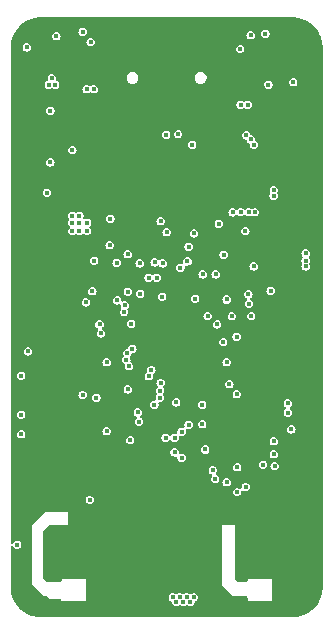
<source format=gbr>
%TF.GenerationSoftware,KiCad,Pcbnew,7.0.9*%
%TF.CreationDate,2024-08-31T12:22:45+08:00*%
%TF.ProjectId,IOT,494f542e-6b69-4636-9164-5f7063625858,rev?*%
%TF.SameCoordinates,Original*%
%TF.FileFunction,Copper,L2,Inr*%
%TF.FilePolarity,Positive*%
%FSLAX46Y46*%
G04 Gerber Fmt 4.6, Leading zero omitted, Abs format (unit mm)*
G04 Created by KiCad (PCBNEW 7.0.9) date 2024-08-31 12:22:45*
%MOMM*%
%LPD*%
G01*
G04 APERTURE LIST*
%TA.AperFunction,ComponentPad*%
%ADD10O,1.000000X2.100000*%
%TD*%
%TA.AperFunction,ComponentPad*%
%ADD11O,1.000000X1.600000*%
%TD*%
%TA.AperFunction,ViaPad*%
%ADD12C,0.450000*%
%TD*%
G04 APERTURE END LIST*
D10*
%TO.N,GND*%
%TO.C,J1*%
X168150000Y-56470000D03*
D11*
X168150000Y-52290000D03*
D10*
X159510000Y-56470000D03*
D11*
X159510000Y-52290000D03*
%TD*%
D12*
%TO.N,GND*%
X156100000Y-83100000D03*
X156000000Y-84200000D03*
X151300000Y-91800000D03*
X151300000Y-90600000D03*
X151300000Y-89400000D03*
X151300000Y-88600000D03*
X154000000Y-57800000D03*
X165800000Y-87400000D03*
X175500000Y-86100000D03*
X176200000Y-85400000D03*
X176300000Y-83700000D03*
X176300000Y-81300000D03*
X176300000Y-79500000D03*
X176300000Y-78400000D03*
X176300000Y-76500000D03*
X176300000Y-75700000D03*
X176300000Y-74200000D03*
X151900000Y-52100000D03*
X153000000Y-53800000D03*
X165000000Y-52900000D03*
X166300000Y-52900000D03*
X170500000Y-66200000D03*
X174000000Y-90600000D03*
X156700000Y-93600000D03*
X156600000Y-100900000D03*
X155900000Y-100900000D03*
X155100000Y-100900000D03*
X172400000Y-100900000D03*
X171600000Y-100900000D03*
X170900000Y-100900000D03*
X158200000Y-96400000D03*
X158200000Y-95600000D03*
X157500000Y-96400000D03*
X157500000Y-95600000D03*
X163700000Y-101100000D03*
X161800000Y-101100000D03*
%TO.N,Net-(J4-I{slash}O)*%
X162807627Y-71562487D03*
X163749300Y-86400000D03*
%TO.N,GND*%
X152044400Y-94030800D03*
X175000000Y-73660000D03*
X154228800Y-94157800D03*
X167436800Y-54229000D03*
X168224200Y-99212400D03*
X152044400Y-96520000D03*
X167850000Y-76200000D03*
X152800000Y-63950000D03*
X167157400Y-99085400D03*
X157700000Y-64250000D03*
X167200000Y-92250000D03*
X158546800Y-93522800D03*
X157505400Y-98983800D03*
X152069800Y-66370200D03*
X162700000Y-88550000D03*
X155727400Y-93878400D03*
X170027600Y-96774000D03*
X157505400Y-100914200D03*
X159816800Y-93522800D03*
X168600000Y-69450000D03*
X157000000Y-83260000D03*
X153771600Y-94437200D03*
X161000000Y-83000000D03*
X160450000Y-71600000D03*
X158191200Y-100914200D03*
X164820000Y-64179000D03*
X169780000Y-81257500D03*
X158350000Y-60600000D03*
X158550000Y-92700000D03*
X167875500Y-74700000D03*
X175437800Y-99009200D03*
X153771600Y-98018600D03*
X173964600Y-101041200D03*
X153873200Y-92303600D03*
X157150000Y-63700000D03*
X161600000Y-88450000D03*
X163800000Y-65750000D03*
X167894000Y-98171000D03*
X166166800Y-54229000D03*
X154432000Y-98018600D03*
X167843200Y-96469200D03*
X170281600Y-93675200D03*
X157505400Y-97739200D03*
X169570400Y-100304600D03*
X163561896Y-69732685D03*
X168900000Y-91950500D03*
X167600000Y-62400000D03*
X170550000Y-59350000D03*
X167208200Y-100406200D03*
X172085000Y-97155000D03*
X168986200Y-100101400D03*
X158800000Y-67300000D03*
X169824400Y-101142800D03*
X166700000Y-81650000D03*
X152146000Y-80568800D03*
X171069000Y-64312800D03*
X155300000Y-64250000D03*
X168122600Y-95478600D03*
X157150000Y-64250000D03*
X151850000Y-70500000D03*
X171710000Y-81520000D03*
X155727400Y-93294200D03*
X166350000Y-71600000D03*
X158600000Y-69350000D03*
X156133800Y-97129600D03*
X168630600Y-93370400D03*
X175000000Y-76504800D03*
X161036000Y-95326200D03*
X157505400Y-99618800D03*
X158191200Y-100253800D03*
X167106600Y-101142800D03*
X153690000Y-95190000D03*
X167300000Y-67650000D03*
X175590200Y-53035200D03*
X154150000Y-63750000D03*
X171069000Y-93675200D03*
X167563800Y-64312800D03*
X163030000Y-80470000D03*
X154787600Y-94157800D03*
X163410000Y-61850000D03*
X173950000Y-82570000D03*
X151300000Y-66350000D03*
X169050000Y-62400000D03*
X171650000Y-54350000D03*
X152350000Y-71050000D03*
X155727400Y-92760800D03*
X173456600Y-55295800D03*
X156464000Y-64254000D03*
X171100000Y-77150000D03*
X160200000Y-61100000D03*
X174670000Y-66060000D03*
X167208863Y-77446797D03*
X169849800Y-93370400D03*
X151300000Y-71050000D03*
X152831800Y-99898200D03*
X157700000Y-63700000D03*
X166954200Y-64312800D03*
X155300000Y-64800000D03*
X176377600Y-54127400D03*
X158191200Y-98298000D03*
X164600000Y-90400000D03*
X156450000Y-64800000D03*
X157000000Y-78250000D03*
X166700000Y-82900000D03*
X174310000Y-80330000D03*
X151300000Y-59750000D03*
X172585500Y-54300000D03*
X157505400Y-97129600D03*
X168122600Y-97586800D03*
X169850000Y-62400000D03*
X155850000Y-64800000D03*
X155850000Y-64250000D03*
X161696400Y-51866800D03*
X151300000Y-55850000D03*
X166350000Y-75900000D03*
X166375000Y-73875000D03*
X161315400Y-54229000D03*
X165600000Y-86450000D03*
X166150000Y-85900000D03*
X174000000Y-55300000D03*
X162100000Y-67250000D03*
X151300000Y-54350000D03*
X167157400Y-96367600D03*
X174660000Y-69040000D03*
X167550000Y-77220000D03*
X158191200Y-98983800D03*
X152750000Y-60100000D03*
X167843200Y-95935800D03*
X173450000Y-56400000D03*
X173250000Y-72610000D03*
X165120000Y-64510000D03*
X151300000Y-70500000D03*
X161050000Y-68800000D03*
X174760000Y-84240000D03*
X163118800Y-97612200D03*
X163460000Y-80470000D03*
X167995600Y-100406200D03*
X156895800Y-97129600D03*
X153771600Y-97358200D03*
X170100000Y-61750000D03*
X163446900Y-75510314D03*
X170400000Y-73500000D03*
X170350000Y-71450000D03*
X163118800Y-99110800D03*
X171150000Y-59150000D03*
X153873200Y-100507800D03*
X158568609Y-66708398D03*
X171720000Y-83270000D03*
X163880800Y-51866800D03*
X166700000Y-82200000D03*
X155422600Y-97129600D03*
X168650000Y-61750000D03*
X176250600Y-91059000D03*
X171100000Y-66200000D03*
X151950000Y-78450000D03*
X171450000Y-73500000D03*
X167157400Y-98526600D03*
X152044400Y-95300800D03*
X151003000Y-80441800D03*
X158191200Y-97739200D03*
X170180000Y-100304600D03*
X151300000Y-64150000D03*
X175260000Y-91059000D03*
X163150000Y-61350000D03*
X158191200Y-97129600D03*
X153339800Y-100279200D03*
X162200000Y-81800000D03*
X173177200Y-100431600D03*
X164650000Y-67500000D03*
X170256200Y-64312800D03*
X171710000Y-84020000D03*
X163118800Y-98425000D03*
X168757600Y-64312800D03*
X153947900Y-53747900D03*
X156300000Y-86550000D03*
X151200000Y-78450000D03*
X156500000Y-92700000D03*
X166950000Y-88550000D03*
X174828200Y-100533200D03*
X169392600Y-56489600D03*
X166750000Y-86500000D03*
X171450000Y-97155000D03*
X152350000Y-70500000D03*
X171831000Y-93675200D03*
X175010000Y-78880000D03*
X151300000Y-58550000D03*
X172350000Y-59150000D03*
X151300000Y-68200000D03*
X160451800Y-93522800D03*
X152750000Y-60600000D03*
X163800000Y-65050000D03*
X159181800Y-93522800D03*
X168300000Y-62400000D03*
X163118800Y-96850200D03*
X163850000Y-90300000D03*
X168100000Y-92250000D03*
X173177200Y-99745800D03*
X157250000Y-92700000D03*
X152044400Y-95885000D03*
X163400000Y-62400000D03*
X169291000Y-60960000D03*
X153300000Y-63950000D03*
X163118800Y-96037400D03*
X170815000Y-97155000D03*
X175150000Y-55000000D03*
X151130000Y-76426000D03*
X175437800Y-97612200D03*
X168554400Y-99720400D03*
X158750000Y-82800000D03*
X157700000Y-64800000D03*
X159842200Y-101117400D03*
X156300000Y-87500000D03*
X169940000Y-77280000D03*
X170390000Y-77290000D03*
X158950000Y-91750000D03*
X165450000Y-92250000D03*
X168122600Y-97002600D03*
X173230000Y-70940000D03*
X155651200Y-92202000D03*
X152044400Y-94665800D03*
X166801800Y-90424000D03*
X151300000Y-61050000D03*
X151900000Y-76400000D03*
X158851600Y-100253800D03*
X151300000Y-65250000D03*
X152069800Y-99161600D03*
X155346400Y-94157800D03*
X160400000Y-83200000D03*
X170103800Y-57251600D03*
X169300000Y-61750000D03*
X167919400Y-98755200D03*
X162150000Y-69334958D03*
X176352200Y-80060800D03*
X170650000Y-62400000D03*
X152069800Y-98018600D03*
X162737800Y-101117400D03*
X166420800Y-90246200D03*
X153771600Y-96621600D03*
X175437800Y-99745800D03*
X166200000Y-84850000D03*
X168021000Y-93040200D03*
X158250000Y-91750000D03*
X173177200Y-101041200D03*
X167060000Y-80290000D03*
X158750000Y-79250000D03*
X167182800Y-97434400D03*
X168021000Y-93624400D03*
X154635200Y-97129600D03*
X167182800Y-97942400D03*
X154406600Y-100507800D03*
X173960000Y-81750000D03*
X163870000Y-78080000D03*
X159050000Y-60600000D03*
X152450800Y-99542600D03*
X175006000Y-75692000D03*
X152750000Y-59600000D03*
X171700000Y-60550000D03*
X162790000Y-81600000D03*
X171881800Y-86055200D03*
X157000000Y-84300000D03*
X162400000Y-61350000D03*
X163576000Y-54229000D03*
X167157400Y-99695000D03*
X163400000Y-67300000D03*
X166878000Y-93624400D03*
X161620200Y-95326200D03*
X158191200Y-99618800D03*
X152755600Y-59029600D03*
X167070000Y-79760000D03*
X170027600Y-97536000D03*
X175437800Y-98323400D03*
X170027600Y-96113600D03*
X173151800Y-97612200D03*
X167050000Y-85900000D03*
X163430000Y-78080000D03*
X162850000Y-67250000D03*
X167182800Y-96875600D03*
X171150000Y-88550000D03*
X151300000Y-63150000D03*
X151300000Y-69600000D03*
X162179000Y-95326200D03*
X159800000Y-92700000D03*
X174260000Y-85010000D03*
X167900000Y-69450000D03*
X167894000Y-101142800D03*
X174701200Y-51841400D03*
X168910000Y-101142800D03*
X173450000Y-57300000D03*
X157150000Y-64800000D03*
X164850000Y-87050000D03*
X158851600Y-99618800D03*
X166450000Y-88000000D03*
X158851600Y-100914200D03*
X174000000Y-54300000D03*
X169214800Y-93370400D03*
X155300000Y-63700000D03*
X152750000Y-61200000D03*
X163200000Y-81040000D03*
X173240000Y-71860000D03*
X151300000Y-68850000D03*
X166200000Y-92250000D03*
X166890000Y-60710000D03*
X151850000Y-71050000D03*
X157505400Y-100253800D03*
X175793400Y-59525000D03*
X171750000Y-59150000D03*
X172847000Y-97155000D03*
X158800000Y-75700000D03*
X159750000Y-60600000D03*
X152069800Y-98577400D03*
X157505400Y-98298000D03*
X153771600Y-95961200D03*
X155850000Y-63700000D03*
X167157400Y-95808800D03*
X171856400Y-94310200D03*
X156450000Y-63700000D03*
X160934400Y-101117400D03*
X171800000Y-66200000D03*
X168198800Y-64312800D03*
X170027600Y-95529400D03*
X174760000Y-83590000D03*
X173177200Y-99034600D03*
X159400000Y-61100000D03*
X172313600Y-60655200D03*
X173177200Y-98323400D03*
X161061400Y-93522800D03*
X166573200Y-51866800D03*
%TO.N,Net-(J4-CLK)*%
X163500000Y-71641498D03*
X164500000Y-86400000D03*
%TO.N,Net-(J4-RST)*%
X165000000Y-72000000D03*
X165100000Y-85900000D03*
%TO.N,Net-(J4-VCC)*%
X163322000Y-68070000D03*
X165700000Y-85289000D03*
X165600000Y-71466700D03*
X166150000Y-69100000D03*
X159074491Y-67848349D03*
%TO.N,Net-(U2-PS{slash}SYNC)*%
X154000000Y-63100000D03*
X153700000Y-65654000D03*
%TO.N,+3V8*%
X172450000Y-56500000D03*
X165850000Y-100300000D03*
X156450000Y-67600000D03*
X155850000Y-68900000D03*
X164650000Y-100300000D03*
X166150000Y-99900000D03*
X165250000Y-100300000D03*
X156450000Y-68200000D03*
X155850000Y-68200000D03*
X165550000Y-99900000D03*
X164950000Y-99900000D03*
X157100000Y-68200000D03*
X157100000Y-68900000D03*
X155850000Y-67600000D03*
X164350000Y-99900000D03*
X156450000Y-68900000D03*
%TO.N,+3.3V*%
X170053000Y-53492400D03*
X170750000Y-74250000D03*
X160300000Y-75200000D03*
X151180800Y-95450600D03*
X159004000Y-70104000D03*
X172900000Y-65450000D03*
X168630000Y-78300000D03*
X172897800Y-65913000D03*
X160750000Y-86599300D03*
X165700000Y-70232685D03*
X157329500Y-91670500D03*
X157400000Y-52900000D03*
X167100000Y-87400000D03*
X156720000Y-82780000D03*
X167300000Y-76100000D03*
%TO.N,Net-(D2-K)*%
X163830000Y-69000000D03*
X164648671Y-83404635D03*
%TO.N,VUSB*%
X175600000Y-70800000D03*
X157650000Y-56900000D03*
X175600000Y-71900000D03*
X175600000Y-71400000D03*
X174400000Y-85700000D03*
X157050000Y-56900000D03*
X170100000Y-58200000D03*
X170700000Y-58200000D03*
%TO.N,Net-(D5-K)*%
X154500000Y-52400000D03*
%TO.N,Net-(D6-K)*%
X172200000Y-52200000D03*
%TO.N,+1V8*%
X160528000Y-70866000D03*
X171000000Y-76100000D03*
X169800000Y-88900000D03*
X168910000Y-80006000D03*
X169750000Y-77850000D03*
X158750000Y-80010000D03*
X168910000Y-90170000D03*
X158750000Y-85850000D03*
X160550000Y-82310000D03*
X168650000Y-70900000D03*
X168918000Y-74700000D03*
%TO.N,BATT*%
X153850000Y-56500000D03*
X170942000Y-61137800D03*
X171300000Y-67300000D03*
X154400000Y-56500000D03*
X154112000Y-55958500D03*
X171221400Y-61595000D03*
X170800000Y-67300000D03*
X170584300Y-60784300D03*
X170100000Y-67300000D03*
X169418000Y-67318000D03*
%TO.N,EN*%
X170500000Y-68900000D03*
X155850000Y-62050000D03*
%TO.N,/Interface/D20*%
X160932796Y-78876118D03*
X170811819Y-75076392D03*
%TO.N,/Interface/SCL*%
X163327711Y-81767711D03*
X170530615Y-90569385D03*
%TO.N,/Interface/SDA*%
X163290000Y-82410000D03*
X169800000Y-91000000D03*
%TO.N,PWRKEY*%
X174550000Y-56300000D03*
X152000000Y-53350000D03*
%TO.N,/Interface/A0*%
X159600000Y-71600000D03*
X160550000Y-74050000D03*
%TO.N,/Interface/A2*%
X157550000Y-74000000D03*
X158274964Y-77562351D03*
%TO.N,/Interface/A3*%
X157000000Y-74950000D03*
X160218470Y-75770708D03*
%TO.N,/BG95/NET_STATUS*%
X168250000Y-68300000D03*
X154000000Y-58700000D03*
%TO.N,Net-(Q3-G)*%
X166000000Y-61600000D03*
%TO.N,Net-(U1-USB_BOOT)*%
X157880000Y-83000000D03*
%TO.N,Net-(U1-MAIN_RXD)*%
X152095200Y-79095600D03*
%TO.N,Net-(U1-MAIN_TXD)*%
X151511000Y-81153000D03*
%TO.N,Net-(U1-MAIN_DTR)*%
X157700000Y-71400000D03*
%TO.N,Net-(U1-MAIN_CTS)*%
X151511000Y-84455000D03*
%TO.N,Net-(U1-MAIN_RTS)*%
X151511000Y-86106000D03*
%TO.N,BG95_GPIO1*%
X172000000Y-88700000D03*
%TO.N,BG95_GPIO2*%
X172980000Y-88798500D03*
%TO.N,BG95_GPIO3*%
X172900000Y-87800000D03*
%TO.N,BG95_GPIO4*%
X172900000Y-86700000D03*
%TO.N,BG95_SPI2_SCLK*%
X172640000Y-73970000D03*
%TO.N,BG95_SPI2_CS*%
X171200000Y-71900000D03*
%TO.N,BG95_SPI2_MISO*%
X167980000Y-72566000D03*
%TO.N,BG95_SPI2_MOSI*%
X166880000Y-72566000D03*
%TO.N,BG95_SPI0_CS*%
X162550512Y-80662822D03*
X163000000Y-72850000D03*
%TO.N,BG95_SPI0_SCLK*%
X162300000Y-72850000D03*
X162328680Y-81194936D03*
%TO.N,BG95_SPI0_MOSI*%
X161400700Y-84250000D03*
X161550000Y-71650000D03*
%TO.N,BG95_SPI0_MISO*%
X161600000Y-74199300D03*
X161500000Y-85050000D03*
%TO.N,BG95_I2C1_SCL*%
X163248800Y-83000000D03*
X164500000Y-87649300D03*
%TO.N,BG95_I2C1_SDA*%
X162798100Y-83611326D03*
X165100000Y-88100000D03*
%TO.N,BG95_UART2_TXD*%
X166849300Y-85250000D03*
%TO.N,BG95_UART2_RXD*%
X166849300Y-83600000D03*
%TO.N,BG95_GPIO17*%
X169780000Y-82716000D03*
X167950000Y-89900000D03*
%TO.N,BG95_GPIO18*%
X160650000Y-80349300D03*
%TO.N,BG95_GPIO19*%
X169147430Y-81865748D03*
X167750000Y-89150000D03*
%TO.N,BG95_GPIO20*%
X160431501Y-79816143D03*
%TO.N,BG95_GPIO21*%
X160487588Y-79242375D03*
X159641228Y-74775484D03*
%TO.N,Net-(U10-B3)*%
X163450000Y-74480000D03*
X166250000Y-74650000D03*
%TO.N,Net-(U10-B2)*%
X158150000Y-76800000D03*
X169360700Y-76110700D03*
%TO.N,Net-(U10-B1)*%
X168100000Y-76800000D03*
X160840000Y-76750000D03*
%TO.N,Net-(D5-A)*%
X156718000Y-52044500D03*
%TO.N,Net-(D6-A)*%
X170942000Y-52324000D03*
%TO.N,/BG95/USB_P*%
X163800000Y-60750000D03*
X174100000Y-84300000D03*
%TO.N,/BG95/USB_N*%
X164800000Y-60700000D03*
X174100000Y-83500000D03*
%TD*%
%TA.AperFunction,Conductor*%
%TO.N,GND*%
G36*
X174499737Y-50800598D02*
G01*
X174533041Y-50802467D01*
X174613603Y-50806992D01*
X174785691Y-50817401D01*
X174792297Y-50818160D01*
X174863907Y-50830327D01*
X174928343Y-50841277D01*
X175021462Y-50858340D01*
X175077227Y-50868560D01*
X175083198Y-50869963D01*
X175220032Y-50909384D01*
X175360850Y-50953265D01*
X175366092Y-50955164D01*
X175499420Y-51010391D01*
X175632609Y-51070334D01*
X175637147Y-51072605D01*
X175710221Y-51112991D01*
X175764422Y-51142947D01*
X175764439Y-51142956D01*
X175888935Y-51218217D01*
X175892739Y-51220711D01*
X176010726Y-51304427D01*
X176013072Y-51306176D01*
X176108416Y-51380874D01*
X176126332Y-51394910D01*
X176129409Y-51397486D01*
X176237430Y-51494018D01*
X176239957Y-51496408D01*
X176341590Y-51598041D01*
X176343980Y-51600568D01*
X176440512Y-51708589D01*
X176443088Y-51711666D01*
X176531811Y-51824912D01*
X176533571Y-51827272D01*
X176617287Y-51945259D01*
X176619781Y-51949063D01*
X176695043Y-52073560D01*
X176765393Y-52200851D01*
X176767668Y-52205398D01*
X176827609Y-52338581D01*
X176882831Y-52471899D01*
X176884744Y-52477183D01*
X176904141Y-52539427D01*
X176928631Y-52618021D01*
X176968032Y-52754790D01*
X176969440Y-52760781D01*
X176996722Y-52909656D01*
X177019835Y-53045683D01*
X177020599Y-53052330D01*
X177031012Y-53224475D01*
X177037402Y-53338263D01*
X177037500Y-53341741D01*
X177037500Y-99058258D01*
X177037402Y-99061736D01*
X177031012Y-99175524D01*
X177020599Y-99347668D01*
X177019835Y-99354315D01*
X176996722Y-99490343D01*
X176969440Y-99639217D01*
X176968032Y-99645208D01*
X176928625Y-99782001D01*
X176884744Y-99922815D01*
X176882831Y-99928099D01*
X176827609Y-100061418D01*
X176767668Y-100194600D01*
X176765394Y-100199147D01*
X176695043Y-100326439D01*
X176619781Y-100450936D01*
X176617287Y-100454739D01*
X176533571Y-100572726D01*
X176531811Y-100575086D01*
X176443088Y-100688332D01*
X176440512Y-100691409D01*
X176343980Y-100799430D01*
X176341590Y-100801957D01*
X176239957Y-100903590D01*
X176237430Y-100905980D01*
X176129409Y-101002512D01*
X176126332Y-101005088D01*
X176013086Y-101093811D01*
X176010726Y-101095571D01*
X175892739Y-101179287D01*
X175888936Y-101181781D01*
X175764439Y-101257043D01*
X175637147Y-101327394D01*
X175632600Y-101329668D01*
X175499418Y-101389609D01*
X175366099Y-101444831D01*
X175360815Y-101446744D01*
X175243231Y-101483385D01*
X175219990Y-101490627D01*
X175083208Y-101530032D01*
X175077217Y-101531440D01*
X174928343Y-101558722D01*
X174792315Y-101581835D01*
X174785668Y-101582599D01*
X174613524Y-101593012D01*
X174499736Y-101599402D01*
X174496258Y-101599500D01*
X153163742Y-101599500D01*
X153160265Y-101599402D01*
X153046475Y-101593012D01*
X152874330Y-101582599D01*
X152867683Y-101581835D01*
X152731656Y-101558722D01*
X152582781Y-101531440D01*
X152576790Y-101530032D01*
X152440021Y-101490631D01*
X152372634Y-101469633D01*
X152299183Y-101446744D01*
X152293899Y-101444831D01*
X152160581Y-101389609D01*
X152027398Y-101329668D01*
X152022851Y-101327393D01*
X151895560Y-101257043D01*
X151771063Y-101181781D01*
X151767259Y-101179287D01*
X151649272Y-101095571D01*
X151646912Y-101093811D01*
X151533666Y-101005088D01*
X151530589Y-101002512D01*
X151422568Y-100905980D01*
X151420041Y-100903590D01*
X151318408Y-100801957D01*
X151316018Y-100799430D01*
X151219486Y-100691409D01*
X151216910Y-100688332D01*
X151138878Y-100588732D01*
X151128176Y-100575072D01*
X151126427Y-100572726D01*
X151081762Y-100509777D01*
X151042710Y-100454738D01*
X151040217Y-100450935D01*
X150964956Y-100326439D01*
X150964770Y-100326103D01*
X150940943Y-100282990D01*
X150894605Y-100199147D01*
X150892330Y-100194600D01*
X150889689Y-100188733D01*
X150832387Y-100061411D01*
X150811210Y-100010286D01*
X150777164Y-99928092D01*
X150775265Y-99922850D01*
X150731375Y-99782001D01*
X150691963Y-99645198D01*
X150690560Y-99639227D01*
X150676146Y-99560572D01*
X150663277Y-99490343D01*
X150652327Y-99425907D01*
X150640160Y-99354297D01*
X150639401Y-99347691D01*
X150628992Y-99175603D01*
X150624626Y-99097867D01*
X150622598Y-99061736D01*
X150622500Y-99058259D01*
X150622500Y-98830000D01*
X152440000Y-98830000D01*
X153400000Y-99790000D01*
X153628638Y-99790000D01*
X153695677Y-99809685D01*
X153716319Y-99826319D01*
X153970000Y-100080000D01*
X154809000Y-100080000D01*
X154876039Y-100099685D01*
X154921794Y-100152489D01*
X154933000Y-100204000D01*
X154933000Y-100264000D01*
X157023000Y-100264000D01*
X157023000Y-99900002D01*
X163993106Y-99900002D01*
X164010572Y-100010281D01*
X164010573Y-100010284D01*
X164010574Y-100010286D01*
X164036627Y-100061418D01*
X164061268Y-100109778D01*
X164061271Y-100109782D01*
X164140217Y-100188728D01*
X164140221Y-100188731D01*
X164140223Y-100188733D01*
X164231063Y-100235018D01*
X164281857Y-100282990D01*
X164297240Y-100326103D01*
X164310572Y-100410281D01*
X164310573Y-100410284D01*
X164310574Y-100410286D01*
X164333224Y-100454739D01*
X164361268Y-100509778D01*
X164361271Y-100509782D01*
X164440217Y-100588728D01*
X164440221Y-100588731D01*
X164440223Y-100588733D01*
X164539714Y-100639426D01*
X164539716Y-100639426D01*
X164539718Y-100639427D01*
X164649998Y-100656894D01*
X164650000Y-100656894D01*
X164650002Y-100656894D01*
X164760281Y-100639427D01*
X164760281Y-100639426D01*
X164760286Y-100639426D01*
X164859777Y-100588733D01*
X164862316Y-100586193D01*
X164866163Y-100584092D01*
X164867676Y-100582994D01*
X164867817Y-100583189D01*
X164923635Y-100552707D01*
X164993327Y-100557688D01*
X165037683Y-100586193D01*
X165040223Y-100588733D01*
X165139714Y-100639426D01*
X165139716Y-100639426D01*
X165139718Y-100639427D01*
X165249998Y-100656894D01*
X165250000Y-100656894D01*
X165250002Y-100656894D01*
X165360281Y-100639427D01*
X165360281Y-100639426D01*
X165360286Y-100639426D01*
X165459777Y-100588733D01*
X165462316Y-100586193D01*
X165466163Y-100584092D01*
X165467676Y-100582994D01*
X165467817Y-100583189D01*
X165523635Y-100552707D01*
X165593327Y-100557688D01*
X165637683Y-100586193D01*
X165640223Y-100588733D01*
X165739714Y-100639426D01*
X165739716Y-100639426D01*
X165739718Y-100639427D01*
X165849998Y-100656894D01*
X165850000Y-100656894D01*
X165850002Y-100656894D01*
X165960281Y-100639427D01*
X165960281Y-100639426D01*
X165960286Y-100639426D01*
X166059777Y-100588733D01*
X166138733Y-100509777D01*
X166189426Y-100410286D01*
X166202760Y-100326099D01*
X166232687Y-100262969D01*
X166268930Y-100235021D01*
X166359777Y-100188733D01*
X166438733Y-100109777D01*
X166489426Y-100010286D01*
X166499925Y-99944000D01*
X166506894Y-99900002D01*
X166506894Y-99899997D01*
X166489427Y-99789718D01*
X166489426Y-99789716D01*
X166489426Y-99789714D01*
X166438733Y-99690223D01*
X166438731Y-99690221D01*
X166438728Y-99690217D01*
X166359782Y-99611271D01*
X166359778Y-99611268D01*
X166359777Y-99611267D01*
X166260286Y-99560574D01*
X166260284Y-99560573D01*
X166260281Y-99560572D01*
X166150002Y-99543106D01*
X166149998Y-99543106D01*
X166039718Y-99560572D01*
X165940221Y-99611268D01*
X165940217Y-99611271D01*
X165937681Y-99613808D01*
X165933836Y-99615907D01*
X165932324Y-99617006D01*
X165932182Y-99616810D01*
X165876358Y-99647293D01*
X165806666Y-99642309D01*
X165762319Y-99613808D01*
X165759782Y-99611271D01*
X165759778Y-99611268D01*
X165759777Y-99611267D01*
X165660286Y-99560574D01*
X165660284Y-99560573D01*
X165660281Y-99560572D01*
X165550002Y-99543106D01*
X165549998Y-99543106D01*
X165439718Y-99560572D01*
X165340221Y-99611268D01*
X165340217Y-99611271D01*
X165337681Y-99613808D01*
X165333836Y-99615907D01*
X165332324Y-99617006D01*
X165332182Y-99616810D01*
X165276358Y-99647293D01*
X165206666Y-99642309D01*
X165162319Y-99613808D01*
X165159782Y-99611271D01*
X165159778Y-99611268D01*
X165159777Y-99611267D01*
X165060286Y-99560574D01*
X165060284Y-99560573D01*
X165060281Y-99560572D01*
X164950002Y-99543106D01*
X164949998Y-99543106D01*
X164839718Y-99560572D01*
X164740221Y-99611268D01*
X164740217Y-99611271D01*
X164737681Y-99613808D01*
X164733836Y-99615907D01*
X164732324Y-99617006D01*
X164732182Y-99616810D01*
X164676358Y-99647293D01*
X164606666Y-99642309D01*
X164562319Y-99613808D01*
X164559782Y-99611271D01*
X164559778Y-99611268D01*
X164559777Y-99611267D01*
X164460286Y-99560574D01*
X164460284Y-99560573D01*
X164460281Y-99560572D01*
X164350002Y-99543106D01*
X164349998Y-99543106D01*
X164239718Y-99560572D01*
X164140221Y-99611268D01*
X164140217Y-99611271D01*
X164061271Y-99690217D01*
X164061268Y-99690221D01*
X164061267Y-99690223D01*
X164023468Y-99764409D01*
X164010572Y-99789718D01*
X163993106Y-99899997D01*
X163993106Y-99900002D01*
X157023000Y-99900002D01*
X157023000Y-98364000D01*
X154933000Y-98364000D01*
X154933000Y-98466000D01*
X154913315Y-98533039D01*
X154860511Y-98578794D01*
X154809000Y-98590000D01*
X153721362Y-98590000D01*
X153654323Y-98570315D01*
X153633681Y-98553681D01*
X153436319Y-98356319D01*
X153402834Y-98294996D01*
X153400000Y-98268638D01*
X153400000Y-94341362D01*
X153419685Y-94274323D01*
X153436319Y-94253681D01*
X153823681Y-93866319D01*
X153885004Y-93832834D01*
X153911362Y-93830000D01*
X155430000Y-93830000D01*
X155450000Y-93810000D01*
X155450000Y-93780000D01*
X168520000Y-93780000D01*
X168520000Y-98880000D01*
X169460000Y-99820000D01*
X170557000Y-99820000D01*
X170624039Y-99839685D01*
X170669794Y-99892489D01*
X170681000Y-99944000D01*
X170681000Y-100264000D01*
X172771000Y-100264000D01*
X172771000Y-98364000D01*
X170681000Y-98364000D01*
X170681000Y-98476000D01*
X170661315Y-98543039D01*
X170608511Y-98588794D01*
X170557000Y-98600000D01*
X169851362Y-98600000D01*
X169784323Y-98580315D01*
X169763681Y-98563681D01*
X169666319Y-98466319D01*
X169632834Y-98404996D01*
X169630000Y-98378638D01*
X169630000Y-93780000D01*
X168520000Y-93780000D01*
X155450000Y-93780000D01*
X155450000Y-92700000D01*
X153510000Y-92700000D01*
X153509999Y-92700000D01*
X152440000Y-93769999D01*
X152440000Y-93770000D01*
X152440000Y-98830000D01*
X150622500Y-98830000D01*
X150622500Y-95647817D01*
X150642185Y-95580778D01*
X150694989Y-95535023D01*
X150764147Y-95525079D01*
X150827703Y-95554104D01*
X150856982Y-95591520D01*
X150877959Y-95632690D01*
X150892066Y-95660376D01*
X150892071Y-95660382D01*
X150971017Y-95739328D01*
X150971021Y-95739331D01*
X150971023Y-95739333D01*
X151070514Y-95790026D01*
X151070516Y-95790026D01*
X151070518Y-95790027D01*
X151180798Y-95807494D01*
X151180800Y-95807494D01*
X151180802Y-95807494D01*
X151291081Y-95790027D01*
X151291081Y-95790026D01*
X151291086Y-95790026D01*
X151390577Y-95739333D01*
X151469533Y-95660377D01*
X151520226Y-95560886D01*
X151521300Y-95554104D01*
X151537694Y-95450602D01*
X151537694Y-95450597D01*
X151520227Y-95340318D01*
X151520226Y-95340316D01*
X151520226Y-95340314D01*
X151469533Y-95240823D01*
X151469531Y-95240821D01*
X151469528Y-95240817D01*
X151390582Y-95161871D01*
X151390578Y-95161868D01*
X151390577Y-95161867D01*
X151291086Y-95111174D01*
X151291084Y-95111173D01*
X151291081Y-95111172D01*
X151180802Y-95093706D01*
X151180798Y-95093706D01*
X151070518Y-95111172D01*
X150971021Y-95161868D01*
X150971017Y-95161871D01*
X150892071Y-95240817D01*
X150892068Y-95240821D01*
X150892067Y-95240823D01*
X150856983Y-95309678D01*
X150809011Y-95360473D01*
X150741190Y-95377268D01*
X150675055Y-95354731D01*
X150631603Y-95300016D01*
X150622500Y-95253382D01*
X150622500Y-91670502D01*
X156972606Y-91670502D01*
X156990072Y-91780781D01*
X156990073Y-91780784D01*
X156990074Y-91780786D01*
X157040767Y-91880277D01*
X157040768Y-91880278D01*
X157040771Y-91880282D01*
X157119717Y-91959228D01*
X157119721Y-91959231D01*
X157119723Y-91959233D01*
X157219214Y-92009926D01*
X157219216Y-92009926D01*
X157219218Y-92009927D01*
X157329498Y-92027394D01*
X157329500Y-92027394D01*
X157329502Y-92027394D01*
X157439781Y-92009927D01*
X157439781Y-92009926D01*
X157439786Y-92009926D01*
X157539277Y-91959233D01*
X157618233Y-91880277D01*
X157668926Y-91780786D01*
X157686394Y-91670500D01*
X157668926Y-91560214D01*
X157618233Y-91460723D01*
X157618231Y-91460721D01*
X157618228Y-91460717D01*
X157539282Y-91381771D01*
X157539278Y-91381768D01*
X157539277Y-91381767D01*
X157439786Y-91331074D01*
X157439784Y-91331073D01*
X157439781Y-91331072D01*
X157329502Y-91313606D01*
X157329498Y-91313606D01*
X157219218Y-91331072D01*
X157119721Y-91381768D01*
X157119717Y-91381771D01*
X157040771Y-91460717D01*
X157040768Y-91460721D01*
X156990072Y-91560218D01*
X156972606Y-91670497D01*
X156972606Y-91670502D01*
X150622500Y-91670502D01*
X150622500Y-91000002D01*
X169443106Y-91000002D01*
X169460572Y-91110281D01*
X169460573Y-91110284D01*
X169460574Y-91110286D01*
X169511267Y-91209777D01*
X169511268Y-91209778D01*
X169511271Y-91209782D01*
X169590217Y-91288728D01*
X169590221Y-91288731D01*
X169590223Y-91288733D01*
X169689714Y-91339426D01*
X169689716Y-91339426D01*
X169689718Y-91339427D01*
X169799998Y-91356894D01*
X169800000Y-91356894D01*
X169800002Y-91356894D01*
X169910281Y-91339427D01*
X169910281Y-91339426D01*
X169910286Y-91339426D01*
X170009777Y-91288733D01*
X170088733Y-91209777D01*
X170139426Y-91110286D01*
X170156894Y-91000000D01*
X170156128Y-90995164D01*
X170165082Y-90925871D01*
X170210077Y-90872419D01*
X170276828Y-90851778D01*
X170334892Y-90865279D01*
X170420329Y-90908811D01*
X170420331Y-90908811D01*
X170420333Y-90908812D01*
X170530613Y-90926279D01*
X170530615Y-90926279D01*
X170530617Y-90926279D01*
X170640896Y-90908812D01*
X170640896Y-90908811D01*
X170640901Y-90908811D01*
X170740392Y-90858118D01*
X170819348Y-90779162D01*
X170870041Y-90679671D01*
X170875767Y-90643519D01*
X170887509Y-90569387D01*
X170887509Y-90569382D01*
X170870042Y-90459103D01*
X170870041Y-90459101D01*
X170870041Y-90459099D01*
X170819348Y-90359608D01*
X170819346Y-90359606D01*
X170819343Y-90359602D01*
X170740397Y-90280656D01*
X170740393Y-90280653D01*
X170740392Y-90280652D01*
X170640901Y-90229959D01*
X170640899Y-90229958D01*
X170640896Y-90229957D01*
X170530617Y-90212491D01*
X170530613Y-90212491D01*
X170420333Y-90229957D01*
X170320836Y-90280653D01*
X170320832Y-90280656D01*
X170241886Y-90359602D01*
X170241883Y-90359606D01*
X170241882Y-90359608D01*
X170191376Y-90458733D01*
X170191187Y-90459103D01*
X170173721Y-90569382D01*
X170173721Y-90569388D01*
X170174487Y-90574226D01*
X170165529Y-90643519D01*
X170120531Y-90696969D01*
X170053779Y-90717606D01*
X169995719Y-90704104D01*
X169910283Y-90660572D01*
X169800002Y-90643106D01*
X169799998Y-90643106D01*
X169689718Y-90660572D01*
X169590221Y-90711268D01*
X169590217Y-90711271D01*
X169511271Y-90790217D01*
X169511268Y-90790221D01*
X169460572Y-90889718D01*
X169443106Y-90999997D01*
X169443106Y-91000002D01*
X150622500Y-91000002D01*
X150622500Y-89150002D01*
X167393106Y-89150002D01*
X167410572Y-89260281D01*
X167410573Y-89260284D01*
X167410574Y-89260286D01*
X167461267Y-89359777D01*
X167461268Y-89359778D01*
X167461271Y-89359782D01*
X167540217Y-89438728D01*
X167540221Y-89438731D01*
X167540223Y-89438733D01*
X167634943Y-89486995D01*
X167685738Y-89534968D01*
X167702533Y-89602789D01*
X167679996Y-89668924D01*
X167666332Y-89685157D01*
X167661268Y-89690221D01*
X167610572Y-89789718D01*
X167593106Y-89899997D01*
X167593106Y-89900002D01*
X167610572Y-90010281D01*
X167610573Y-90010284D01*
X167610574Y-90010286D01*
X167635759Y-90059714D01*
X167661268Y-90109778D01*
X167661271Y-90109782D01*
X167740217Y-90188728D01*
X167740221Y-90188731D01*
X167740223Y-90188733D01*
X167839714Y-90239426D01*
X167839716Y-90239426D01*
X167839718Y-90239427D01*
X167949998Y-90256894D01*
X167950000Y-90256894D01*
X167950002Y-90256894D01*
X168060281Y-90239427D01*
X168060281Y-90239426D01*
X168060286Y-90239426D01*
X168159777Y-90188733D01*
X168178508Y-90170002D01*
X168553106Y-90170002D01*
X168570572Y-90280281D01*
X168570573Y-90280284D01*
X168570574Y-90280286D01*
X168621267Y-90379777D01*
X168621268Y-90379778D01*
X168621271Y-90379782D01*
X168700217Y-90458728D01*
X168700221Y-90458731D01*
X168700223Y-90458733D01*
X168799714Y-90509426D01*
X168799716Y-90509426D01*
X168799718Y-90509427D01*
X168909998Y-90526894D01*
X168910000Y-90526894D01*
X168910002Y-90526894D01*
X169020281Y-90509427D01*
X169020281Y-90509426D01*
X169020286Y-90509426D01*
X169119777Y-90458733D01*
X169198733Y-90379777D01*
X169249426Y-90280286D01*
X169263927Y-90188733D01*
X169266894Y-90170002D01*
X169266894Y-90169997D01*
X169249427Y-90059718D01*
X169249426Y-90059716D01*
X169249426Y-90059714D01*
X169198733Y-89960223D01*
X169198731Y-89960221D01*
X169198728Y-89960217D01*
X169119782Y-89881271D01*
X169119778Y-89881268D01*
X169119777Y-89881267D01*
X169020286Y-89830574D01*
X169020284Y-89830573D01*
X169020281Y-89830572D01*
X168910002Y-89813106D01*
X168909998Y-89813106D01*
X168799718Y-89830572D01*
X168700221Y-89881268D01*
X168700217Y-89881271D01*
X168621271Y-89960217D01*
X168621268Y-89960221D01*
X168570572Y-90059718D01*
X168553106Y-90169997D01*
X168553106Y-90170002D01*
X168178508Y-90170002D01*
X168238733Y-90109777D01*
X168289426Y-90010286D01*
X168289427Y-90010281D01*
X168306894Y-89900002D01*
X168306894Y-89899997D01*
X168289427Y-89789718D01*
X168289426Y-89789716D01*
X168289426Y-89789714D01*
X168238733Y-89690223D01*
X168238731Y-89690221D01*
X168238728Y-89690217D01*
X168159782Y-89611271D01*
X168159779Y-89611269D01*
X168159777Y-89611267D01*
X168065056Y-89563004D01*
X168014261Y-89515030D01*
X167997466Y-89447209D01*
X168020004Y-89381074D01*
X168033668Y-89364841D01*
X168038733Y-89359777D01*
X168089426Y-89260286D01*
X168100759Y-89188733D01*
X168106894Y-89150002D01*
X168106894Y-89149997D01*
X168089427Y-89039718D01*
X168089426Y-89039716D01*
X168089426Y-89039714D01*
X168038733Y-88940223D01*
X168038731Y-88940221D01*
X168038728Y-88940217D01*
X167998513Y-88900002D01*
X169443106Y-88900002D01*
X169460572Y-89010281D01*
X169460573Y-89010284D01*
X169460574Y-89010286D01*
X169511267Y-89109777D01*
X169511268Y-89109778D01*
X169511271Y-89109782D01*
X169590217Y-89188728D01*
X169590221Y-89188731D01*
X169590223Y-89188733D01*
X169689714Y-89239426D01*
X169689716Y-89239426D01*
X169689718Y-89239427D01*
X169799998Y-89256894D01*
X169800000Y-89256894D01*
X169800002Y-89256894D01*
X169910281Y-89239427D01*
X169910281Y-89239426D01*
X169910286Y-89239426D01*
X170009777Y-89188733D01*
X170088733Y-89109777D01*
X170139426Y-89010286D01*
X170139427Y-89010281D01*
X170156894Y-88900002D01*
X170156894Y-88899997D01*
X170139427Y-88789718D01*
X170139426Y-88789716D01*
X170139426Y-88789714D01*
X170093716Y-88700002D01*
X171643106Y-88700002D01*
X171660572Y-88810281D01*
X171660573Y-88810284D01*
X171660574Y-88810286D01*
X171711267Y-88909777D01*
X171711268Y-88909778D01*
X171711271Y-88909782D01*
X171790217Y-88988728D01*
X171790221Y-88988731D01*
X171790223Y-88988733D01*
X171889714Y-89039426D01*
X171889716Y-89039426D01*
X171889718Y-89039427D01*
X171999998Y-89056894D01*
X172000000Y-89056894D01*
X172000002Y-89056894D01*
X172110281Y-89039427D01*
X172110281Y-89039426D01*
X172110286Y-89039426D01*
X172209777Y-88988733D01*
X172288733Y-88909777D01*
X172339426Y-88810286D01*
X172339427Y-88810281D01*
X172341293Y-88798502D01*
X172623106Y-88798502D01*
X172640572Y-88908781D01*
X172640573Y-88908784D01*
X172640574Y-88908786D01*
X172681308Y-88988731D01*
X172691268Y-89008278D01*
X172691271Y-89008282D01*
X172770217Y-89087228D01*
X172770221Y-89087231D01*
X172770223Y-89087233D01*
X172869714Y-89137926D01*
X172869716Y-89137926D01*
X172869718Y-89137927D01*
X172979998Y-89155394D01*
X172980000Y-89155394D01*
X172980002Y-89155394D01*
X173090281Y-89137927D01*
X173090281Y-89137926D01*
X173090286Y-89137926D01*
X173189777Y-89087233D01*
X173268733Y-89008277D01*
X173319426Y-88908786D01*
X173326952Y-88861271D01*
X173336894Y-88798502D01*
X173336894Y-88798497D01*
X173319427Y-88688218D01*
X173319426Y-88688216D01*
X173319426Y-88688214D01*
X173268733Y-88588723D01*
X173268731Y-88588721D01*
X173268728Y-88588717D01*
X173189782Y-88509771D01*
X173189778Y-88509768D01*
X173189777Y-88509767D01*
X173090286Y-88459074D01*
X173090284Y-88459073D01*
X173090281Y-88459072D01*
X172980002Y-88441606D01*
X172979998Y-88441606D01*
X172869718Y-88459072D01*
X172770221Y-88509768D01*
X172770217Y-88509771D01*
X172691271Y-88588717D01*
X172691268Y-88588721D01*
X172640572Y-88688218D01*
X172623106Y-88798497D01*
X172623106Y-88798502D01*
X172341293Y-88798502D01*
X172356894Y-88700002D01*
X172356894Y-88699997D01*
X172339427Y-88589718D01*
X172339426Y-88589716D01*
X172339426Y-88589714D01*
X172288733Y-88490223D01*
X172288731Y-88490221D01*
X172288728Y-88490217D01*
X172209782Y-88411271D01*
X172209778Y-88411268D01*
X172209777Y-88411267D01*
X172110286Y-88360574D01*
X172110284Y-88360573D01*
X172110281Y-88360572D01*
X172000002Y-88343106D01*
X171999998Y-88343106D01*
X171889718Y-88360572D01*
X171790221Y-88411268D01*
X171790217Y-88411271D01*
X171711271Y-88490217D01*
X171711268Y-88490221D01*
X171660572Y-88589718D01*
X171643106Y-88699997D01*
X171643106Y-88700002D01*
X170093716Y-88700002D01*
X170088733Y-88690223D01*
X170088731Y-88690221D01*
X170088728Y-88690217D01*
X170009782Y-88611271D01*
X170009778Y-88611268D01*
X170009777Y-88611267D01*
X169910286Y-88560574D01*
X169910284Y-88560573D01*
X169910281Y-88560572D01*
X169800002Y-88543106D01*
X169799998Y-88543106D01*
X169689718Y-88560572D01*
X169590221Y-88611268D01*
X169590217Y-88611271D01*
X169511271Y-88690217D01*
X169511268Y-88690221D01*
X169460572Y-88789718D01*
X169443106Y-88899997D01*
X169443106Y-88900002D01*
X167998513Y-88900002D01*
X167959782Y-88861271D01*
X167959778Y-88861268D01*
X167959777Y-88861267D01*
X167860286Y-88810574D01*
X167860284Y-88810573D01*
X167860281Y-88810572D01*
X167750002Y-88793106D01*
X167749998Y-88793106D01*
X167639718Y-88810572D01*
X167540221Y-88861268D01*
X167540217Y-88861271D01*
X167461271Y-88940217D01*
X167461268Y-88940221D01*
X167410572Y-89039718D01*
X167393106Y-89149997D01*
X167393106Y-89150002D01*
X150622500Y-89150002D01*
X150622500Y-87649302D01*
X164143106Y-87649302D01*
X164160572Y-87759581D01*
X164160573Y-87759584D01*
X164160574Y-87759586D01*
X164186909Y-87811271D01*
X164211268Y-87859078D01*
X164211271Y-87859082D01*
X164290217Y-87938028D01*
X164290221Y-87938031D01*
X164290223Y-87938033D01*
X164389714Y-87988726D01*
X164389716Y-87988726D01*
X164389718Y-87988727D01*
X164499998Y-88006194D01*
X164500000Y-88006194D01*
X164500001Y-88006194D01*
X164528219Y-88001724D01*
X164600189Y-87990325D01*
X164669482Y-87999279D01*
X164722934Y-88044275D01*
X164742060Y-88093400D01*
X164760572Y-88210281D01*
X164760573Y-88210284D01*
X164760574Y-88210286D01*
X164811267Y-88309777D01*
X164811268Y-88309778D01*
X164811271Y-88309782D01*
X164890217Y-88388728D01*
X164890221Y-88388731D01*
X164890223Y-88388733D01*
X164989714Y-88439426D01*
X164989716Y-88439426D01*
X164989718Y-88439427D01*
X165099998Y-88456894D01*
X165100000Y-88456894D01*
X165100002Y-88456894D01*
X165210281Y-88439427D01*
X165210281Y-88439426D01*
X165210286Y-88439426D01*
X165309777Y-88388733D01*
X165388733Y-88309777D01*
X165439426Y-88210286D01*
X165447883Y-88156894D01*
X165456894Y-88100002D01*
X165456894Y-88099997D01*
X165439427Y-87989718D01*
X165439426Y-87989716D01*
X165439426Y-87989714D01*
X165388733Y-87890223D01*
X165388731Y-87890221D01*
X165388728Y-87890217D01*
X165309782Y-87811271D01*
X165309778Y-87811268D01*
X165309777Y-87811267D01*
X165287668Y-87800002D01*
X172543106Y-87800002D01*
X172560572Y-87910281D01*
X172560573Y-87910284D01*
X172560574Y-87910286D01*
X172611267Y-88009777D01*
X172611268Y-88009778D01*
X172611271Y-88009782D01*
X172690217Y-88088728D01*
X172690221Y-88088731D01*
X172690223Y-88088733D01*
X172789714Y-88139426D01*
X172789716Y-88139426D01*
X172789718Y-88139427D01*
X172899998Y-88156894D01*
X172900000Y-88156894D01*
X172900002Y-88156894D01*
X173010281Y-88139427D01*
X173010281Y-88139426D01*
X173010286Y-88139426D01*
X173109777Y-88088733D01*
X173188733Y-88009777D01*
X173239426Y-87910286D01*
X173255109Y-87811271D01*
X173256894Y-87800002D01*
X173256894Y-87799997D01*
X173239427Y-87689718D01*
X173239426Y-87689716D01*
X173239426Y-87689714D01*
X173188733Y-87590223D01*
X173188731Y-87590221D01*
X173188728Y-87590217D01*
X173109782Y-87511271D01*
X173109778Y-87511268D01*
X173109777Y-87511267D01*
X173010286Y-87460574D01*
X173010284Y-87460573D01*
X173010281Y-87460572D01*
X172900002Y-87443106D01*
X172899998Y-87443106D01*
X172789718Y-87460572D01*
X172690221Y-87511268D01*
X172690217Y-87511271D01*
X172611271Y-87590217D01*
X172611268Y-87590221D01*
X172560572Y-87689718D01*
X172543106Y-87799997D01*
X172543106Y-87800002D01*
X165287668Y-87800002D01*
X165210286Y-87760574D01*
X165210284Y-87760573D01*
X165210281Y-87760572D01*
X165100002Y-87743106D01*
X165099998Y-87743106D01*
X164999810Y-87758974D01*
X164930516Y-87750019D01*
X164877064Y-87705023D01*
X164857939Y-87655898D01*
X164839427Y-87539018D01*
X164839426Y-87539016D01*
X164839426Y-87539014D01*
X164788733Y-87439523D01*
X164788731Y-87439521D01*
X164788728Y-87439517D01*
X164749213Y-87400002D01*
X166743106Y-87400002D01*
X166760572Y-87510281D01*
X166760573Y-87510284D01*
X166760574Y-87510286D01*
X166761076Y-87511271D01*
X166811268Y-87609778D01*
X166811271Y-87609782D01*
X166890217Y-87688728D01*
X166890221Y-87688731D01*
X166890223Y-87688733D01*
X166989714Y-87739426D01*
X166989716Y-87739426D01*
X166989718Y-87739427D01*
X167099998Y-87756894D01*
X167100000Y-87756894D01*
X167100002Y-87756894D01*
X167210281Y-87739427D01*
X167210281Y-87739426D01*
X167210286Y-87739426D01*
X167309777Y-87688733D01*
X167388733Y-87609777D01*
X167439426Y-87510286D01*
X167450634Y-87439523D01*
X167456894Y-87400002D01*
X167456894Y-87399997D01*
X167439427Y-87289718D01*
X167439426Y-87289716D01*
X167439426Y-87289714D01*
X167388733Y-87190223D01*
X167388731Y-87190221D01*
X167388728Y-87190217D01*
X167309782Y-87111271D01*
X167309778Y-87111268D01*
X167309777Y-87111267D01*
X167210286Y-87060574D01*
X167210284Y-87060573D01*
X167210281Y-87060572D01*
X167100002Y-87043106D01*
X167099998Y-87043106D01*
X166989718Y-87060572D01*
X166890221Y-87111268D01*
X166890217Y-87111271D01*
X166811271Y-87190217D01*
X166811268Y-87190221D01*
X166760572Y-87289718D01*
X166743106Y-87399997D01*
X166743106Y-87400002D01*
X164749213Y-87400002D01*
X164709782Y-87360571D01*
X164709778Y-87360568D01*
X164709777Y-87360567D01*
X164610286Y-87309874D01*
X164610284Y-87309873D01*
X164610281Y-87309872D01*
X164500002Y-87292406D01*
X164499998Y-87292406D01*
X164389718Y-87309872D01*
X164290221Y-87360568D01*
X164290217Y-87360571D01*
X164211271Y-87439517D01*
X164211268Y-87439521D01*
X164160572Y-87539018D01*
X164143106Y-87649297D01*
X164143106Y-87649302D01*
X150622500Y-87649302D01*
X150622500Y-86599302D01*
X160393106Y-86599302D01*
X160410572Y-86709581D01*
X160410573Y-86709584D01*
X160410574Y-86709586D01*
X160425779Y-86739427D01*
X160461268Y-86809078D01*
X160461271Y-86809082D01*
X160540217Y-86888028D01*
X160540221Y-86888031D01*
X160540223Y-86888033D01*
X160639714Y-86938726D01*
X160639716Y-86938726D01*
X160639718Y-86938727D01*
X160749998Y-86956194D01*
X160750000Y-86956194D01*
X160750002Y-86956194D01*
X160860281Y-86938727D01*
X160860281Y-86938726D01*
X160860286Y-86938726D01*
X160959777Y-86888033D01*
X161038733Y-86809077D01*
X161089426Y-86709586D01*
X161090944Y-86700002D01*
X161106894Y-86599302D01*
X161106894Y-86599297D01*
X161089427Y-86489018D01*
X161089426Y-86489016D01*
X161089426Y-86489014D01*
X161044072Y-86400002D01*
X163392406Y-86400002D01*
X163409872Y-86510281D01*
X163409873Y-86510284D01*
X163409874Y-86510286D01*
X163455229Y-86599300D01*
X163460568Y-86609778D01*
X163460571Y-86609782D01*
X163539517Y-86688728D01*
X163539521Y-86688731D01*
X163539523Y-86688733D01*
X163639014Y-86739426D01*
X163639016Y-86739426D01*
X163639018Y-86739427D01*
X163749298Y-86756894D01*
X163749300Y-86756894D01*
X163749302Y-86756894D01*
X163859581Y-86739427D01*
X163859581Y-86739426D01*
X163859586Y-86739426D01*
X163959077Y-86688733D01*
X163959082Y-86688728D01*
X164036969Y-86610842D01*
X164098292Y-86577357D01*
X164167984Y-86582341D01*
X164212331Y-86610842D01*
X164290217Y-86688728D01*
X164290221Y-86688731D01*
X164290223Y-86688733D01*
X164389714Y-86739426D01*
X164389716Y-86739426D01*
X164389718Y-86739427D01*
X164499998Y-86756894D01*
X164500000Y-86756894D01*
X164500002Y-86756894D01*
X164610281Y-86739427D01*
X164610281Y-86739426D01*
X164610286Y-86739426D01*
X164687660Y-86700002D01*
X172543106Y-86700002D01*
X172560572Y-86810281D01*
X172560573Y-86810284D01*
X172560574Y-86810286D01*
X172600187Y-86888031D01*
X172611268Y-86909778D01*
X172611271Y-86909782D01*
X172690217Y-86988728D01*
X172690221Y-86988731D01*
X172690223Y-86988733D01*
X172789714Y-87039426D01*
X172789716Y-87039426D01*
X172789718Y-87039427D01*
X172899998Y-87056894D01*
X172900000Y-87056894D01*
X172900002Y-87056894D01*
X173010281Y-87039427D01*
X173010281Y-87039426D01*
X173010286Y-87039426D01*
X173109777Y-86988733D01*
X173188733Y-86909777D01*
X173239426Y-86810286D01*
X173239617Y-86809082D01*
X173256894Y-86700002D01*
X173256894Y-86699997D01*
X173239427Y-86589718D01*
X173239426Y-86589716D01*
X173239426Y-86589714D01*
X173188733Y-86490223D01*
X173188731Y-86490221D01*
X173188728Y-86490217D01*
X173109782Y-86411271D01*
X173109778Y-86411268D01*
X173109777Y-86411267D01*
X173010286Y-86360574D01*
X173010284Y-86360573D01*
X173010281Y-86360572D01*
X172900002Y-86343106D01*
X172899998Y-86343106D01*
X172789718Y-86360572D01*
X172690221Y-86411268D01*
X172690217Y-86411271D01*
X172611271Y-86490217D01*
X172611268Y-86490221D01*
X172560572Y-86589718D01*
X172543106Y-86699997D01*
X172543106Y-86700002D01*
X164687660Y-86700002D01*
X164709777Y-86688733D01*
X164788733Y-86609777D01*
X164839426Y-86510286D01*
X164842795Y-86489014D01*
X164856894Y-86400002D01*
X164856894Y-86400000D01*
X164854088Y-86382286D01*
X164863041Y-86312995D01*
X164908036Y-86259542D01*
X164974787Y-86238901D01*
X164995956Y-86240414D01*
X165063463Y-86251107D01*
X165099999Y-86256894D01*
X165100000Y-86256894D01*
X165100002Y-86256894D01*
X165210281Y-86239427D01*
X165210281Y-86239426D01*
X165210286Y-86239426D01*
X165309777Y-86188733D01*
X165388733Y-86109777D01*
X165439426Y-86010286D01*
X165439427Y-86010281D01*
X165456894Y-85900002D01*
X165456894Y-85899997D01*
X165439428Y-85789724D01*
X165439427Y-85789721D01*
X165439426Y-85789714D01*
X165439422Y-85789707D01*
X165438301Y-85786256D01*
X165438173Y-85781800D01*
X165437900Y-85780075D01*
X165438122Y-85780039D01*
X165436300Y-85716415D01*
X165446195Y-85700002D01*
X174043106Y-85700002D01*
X174060572Y-85810281D01*
X174060573Y-85810284D01*
X174060574Y-85810286D01*
X174106287Y-85900003D01*
X174111268Y-85909778D01*
X174111271Y-85909782D01*
X174190217Y-85988728D01*
X174190221Y-85988731D01*
X174190223Y-85988733D01*
X174289714Y-86039426D01*
X174289716Y-86039426D01*
X174289718Y-86039427D01*
X174399998Y-86056894D01*
X174400000Y-86056894D01*
X174400002Y-86056894D01*
X174510281Y-86039427D01*
X174510281Y-86039426D01*
X174510286Y-86039426D01*
X174609777Y-85988733D01*
X174688733Y-85909777D01*
X174739426Y-85810286D01*
X174742684Y-85789718D01*
X174756894Y-85700002D01*
X174756894Y-85699997D01*
X174739427Y-85589718D01*
X174739426Y-85589716D01*
X174739426Y-85589714D01*
X174688733Y-85490223D01*
X174688731Y-85490221D01*
X174688728Y-85490217D01*
X174609782Y-85411271D01*
X174609778Y-85411268D01*
X174609777Y-85411267D01*
X174510286Y-85360574D01*
X174510284Y-85360573D01*
X174510281Y-85360572D01*
X174400002Y-85343106D01*
X174399998Y-85343106D01*
X174289718Y-85360572D01*
X174190221Y-85411268D01*
X174190217Y-85411271D01*
X174111271Y-85490217D01*
X174111268Y-85490221D01*
X174111267Y-85490223D01*
X174074056Y-85563255D01*
X174060572Y-85589718D01*
X174043106Y-85699997D01*
X174043106Y-85700002D01*
X165446195Y-85700002D01*
X165472375Y-85656579D01*
X165535073Y-85625745D01*
X165579751Y-85628942D01*
X165580075Y-85626900D01*
X165699998Y-85645894D01*
X165700000Y-85645894D01*
X165700002Y-85645894D01*
X165810281Y-85628427D01*
X165810281Y-85628426D01*
X165810286Y-85628426D01*
X165909777Y-85577733D01*
X165988733Y-85498777D01*
X166039426Y-85399286D01*
X166045604Y-85360281D01*
X166056894Y-85289002D01*
X166056894Y-85288997D01*
X166050718Y-85250002D01*
X166492406Y-85250002D01*
X166509872Y-85360281D01*
X166509873Y-85360284D01*
X166509874Y-85360286D01*
X166560567Y-85459777D01*
X166560568Y-85459778D01*
X166560571Y-85459782D01*
X166639517Y-85538728D01*
X166639521Y-85538731D01*
X166639523Y-85538733D01*
X166739014Y-85589426D01*
X166739016Y-85589426D01*
X166739018Y-85589427D01*
X166849298Y-85606894D01*
X166849300Y-85606894D01*
X166849302Y-85606894D01*
X166959581Y-85589427D01*
X166959581Y-85589426D01*
X166959586Y-85589426D01*
X167059077Y-85538733D01*
X167138033Y-85459777D01*
X167188726Y-85360286D01*
X167200017Y-85289000D01*
X167206194Y-85250002D01*
X167206194Y-85249997D01*
X167188727Y-85139718D01*
X167188726Y-85139716D01*
X167188726Y-85139714D01*
X167138033Y-85040223D01*
X167138031Y-85040221D01*
X167138028Y-85040217D01*
X167059082Y-84961271D01*
X167059078Y-84961268D01*
X167059077Y-84961267D01*
X166959586Y-84910574D01*
X166959584Y-84910573D01*
X166959581Y-84910572D01*
X166849302Y-84893106D01*
X166849298Y-84893106D01*
X166739018Y-84910572D01*
X166639521Y-84961268D01*
X166639517Y-84961271D01*
X166560571Y-85040217D01*
X166560568Y-85040221D01*
X166509872Y-85139718D01*
X166492406Y-85249997D01*
X166492406Y-85250002D01*
X166050718Y-85250002D01*
X166039427Y-85178718D01*
X166039426Y-85178716D01*
X166039426Y-85178714D01*
X165988733Y-85079223D01*
X165988731Y-85079221D01*
X165988728Y-85079217D01*
X165909782Y-85000271D01*
X165909778Y-85000268D01*
X165909777Y-85000267D01*
X165810286Y-84949574D01*
X165810284Y-84949573D01*
X165810281Y-84949572D01*
X165700002Y-84932106D01*
X165699998Y-84932106D01*
X165589718Y-84949572D01*
X165490221Y-85000268D01*
X165490217Y-85000271D01*
X165411271Y-85079217D01*
X165411268Y-85079221D01*
X165411267Y-85079223D01*
X165369964Y-85160286D01*
X165360572Y-85178718D01*
X165343106Y-85288997D01*
X165343106Y-85289002D01*
X165360573Y-85399284D01*
X165361699Y-85402749D01*
X165361826Y-85407197D01*
X165362100Y-85408925D01*
X165361876Y-85408960D01*
X165363698Y-85472590D01*
X165327620Y-85532424D01*
X165264920Y-85563255D01*
X165220248Y-85560060D01*
X165219925Y-85562100D01*
X165100002Y-85543106D01*
X165099998Y-85543106D01*
X164989718Y-85560572D01*
X164890221Y-85611268D01*
X164890217Y-85611271D01*
X164811271Y-85690217D01*
X164811268Y-85690221D01*
X164760572Y-85789718D01*
X164743106Y-85899997D01*
X164743106Y-85900003D01*
X164745911Y-85917714D01*
X164736956Y-85987007D01*
X164691960Y-86040459D01*
X164625208Y-86061098D01*
X164604040Y-86059584D01*
X164500002Y-86043106D01*
X164499998Y-86043106D01*
X164389718Y-86060572D01*
X164290221Y-86111268D01*
X164290217Y-86111271D01*
X164212331Y-86189158D01*
X164151008Y-86222643D01*
X164081316Y-86217659D01*
X164036969Y-86189158D01*
X163959082Y-86111271D01*
X163959078Y-86111268D01*
X163959077Y-86111267D01*
X163859586Y-86060574D01*
X163859584Y-86060573D01*
X163859581Y-86060572D01*
X163749302Y-86043106D01*
X163749298Y-86043106D01*
X163639018Y-86060572D01*
X163539521Y-86111268D01*
X163539517Y-86111271D01*
X163460571Y-86190217D01*
X163460568Y-86190221D01*
X163409872Y-86289718D01*
X163392406Y-86399997D01*
X163392406Y-86400002D01*
X161044072Y-86400002D01*
X161038733Y-86389523D01*
X161038731Y-86389521D01*
X161038728Y-86389517D01*
X160959782Y-86310571D01*
X160959778Y-86310568D01*
X160959777Y-86310567D01*
X160860286Y-86259874D01*
X160860284Y-86259873D01*
X160860281Y-86259872D01*
X160750002Y-86242406D01*
X160749998Y-86242406D01*
X160639718Y-86259872D01*
X160540221Y-86310568D01*
X160540217Y-86310571D01*
X160461271Y-86389517D01*
X160461268Y-86389521D01*
X160410572Y-86489018D01*
X160393106Y-86599297D01*
X160393106Y-86599302D01*
X150622500Y-86599302D01*
X150622500Y-86106002D01*
X151154106Y-86106002D01*
X151171572Y-86216281D01*
X151171573Y-86216284D01*
X151171574Y-86216286D01*
X151220850Y-86312995D01*
X151222268Y-86315778D01*
X151222271Y-86315782D01*
X151301217Y-86394728D01*
X151301221Y-86394731D01*
X151301223Y-86394733D01*
X151400714Y-86445426D01*
X151400716Y-86445426D01*
X151400718Y-86445427D01*
X151510998Y-86462894D01*
X151511000Y-86462894D01*
X151511002Y-86462894D01*
X151621281Y-86445427D01*
X151621281Y-86445426D01*
X151621286Y-86445426D01*
X151720777Y-86394733D01*
X151799733Y-86315777D01*
X151850426Y-86216286D01*
X151854554Y-86190223D01*
X151867894Y-86106002D01*
X151867894Y-86105997D01*
X151850427Y-85995718D01*
X151850426Y-85995716D01*
X151850426Y-85995714D01*
X151799733Y-85896223D01*
X151799731Y-85896221D01*
X151799728Y-85896217D01*
X151753513Y-85850002D01*
X158393106Y-85850002D01*
X158410572Y-85960281D01*
X158410573Y-85960284D01*
X158410574Y-85960286D01*
X158461169Y-86059584D01*
X158461268Y-86059778D01*
X158461271Y-86059782D01*
X158540217Y-86138728D01*
X158540221Y-86138731D01*
X158540223Y-86138733D01*
X158639714Y-86189426D01*
X158639716Y-86189426D01*
X158639718Y-86189427D01*
X158749998Y-86206894D01*
X158750000Y-86206894D01*
X158750002Y-86206894D01*
X158860281Y-86189427D01*
X158860281Y-86189426D01*
X158860286Y-86189426D01*
X158959777Y-86138733D01*
X159038733Y-86059777D01*
X159089426Y-85960286D01*
X159098974Y-85900003D01*
X159106894Y-85850002D01*
X159106894Y-85849997D01*
X159089427Y-85739718D01*
X159089426Y-85739716D01*
X159089426Y-85739714D01*
X159038733Y-85640223D01*
X159038731Y-85640221D01*
X159038728Y-85640217D01*
X158959782Y-85561271D01*
X158959778Y-85561268D01*
X158959777Y-85561267D01*
X158860286Y-85510574D01*
X158860284Y-85510573D01*
X158860281Y-85510572D01*
X158750002Y-85493106D01*
X158749998Y-85493106D01*
X158639718Y-85510572D01*
X158540221Y-85561268D01*
X158540217Y-85561271D01*
X158461271Y-85640217D01*
X158461268Y-85640221D01*
X158410572Y-85739718D01*
X158393106Y-85849997D01*
X158393106Y-85850002D01*
X151753513Y-85850002D01*
X151720782Y-85817271D01*
X151720778Y-85817268D01*
X151720777Y-85817267D01*
X151621286Y-85766574D01*
X151621284Y-85766573D01*
X151621281Y-85766572D01*
X151511002Y-85749106D01*
X151510998Y-85749106D01*
X151400718Y-85766572D01*
X151301221Y-85817268D01*
X151301217Y-85817271D01*
X151222271Y-85896217D01*
X151222268Y-85896221D01*
X151171572Y-85995718D01*
X151154106Y-86105997D01*
X151154106Y-86106002D01*
X150622500Y-86106002D01*
X150622500Y-84455002D01*
X151154106Y-84455002D01*
X151171572Y-84565281D01*
X151171573Y-84565284D01*
X151171574Y-84565286D01*
X151222267Y-84664777D01*
X151222268Y-84664778D01*
X151222271Y-84664782D01*
X151301217Y-84743728D01*
X151301221Y-84743731D01*
X151301223Y-84743733D01*
X151400714Y-84794426D01*
X151400716Y-84794426D01*
X151400718Y-84794427D01*
X151510998Y-84811894D01*
X151511000Y-84811894D01*
X151511002Y-84811894D01*
X151621281Y-84794427D01*
X151621281Y-84794426D01*
X151621286Y-84794426D01*
X151720777Y-84743733D01*
X151799733Y-84664777D01*
X151850426Y-84565286D01*
X151854632Y-84538731D01*
X151867894Y-84455002D01*
X151867894Y-84454997D01*
X151850427Y-84344718D01*
X151850426Y-84344716D01*
X151850426Y-84344714D01*
X151802168Y-84250002D01*
X161043806Y-84250002D01*
X161061272Y-84360281D01*
X161061273Y-84360284D01*
X161061274Y-84360286D01*
X161111967Y-84459777D01*
X161111968Y-84459778D01*
X161111971Y-84459782D01*
X161190917Y-84538728D01*
X161190921Y-84538731D01*
X161190923Y-84538733D01*
X161252057Y-84569882D01*
X161302851Y-84617853D01*
X161319647Y-84685674D01*
X161297111Y-84751809D01*
X161283443Y-84768046D01*
X161211268Y-84840221D01*
X161160572Y-84939718D01*
X161143106Y-85049997D01*
X161143106Y-85050002D01*
X161160572Y-85160281D01*
X161160573Y-85160284D01*
X161160574Y-85160286D01*
X161211267Y-85259777D01*
X161211268Y-85259778D01*
X161211271Y-85259782D01*
X161290217Y-85338728D01*
X161290221Y-85338731D01*
X161290223Y-85338733D01*
X161389714Y-85389426D01*
X161389716Y-85389426D01*
X161389718Y-85389427D01*
X161499998Y-85406894D01*
X161500000Y-85406894D01*
X161500002Y-85406894D01*
X161610281Y-85389427D01*
X161610281Y-85389426D01*
X161610286Y-85389426D01*
X161709777Y-85338733D01*
X161788733Y-85259777D01*
X161839426Y-85160286D01*
X161842684Y-85139718D01*
X161856894Y-85050002D01*
X161856894Y-85049997D01*
X161839427Y-84939718D01*
X161839426Y-84939716D01*
X161839426Y-84939714D01*
X161788733Y-84840223D01*
X161788731Y-84840221D01*
X161788728Y-84840217D01*
X161709782Y-84761271D01*
X161709776Y-84761266D01*
X161675364Y-84743733D01*
X161648642Y-84730117D01*
X161597848Y-84682145D01*
X161581052Y-84614324D01*
X161603589Y-84548189D01*
X161617251Y-84531958D01*
X161689433Y-84459777D01*
X161740126Y-84360286D01*
X161742592Y-84344718D01*
X161749675Y-84300002D01*
X173743106Y-84300002D01*
X173760572Y-84410281D01*
X173760573Y-84410284D01*
X173760574Y-84410286D01*
X173811267Y-84509777D01*
X173811268Y-84509778D01*
X173811271Y-84509782D01*
X173890217Y-84588728D01*
X173890221Y-84588731D01*
X173890223Y-84588733D01*
X173989714Y-84639426D01*
X173989716Y-84639426D01*
X173989718Y-84639427D01*
X174099998Y-84656894D01*
X174100000Y-84656894D01*
X174100002Y-84656894D01*
X174210281Y-84639427D01*
X174210281Y-84639426D01*
X174210286Y-84639426D01*
X174309777Y-84588733D01*
X174388733Y-84509777D01*
X174439426Y-84410286D01*
X174439427Y-84410281D01*
X174456894Y-84300002D01*
X174456894Y-84299997D01*
X174439427Y-84189718D01*
X174439426Y-84189716D01*
X174439426Y-84189714D01*
X174388733Y-84090223D01*
X174388731Y-84090221D01*
X174388728Y-84090217D01*
X174309782Y-84011271D01*
X174309779Y-84011269D01*
X174309777Y-84011267D01*
X174308241Y-84010484D01*
X174306714Y-84009042D01*
X174301885Y-84005534D01*
X174302338Y-84004909D01*
X174257446Y-83962514D01*
X174240649Y-83894694D01*
X174263184Y-83828558D01*
X174302133Y-83794807D01*
X174301885Y-83794466D01*
X174305863Y-83791575D01*
X174308240Y-83789515D01*
X174309777Y-83788733D01*
X174388733Y-83709777D01*
X174439426Y-83610286D01*
X174454531Y-83514921D01*
X174456894Y-83500002D01*
X174456894Y-83499997D01*
X174439427Y-83389718D01*
X174439426Y-83389716D01*
X174439426Y-83389714D01*
X174388733Y-83290223D01*
X174388731Y-83290221D01*
X174388728Y-83290217D01*
X174309782Y-83211271D01*
X174309778Y-83211268D01*
X174309777Y-83211267D01*
X174210286Y-83160574D01*
X174210284Y-83160573D01*
X174210281Y-83160572D01*
X174100002Y-83143106D01*
X174099998Y-83143106D01*
X173989718Y-83160572D01*
X173890221Y-83211268D01*
X173890217Y-83211271D01*
X173811271Y-83290217D01*
X173811268Y-83290221D01*
X173760572Y-83389718D01*
X173743106Y-83499997D01*
X173743106Y-83500002D01*
X173760572Y-83610281D01*
X173760573Y-83610284D01*
X173760574Y-83610286D01*
X173811267Y-83709777D01*
X173811268Y-83709778D01*
X173811271Y-83709782D01*
X173890217Y-83788728D01*
X173890219Y-83788729D01*
X173890223Y-83788733D01*
X173891760Y-83789516D01*
X173893288Y-83790959D01*
X173898115Y-83794466D01*
X173897661Y-83795089D01*
X173942555Y-83837490D01*
X173959350Y-83905311D01*
X173936812Y-83971446D01*
X173897866Y-84005192D01*
X173898115Y-84005534D01*
X173894140Y-84008421D01*
X173891760Y-84010483D01*
X173890223Y-84011267D01*
X173890222Y-84011268D01*
X173890217Y-84011271D01*
X173811271Y-84090217D01*
X173811268Y-84090221D01*
X173760572Y-84189718D01*
X173743106Y-84299997D01*
X173743106Y-84300002D01*
X161749675Y-84300002D01*
X161757594Y-84250002D01*
X161757594Y-84249997D01*
X161740127Y-84139718D01*
X161740126Y-84139716D01*
X161740126Y-84139714D01*
X161689433Y-84040223D01*
X161689431Y-84040221D01*
X161689428Y-84040217D01*
X161610482Y-83961271D01*
X161610478Y-83961268D01*
X161610477Y-83961267D01*
X161510986Y-83910574D01*
X161510984Y-83910573D01*
X161510981Y-83910572D01*
X161400702Y-83893106D01*
X161400698Y-83893106D01*
X161290418Y-83910572D01*
X161190921Y-83961268D01*
X161190917Y-83961271D01*
X161111971Y-84040217D01*
X161111968Y-84040221D01*
X161061272Y-84139718D01*
X161043806Y-84249997D01*
X161043806Y-84250002D01*
X151802168Y-84250002D01*
X151799733Y-84245223D01*
X151799731Y-84245221D01*
X151799728Y-84245217D01*
X151720782Y-84166271D01*
X151720778Y-84166268D01*
X151720777Y-84166267D01*
X151621286Y-84115574D01*
X151621284Y-84115573D01*
X151621281Y-84115572D01*
X151511002Y-84098106D01*
X151510998Y-84098106D01*
X151400718Y-84115572D01*
X151301221Y-84166268D01*
X151301217Y-84166271D01*
X151222271Y-84245217D01*
X151222268Y-84245221D01*
X151171572Y-84344718D01*
X151154106Y-84454997D01*
X151154106Y-84455002D01*
X150622500Y-84455002D01*
X150622500Y-83611328D01*
X162441206Y-83611328D01*
X162458672Y-83721607D01*
X162458673Y-83721610D01*
X162458674Y-83721612D01*
X162503597Y-83809778D01*
X162509368Y-83821104D01*
X162509371Y-83821108D01*
X162588317Y-83900054D01*
X162588321Y-83900057D01*
X162588323Y-83900059D01*
X162687814Y-83950752D01*
X162687816Y-83950752D01*
X162687818Y-83950753D01*
X162798098Y-83968220D01*
X162798100Y-83968220D01*
X162798102Y-83968220D01*
X162908381Y-83950753D01*
X162908381Y-83950752D01*
X162908386Y-83950752D01*
X163007877Y-83900059D01*
X163086833Y-83821103D01*
X163137526Y-83721612D01*
X163139400Y-83709782D01*
X163154994Y-83611328D01*
X163154994Y-83611325D01*
X163147508Y-83564068D01*
X163137526Y-83501040D01*
X163137525Y-83501039D01*
X163137375Y-83500088D01*
X163146329Y-83430794D01*
X163168348Y-83404637D01*
X164291777Y-83404637D01*
X164309243Y-83514916D01*
X164309244Y-83514919D01*
X164309245Y-83514921D01*
X164358366Y-83611326D01*
X164359939Y-83614413D01*
X164359942Y-83614417D01*
X164438888Y-83693363D01*
X164438892Y-83693366D01*
X164438894Y-83693368D01*
X164538385Y-83744061D01*
X164538387Y-83744061D01*
X164538389Y-83744062D01*
X164648669Y-83761529D01*
X164648671Y-83761529D01*
X164648673Y-83761529D01*
X164758952Y-83744062D01*
X164758952Y-83744061D01*
X164758957Y-83744061D01*
X164858448Y-83693368D01*
X164937404Y-83614412D01*
X164944746Y-83600002D01*
X166492406Y-83600002D01*
X166509872Y-83710281D01*
X166509873Y-83710284D01*
X166509874Y-83710286D01*
X166560567Y-83809777D01*
X166560568Y-83809778D01*
X166560571Y-83809782D01*
X166639517Y-83888728D01*
X166639521Y-83888731D01*
X166639523Y-83888733D01*
X166739014Y-83939426D01*
X166739016Y-83939426D01*
X166739018Y-83939427D01*
X166849298Y-83956894D01*
X166849300Y-83956894D01*
X166849302Y-83956894D01*
X166959581Y-83939427D01*
X166959581Y-83939426D01*
X166959586Y-83939426D01*
X167059077Y-83888733D01*
X167138033Y-83809777D01*
X167188726Y-83710286D01*
X167188806Y-83709782D01*
X167206194Y-83600002D01*
X167206194Y-83599997D01*
X167188727Y-83489718D01*
X167188726Y-83489716D01*
X167188726Y-83489714D01*
X167138033Y-83390223D01*
X167138031Y-83390221D01*
X167138028Y-83390217D01*
X167059082Y-83311271D01*
X167059078Y-83311268D01*
X167059077Y-83311267D01*
X166959586Y-83260574D01*
X166959584Y-83260573D01*
X166959581Y-83260572D01*
X166849302Y-83243106D01*
X166849298Y-83243106D01*
X166739018Y-83260572D01*
X166639521Y-83311268D01*
X166639517Y-83311271D01*
X166560571Y-83390217D01*
X166560568Y-83390221D01*
X166509872Y-83489718D01*
X166492406Y-83599997D01*
X166492406Y-83600002D01*
X164944746Y-83600002D01*
X164988097Y-83514921D01*
X164990296Y-83501040D01*
X165005565Y-83404637D01*
X165005565Y-83404632D01*
X164988098Y-83294353D01*
X164988097Y-83294351D01*
X164988097Y-83294349D01*
X164937404Y-83194858D01*
X164937402Y-83194856D01*
X164937399Y-83194852D01*
X164858453Y-83115906D01*
X164858449Y-83115903D01*
X164858448Y-83115902D01*
X164758957Y-83065209D01*
X164758955Y-83065208D01*
X164758952Y-83065207D01*
X164648673Y-83047741D01*
X164648669Y-83047741D01*
X164538389Y-83065207D01*
X164438892Y-83115903D01*
X164438888Y-83115906D01*
X164359942Y-83194852D01*
X164359939Y-83194856D01*
X164359938Y-83194858D01*
X164312107Y-83288733D01*
X164309243Y-83294353D01*
X164291777Y-83404632D01*
X164291777Y-83404637D01*
X163168348Y-83404637D01*
X163191325Y-83377342D01*
X163240451Y-83358216D01*
X163248798Y-83356893D01*
X163248800Y-83356894D01*
X163317322Y-83346040D01*
X163359081Y-83339427D01*
X163359081Y-83339426D01*
X163359086Y-83339426D01*
X163458577Y-83288733D01*
X163537533Y-83209777D01*
X163588226Y-83110286D01*
X163588227Y-83110281D01*
X163605694Y-83000002D01*
X163605694Y-82999997D01*
X163588227Y-82889718D01*
X163588226Y-82889716D01*
X163588226Y-82889714D01*
X163537533Y-82790223D01*
X163537530Y-82790220D01*
X163534807Y-82784875D01*
X163521911Y-82716206D01*
X163521994Y-82716002D01*
X169423106Y-82716002D01*
X169440572Y-82826281D01*
X169440573Y-82826284D01*
X169440574Y-82826286D01*
X169473181Y-82890281D01*
X169491268Y-82925778D01*
X169491271Y-82925782D01*
X169570217Y-83004728D01*
X169570221Y-83004731D01*
X169570223Y-83004733D01*
X169669714Y-83055426D01*
X169669716Y-83055426D01*
X169669718Y-83055427D01*
X169779998Y-83072894D01*
X169780000Y-83072894D01*
X169780002Y-83072894D01*
X169890281Y-83055427D01*
X169890281Y-83055426D01*
X169890286Y-83055426D01*
X169989777Y-83004733D01*
X170068733Y-82925777D01*
X170119426Y-82826286D01*
X170125138Y-82790223D01*
X170136894Y-82716002D01*
X170136894Y-82715997D01*
X170119427Y-82605718D01*
X170119426Y-82605716D01*
X170119426Y-82605714D01*
X170068733Y-82506223D01*
X170068731Y-82506221D01*
X170068728Y-82506217D01*
X169989782Y-82427271D01*
X169989778Y-82427268D01*
X169989777Y-82427267D01*
X169890286Y-82376574D01*
X169890284Y-82376573D01*
X169890281Y-82376572D01*
X169780002Y-82359106D01*
X169779998Y-82359106D01*
X169669718Y-82376572D01*
X169570221Y-82427268D01*
X169570217Y-82427271D01*
X169491271Y-82506217D01*
X169491268Y-82506221D01*
X169491267Y-82506223D01*
X169458658Y-82570223D01*
X169440572Y-82605718D01*
X169423106Y-82715997D01*
X169423106Y-82716002D01*
X163521994Y-82716002D01*
X163548187Y-82651465D01*
X163557603Y-82640906D01*
X163578733Y-82619777D01*
X163629426Y-82520286D01*
X163629506Y-82519782D01*
X163646894Y-82410002D01*
X163646894Y-82409997D01*
X163629427Y-82299718D01*
X163629426Y-82299716D01*
X163629426Y-82299714D01*
X163578733Y-82200223D01*
X163578731Y-82200221D01*
X163578728Y-82200217D01*
X163573902Y-82195391D01*
X163540417Y-82134068D01*
X163545401Y-82064376D01*
X163573902Y-82020029D01*
X163616444Y-81977488D01*
X163667137Y-81877997D01*
X163669077Y-81865750D01*
X168790536Y-81865750D01*
X168808002Y-81976029D01*
X168808003Y-81976032D01*
X168808004Y-81976034D01*
X168858697Y-82075525D01*
X168858698Y-82075526D01*
X168858701Y-82075530D01*
X168937647Y-82154476D01*
X168937651Y-82154479D01*
X168937653Y-82154481D01*
X169037144Y-82205174D01*
X169037146Y-82205174D01*
X169037148Y-82205175D01*
X169147428Y-82222642D01*
X169147430Y-82222642D01*
X169147432Y-82222642D01*
X169257711Y-82205175D01*
X169257711Y-82205174D01*
X169257716Y-82205174D01*
X169357207Y-82154481D01*
X169436163Y-82075525D01*
X169486856Y-81976034D01*
X169504324Y-81865748D01*
X169488796Y-81767713D01*
X169486857Y-81755466D01*
X169486856Y-81755464D01*
X169486856Y-81755462D01*
X169436163Y-81655971D01*
X169436161Y-81655969D01*
X169436158Y-81655965D01*
X169357212Y-81577019D01*
X169357208Y-81577016D01*
X169357207Y-81577015D01*
X169257716Y-81526322D01*
X169257714Y-81526321D01*
X169257711Y-81526320D01*
X169147432Y-81508854D01*
X169147428Y-81508854D01*
X169037148Y-81526320D01*
X168937651Y-81577016D01*
X168937647Y-81577019D01*
X168858701Y-81655965D01*
X168858698Y-81655969D01*
X168808002Y-81755466D01*
X168790536Y-81865745D01*
X168790536Y-81865750D01*
X163669077Y-81865750D01*
X163684605Y-81767711D01*
X163667137Y-81657425D01*
X163616444Y-81557934D01*
X163616442Y-81557932D01*
X163616439Y-81557928D01*
X163537493Y-81478982D01*
X163537489Y-81478979D01*
X163537488Y-81478978D01*
X163437997Y-81428285D01*
X163437995Y-81428284D01*
X163437992Y-81428283D01*
X163327713Y-81410817D01*
X163327709Y-81410817D01*
X163217429Y-81428283D01*
X163117932Y-81478979D01*
X163117928Y-81478982D01*
X163038982Y-81557928D01*
X163038979Y-81557932D01*
X162988283Y-81657429D01*
X162970817Y-81767708D01*
X162970817Y-81767713D01*
X162988283Y-81877992D01*
X162988284Y-81877995D01*
X162988285Y-81877997D01*
X163038978Y-81977488D01*
X163038979Y-81977489D01*
X163038982Y-81977493D01*
X163043808Y-81982319D01*
X163077293Y-82043642D01*
X163072309Y-82113334D01*
X163043808Y-82157681D01*
X163001271Y-82200217D01*
X163001268Y-82200221D01*
X162950572Y-82299718D01*
X162933106Y-82409997D01*
X162933106Y-82410002D01*
X162950572Y-82520283D01*
X163003992Y-82625125D01*
X163016888Y-82693794D01*
X162990611Y-82758534D01*
X162981190Y-82769099D01*
X162960068Y-82790221D01*
X162909372Y-82889718D01*
X162891906Y-82999997D01*
X162891906Y-83000002D01*
X162909524Y-83111238D01*
X162900569Y-83180532D01*
X162855573Y-83233984D01*
X162806449Y-83253109D01*
X162687818Y-83271898D01*
X162588321Y-83322594D01*
X162588317Y-83322597D01*
X162509371Y-83401543D01*
X162509368Y-83401547D01*
X162458672Y-83501044D01*
X162441206Y-83611323D01*
X162441206Y-83611328D01*
X150622500Y-83611328D01*
X150622500Y-82780002D01*
X156363106Y-82780002D01*
X156380572Y-82890281D01*
X156380573Y-82890284D01*
X156380574Y-82890286D01*
X156431267Y-82989777D01*
X156431268Y-82989778D01*
X156431271Y-82989782D01*
X156510217Y-83068728D01*
X156510221Y-83068731D01*
X156510223Y-83068733D01*
X156609714Y-83119426D01*
X156609716Y-83119426D01*
X156609718Y-83119427D01*
X156719998Y-83136894D01*
X156720000Y-83136894D01*
X156720002Y-83136894D01*
X156830281Y-83119427D01*
X156830281Y-83119426D01*
X156830286Y-83119426D01*
X156929777Y-83068733D01*
X156998508Y-83000002D01*
X157523106Y-83000002D01*
X157540572Y-83110281D01*
X157540573Y-83110284D01*
X157540574Y-83110286D01*
X157591267Y-83209777D01*
X157591268Y-83209778D01*
X157591271Y-83209782D01*
X157670217Y-83288728D01*
X157670221Y-83288731D01*
X157670223Y-83288733D01*
X157769714Y-83339426D01*
X157769716Y-83339426D01*
X157769718Y-83339427D01*
X157879998Y-83356894D01*
X157880000Y-83356894D01*
X157880002Y-83356894D01*
X157990281Y-83339427D01*
X157990281Y-83339426D01*
X157990286Y-83339426D01*
X158089777Y-83288733D01*
X158168733Y-83209777D01*
X158219426Y-83110286D01*
X158219427Y-83110281D01*
X158236894Y-83000002D01*
X158236894Y-82999997D01*
X158219427Y-82889718D01*
X158219426Y-82889716D01*
X158219426Y-82889714D01*
X158168733Y-82790223D01*
X158168731Y-82790221D01*
X158168728Y-82790217D01*
X158089782Y-82711271D01*
X158089778Y-82711268D01*
X158089777Y-82711267D01*
X157990286Y-82660574D01*
X157990284Y-82660573D01*
X157990281Y-82660572D01*
X157880002Y-82643106D01*
X157879998Y-82643106D01*
X157769718Y-82660572D01*
X157670221Y-82711268D01*
X157670217Y-82711271D01*
X157591271Y-82790217D01*
X157591268Y-82790221D01*
X157540572Y-82889718D01*
X157523106Y-82999997D01*
X157523106Y-83000002D01*
X156998508Y-83000002D01*
X157008733Y-82989777D01*
X157059426Y-82890286D01*
X157076894Y-82780000D01*
X157075167Y-82769099D01*
X157059427Y-82669718D01*
X157059426Y-82669716D01*
X157059426Y-82669714D01*
X157008733Y-82570223D01*
X157008731Y-82570221D01*
X157008728Y-82570217D01*
X156929782Y-82491271D01*
X156929778Y-82491268D01*
X156929777Y-82491267D01*
X156830286Y-82440574D01*
X156830284Y-82440573D01*
X156830281Y-82440572D01*
X156720002Y-82423106D01*
X156719998Y-82423106D01*
X156609718Y-82440572D01*
X156510221Y-82491268D01*
X156510217Y-82491271D01*
X156431271Y-82570217D01*
X156431268Y-82570221D01*
X156380572Y-82669718D01*
X156363106Y-82779997D01*
X156363106Y-82780002D01*
X150622500Y-82780002D01*
X150622500Y-82310002D01*
X160193106Y-82310002D01*
X160210572Y-82420281D01*
X160210573Y-82420284D01*
X160210574Y-82420286D01*
X160246743Y-82491271D01*
X160261268Y-82519778D01*
X160261271Y-82519782D01*
X160340217Y-82598728D01*
X160340221Y-82598731D01*
X160340223Y-82598733D01*
X160439714Y-82649426D01*
X160439716Y-82649426D01*
X160439718Y-82649427D01*
X160549998Y-82666894D01*
X160550000Y-82666894D01*
X160550002Y-82666894D01*
X160660281Y-82649427D01*
X160660281Y-82649426D01*
X160660286Y-82649426D01*
X160759777Y-82598733D01*
X160838733Y-82519777D01*
X160889426Y-82420286D01*
X160891056Y-82409997D01*
X160906894Y-82310002D01*
X160906894Y-82309997D01*
X160889427Y-82199718D01*
X160889426Y-82199716D01*
X160889426Y-82199714D01*
X160838733Y-82100223D01*
X160838731Y-82100221D01*
X160838728Y-82100217D01*
X160759782Y-82021271D01*
X160759778Y-82021268D01*
X160759777Y-82021267D01*
X160660286Y-81970574D01*
X160660284Y-81970573D01*
X160660281Y-81970572D01*
X160550002Y-81953106D01*
X160549998Y-81953106D01*
X160439718Y-81970572D01*
X160439714Y-81970573D01*
X160439714Y-81970574D01*
X160426137Y-81977492D01*
X160340221Y-82021268D01*
X160340217Y-82021271D01*
X160261271Y-82100217D01*
X160261268Y-82100221D01*
X160210572Y-82199718D01*
X160193106Y-82309997D01*
X160193106Y-82310002D01*
X150622500Y-82310002D01*
X150622500Y-81153002D01*
X151154106Y-81153002D01*
X151171572Y-81263281D01*
X151171573Y-81263284D01*
X151171574Y-81263286D01*
X151222267Y-81362777D01*
X151222268Y-81362778D01*
X151222271Y-81362782D01*
X151301217Y-81441728D01*
X151301221Y-81441731D01*
X151301223Y-81441733D01*
X151400714Y-81492426D01*
X151400716Y-81492426D01*
X151400718Y-81492427D01*
X151510998Y-81509894D01*
X151511000Y-81509894D01*
X151511002Y-81509894D01*
X151621281Y-81492427D01*
X151621281Y-81492426D01*
X151621286Y-81492426D01*
X151720777Y-81441733D01*
X151799733Y-81362777D01*
X151850426Y-81263286D01*
X151861252Y-81194938D01*
X161971786Y-81194938D01*
X161989252Y-81305217D01*
X161989253Y-81305220D01*
X161989254Y-81305222D01*
X162039947Y-81404713D01*
X162039948Y-81404714D01*
X162039951Y-81404718D01*
X162118897Y-81483664D01*
X162118901Y-81483667D01*
X162118903Y-81483669D01*
X162218394Y-81534362D01*
X162218396Y-81534362D01*
X162218398Y-81534363D01*
X162328678Y-81551830D01*
X162328680Y-81551830D01*
X162328682Y-81551830D01*
X162438961Y-81534363D01*
X162438961Y-81534362D01*
X162438966Y-81534362D01*
X162538457Y-81483669D01*
X162617413Y-81404713D01*
X162668106Y-81305222D01*
X162685574Y-81194936D01*
X162669577Y-81093937D01*
X162678531Y-81024644D01*
X162723527Y-80971192D01*
X162735742Y-80964061D01*
X162760289Y-80951555D01*
X162839245Y-80872599D01*
X162889938Y-80773108D01*
X162891409Y-80763820D01*
X162907406Y-80662824D01*
X162907406Y-80662819D01*
X162889939Y-80552540D01*
X162889938Y-80552538D01*
X162889938Y-80552536D01*
X162839245Y-80453045D01*
X162839243Y-80453043D01*
X162839240Y-80453039D01*
X162760294Y-80374093D01*
X162760290Y-80374090D01*
X162760289Y-80374089D01*
X162660798Y-80323396D01*
X162660796Y-80323395D01*
X162660793Y-80323394D01*
X162550514Y-80305928D01*
X162550510Y-80305928D01*
X162440230Y-80323394D01*
X162340733Y-80374090D01*
X162340729Y-80374093D01*
X162261783Y-80453039D01*
X162261780Y-80453043D01*
X162211084Y-80552540D01*
X162193618Y-80662819D01*
X162193618Y-80662824D01*
X162209614Y-80763820D01*
X162200659Y-80833114D01*
X162155663Y-80886566D01*
X162143437Y-80893702D01*
X162118904Y-80906202D01*
X162118897Y-80906207D01*
X162039951Y-80985153D01*
X162039948Y-80985157D01*
X161989252Y-81084654D01*
X161971786Y-81194933D01*
X161971786Y-81194938D01*
X151861252Y-81194938D01*
X151861252Y-81194935D01*
X151867894Y-81153002D01*
X151867894Y-81152997D01*
X151850427Y-81042718D01*
X151850426Y-81042716D01*
X151850426Y-81042714D01*
X151799733Y-80943223D01*
X151799731Y-80943221D01*
X151799728Y-80943217D01*
X151720782Y-80864271D01*
X151720778Y-80864268D01*
X151720777Y-80864267D01*
X151621286Y-80813574D01*
X151621284Y-80813573D01*
X151621281Y-80813572D01*
X151511002Y-80796106D01*
X151510998Y-80796106D01*
X151400718Y-80813572D01*
X151301221Y-80864268D01*
X151301217Y-80864271D01*
X151222271Y-80943217D01*
X151222268Y-80943221D01*
X151171572Y-81042718D01*
X151154106Y-81152997D01*
X151154106Y-81153002D01*
X150622500Y-81153002D01*
X150622500Y-80010002D01*
X158393106Y-80010002D01*
X158410572Y-80120281D01*
X158410573Y-80120284D01*
X158410574Y-80120286D01*
X158461267Y-80219777D01*
X158461268Y-80219778D01*
X158461271Y-80219782D01*
X158540217Y-80298728D01*
X158540221Y-80298731D01*
X158540223Y-80298733D01*
X158639714Y-80349426D01*
X158639716Y-80349426D01*
X158639718Y-80349427D01*
X158749998Y-80366894D01*
X158750000Y-80366894D01*
X158750002Y-80366894D01*
X158860281Y-80349427D01*
X158860281Y-80349426D01*
X158860286Y-80349426D01*
X158959777Y-80298733D01*
X159038733Y-80219777D01*
X159089426Y-80120286D01*
X159090060Y-80116286D01*
X159106894Y-80010002D01*
X159106894Y-80009997D01*
X159089427Y-79899718D01*
X159089426Y-79899716D01*
X159089426Y-79899714D01*
X159046846Y-79816145D01*
X160074607Y-79816145D01*
X160092073Y-79926424D01*
X160092074Y-79926427D01*
X160092075Y-79926429D01*
X160142768Y-80025920D01*
X160142769Y-80025921D01*
X160142772Y-80025925D01*
X160221718Y-80104871D01*
X160221722Y-80104874D01*
X160221724Y-80104876D01*
X160243327Y-80115883D01*
X160294122Y-80163856D01*
X160310917Y-80231677D01*
X160309504Y-80245765D01*
X160293106Y-80349297D01*
X160293106Y-80349302D01*
X160310572Y-80459581D01*
X160310573Y-80459584D01*
X160310574Y-80459586D01*
X160361267Y-80559077D01*
X160361268Y-80559078D01*
X160361271Y-80559082D01*
X160440217Y-80638028D01*
X160440221Y-80638031D01*
X160440223Y-80638033D01*
X160539714Y-80688726D01*
X160539716Y-80688726D01*
X160539718Y-80688727D01*
X160649998Y-80706194D01*
X160650000Y-80706194D01*
X160650002Y-80706194D01*
X160760281Y-80688727D01*
X160760281Y-80688726D01*
X160760286Y-80688726D01*
X160859777Y-80638033D01*
X160938733Y-80559077D01*
X160989426Y-80459586D01*
X160990462Y-80453045D01*
X161006894Y-80349302D01*
X161006894Y-80349297D01*
X160989427Y-80239018D01*
X160989426Y-80239016D01*
X160989426Y-80239014D01*
X160938733Y-80139523D01*
X160938731Y-80139521D01*
X160938728Y-80139517D01*
X160859782Y-80060571D01*
X160859778Y-80060568D01*
X160859777Y-80060567D01*
X160858272Y-80059800D01*
X160838173Y-80049559D01*
X160792056Y-80006002D01*
X168553106Y-80006002D01*
X168570572Y-80116281D01*
X168570573Y-80116284D01*
X168570574Y-80116286D01*
X168621267Y-80215777D01*
X168621268Y-80215778D01*
X168621271Y-80215782D01*
X168700217Y-80294728D01*
X168700221Y-80294731D01*
X168700223Y-80294733D01*
X168799714Y-80345426D01*
X168799716Y-80345426D01*
X168799718Y-80345427D01*
X168909998Y-80362894D01*
X168910000Y-80362894D01*
X168910002Y-80362894D01*
X169020281Y-80345427D01*
X169020281Y-80345426D01*
X169020286Y-80345426D01*
X169119777Y-80294733D01*
X169198733Y-80215777D01*
X169249426Y-80116286D01*
X169258251Y-80060567D01*
X169266894Y-80006002D01*
X169266894Y-80005997D01*
X169249427Y-79895718D01*
X169249426Y-79895716D01*
X169249426Y-79895714D01*
X169198733Y-79796223D01*
X169198731Y-79796221D01*
X169198728Y-79796217D01*
X169119782Y-79717271D01*
X169119778Y-79717268D01*
X169119777Y-79717267D01*
X169020286Y-79666574D01*
X169020284Y-79666573D01*
X169020281Y-79666572D01*
X168910002Y-79649106D01*
X168909998Y-79649106D01*
X168799718Y-79666572D01*
X168799714Y-79666573D01*
X168799714Y-79666574D01*
X168791864Y-79670574D01*
X168700221Y-79717268D01*
X168700217Y-79717271D01*
X168621271Y-79796217D01*
X168621268Y-79796221D01*
X168570572Y-79895718D01*
X168553106Y-80005997D01*
X168553106Y-80006002D01*
X160792056Y-80006002D01*
X160787378Y-80001584D01*
X160770583Y-79933763D01*
X160771994Y-79919686D01*
X160788395Y-79816143D01*
X160785873Y-79800223D01*
X160770928Y-79705861D01*
X160770927Y-79705859D01*
X160770927Y-79705857D01*
X160728011Y-79621630D01*
X160715116Y-79552964D01*
X160741392Y-79488223D01*
X160750808Y-79477664D01*
X160776321Y-79452152D01*
X160827014Y-79352661D01*
X160829636Y-79336101D01*
X160859564Y-79272968D01*
X160918875Y-79236035D01*
X160932713Y-79233025D01*
X160932795Y-79233011D01*
X160932796Y-79233012D01*
X160978263Y-79225810D01*
X161043077Y-79215545D01*
X161043077Y-79215544D01*
X161043082Y-79215544D01*
X161142573Y-79164851D01*
X161221529Y-79085895D01*
X161272222Y-78986404D01*
X161272395Y-78985314D01*
X161289690Y-78876120D01*
X161289690Y-78876115D01*
X161272223Y-78765836D01*
X161272222Y-78765834D01*
X161272222Y-78765832D01*
X161221529Y-78666341D01*
X161221527Y-78666339D01*
X161221524Y-78666335D01*
X161142578Y-78587389D01*
X161142574Y-78587386D01*
X161142573Y-78587385D01*
X161043082Y-78536692D01*
X161043080Y-78536691D01*
X161043077Y-78536690D01*
X160932798Y-78519224D01*
X160932794Y-78519224D01*
X160822514Y-78536690D01*
X160723017Y-78587386D01*
X160723013Y-78587389D01*
X160644067Y-78666335D01*
X160644064Y-78666339D01*
X160593368Y-78765835D01*
X160590746Y-78782394D01*
X160560815Y-78845528D01*
X160501503Y-78882458D01*
X160487671Y-78885467D01*
X160377306Y-78902947D01*
X160277809Y-78953643D01*
X160277805Y-78953646D01*
X160198859Y-79032592D01*
X160198856Y-79032596D01*
X160148160Y-79132093D01*
X160130694Y-79242372D01*
X160130694Y-79242377D01*
X160148160Y-79352658D01*
X160191076Y-79436885D01*
X160203972Y-79505554D01*
X160177695Y-79570294D01*
X160168274Y-79580859D01*
X160142769Y-79606364D01*
X160092073Y-79705861D01*
X160074607Y-79816140D01*
X160074607Y-79816145D01*
X159046846Y-79816145D01*
X159038733Y-79800223D01*
X159038731Y-79800221D01*
X159038728Y-79800217D01*
X158959782Y-79721271D01*
X158959778Y-79721268D01*
X158959777Y-79721267D01*
X158860286Y-79670574D01*
X158860284Y-79670573D01*
X158860281Y-79670572D01*
X158750002Y-79653106D01*
X158749998Y-79653106D01*
X158639718Y-79670572D01*
X158540221Y-79721268D01*
X158540217Y-79721271D01*
X158461271Y-79800217D01*
X158461268Y-79800221D01*
X158410572Y-79899718D01*
X158393106Y-80009997D01*
X158393106Y-80010002D01*
X150622500Y-80010002D01*
X150622500Y-79095602D01*
X151738306Y-79095602D01*
X151755772Y-79205881D01*
X151755773Y-79205884D01*
X151755774Y-79205886D01*
X151789954Y-79272968D01*
X151806468Y-79305378D01*
X151806471Y-79305382D01*
X151885417Y-79384328D01*
X151885421Y-79384331D01*
X151885423Y-79384333D01*
X151984914Y-79435026D01*
X151984916Y-79435026D01*
X151984918Y-79435027D01*
X152095198Y-79452494D01*
X152095200Y-79452494D01*
X152095202Y-79452494D01*
X152205481Y-79435027D01*
X152205481Y-79435026D01*
X152205486Y-79435026D01*
X152304977Y-79384333D01*
X152383933Y-79305377D01*
X152434626Y-79205886D01*
X152434627Y-79205881D01*
X152452094Y-79095602D01*
X152452094Y-79095597D01*
X152434627Y-78985318D01*
X152434626Y-78985316D01*
X152434626Y-78985314D01*
X152383933Y-78885823D01*
X152383931Y-78885821D01*
X152383928Y-78885817D01*
X152304982Y-78806871D01*
X152304978Y-78806868D01*
X152304977Y-78806867D01*
X152205486Y-78756174D01*
X152205484Y-78756173D01*
X152205481Y-78756172D01*
X152095202Y-78738706D01*
X152095198Y-78738706D01*
X151984918Y-78756172D01*
X151885421Y-78806868D01*
X151885417Y-78806871D01*
X151806471Y-78885817D01*
X151806468Y-78885821D01*
X151755772Y-78985318D01*
X151738306Y-79095597D01*
X151738306Y-79095602D01*
X150622500Y-79095602D01*
X150622500Y-78300002D01*
X168273106Y-78300002D01*
X168290572Y-78410281D01*
X168290573Y-78410284D01*
X168290574Y-78410286D01*
X168341267Y-78509777D01*
X168341268Y-78509778D01*
X168341271Y-78509782D01*
X168420217Y-78588728D01*
X168420221Y-78588731D01*
X168420223Y-78588733D01*
X168519714Y-78639426D01*
X168519716Y-78639426D01*
X168519718Y-78639427D01*
X168629998Y-78656894D01*
X168630000Y-78656894D01*
X168630002Y-78656894D01*
X168740281Y-78639427D01*
X168740281Y-78639426D01*
X168740286Y-78639426D01*
X168839777Y-78588733D01*
X168918733Y-78509777D01*
X168969426Y-78410286D01*
X168986894Y-78300000D01*
X168969426Y-78189714D01*
X168918733Y-78090223D01*
X168918731Y-78090221D01*
X168918728Y-78090217D01*
X168839782Y-78011271D01*
X168839778Y-78011268D01*
X168839777Y-78011267D01*
X168740286Y-77960574D01*
X168740284Y-77960573D01*
X168740281Y-77960572D01*
X168630002Y-77943106D01*
X168629998Y-77943106D01*
X168519718Y-77960572D01*
X168420221Y-78011268D01*
X168420217Y-78011271D01*
X168341271Y-78090217D01*
X168341268Y-78090221D01*
X168290572Y-78189718D01*
X168273106Y-78299997D01*
X168273106Y-78300002D01*
X150622500Y-78300002D01*
X150622500Y-76800002D01*
X157793106Y-76800002D01*
X157810572Y-76910281D01*
X157810573Y-76910284D01*
X157810574Y-76910286D01*
X157861267Y-77009777D01*
X157861268Y-77009778D01*
X157861271Y-77009782D01*
X157940217Y-77088728D01*
X157940220Y-77088730D01*
X157940223Y-77088733D01*
X157993416Y-77115836D01*
X158044211Y-77163809D01*
X158061007Y-77231630D01*
X158038470Y-77297765D01*
X158024803Y-77314000D01*
X157986235Y-77352568D01*
X157986232Y-77352572D01*
X157935536Y-77452069D01*
X157918070Y-77562348D01*
X157918070Y-77562353D01*
X157935536Y-77672632D01*
X157935537Y-77672635D01*
X157935538Y-77672637D01*
X157986231Y-77772128D01*
X157986232Y-77772129D01*
X157986235Y-77772133D01*
X158065181Y-77851079D01*
X158065185Y-77851082D01*
X158065187Y-77851084D01*
X158164678Y-77901777D01*
X158164680Y-77901777D01*
X158164682Y-77901778D01*
X158274962Y-77919245D01*
X158274964Y-77919245D01*
X158274966Y-77919245D01*
X158385245Y-77901778D01*
X158385245Y-77901777D01*
X158385250Y-77901777D01*
X158484741Y-77851084D01*
X158485823Y-77850002D01*
X169393106Y-77850002D01*
X169410572Y-77960281D01*
X169410573Y-77960284D01*
X169410574Y-77960286D01*
X169461267Y-78059777D01*
X169461268Y-78059778D01*
X169461271Y-78059782D01*
X169540217Y-78138728D01*
X169540221Y-78138731D01*
X169540223Y-78138733D01*
X169639714Y-78189426D01*
X169639716Y-78189426D01*
X169639718Y-78189427D01*
X169749998Y-78206894D01*
X169750000Y-78206894D01*
X169750002Y-78206894D01*
X169860281Y-78189427D01*
X169860281Y-78189426D01*
X169860286Y-78189426D01*
X169959777Y-78138733D01*
X170038733Y-78059777D01*
X170089426Y-77960286D01*
X170092147Y-77943106D01*
X170106894Y-77850002D01*
X170106894Y-77849997D01*
X170089427Y-77739718D01*
X170089426Y-77739716D01*
X170089426Y-77739714D01*
X170038733Y-77640223D01*
X170038731Y-77640221D01*
X170038728Y-77640217D01*
X169959782Y-77561271D01*
X169959778Y-77561268D01*
X169959777Y-77561267D01*
X169860286Y-77510574D01*
X169860284Y-77510573D01*
X169860281Y-77510572D01*
X169750002Y-77493106D01*
X169749998Y-77493106D01*
X169639718Y-77510572D01*
X169540221Y-77561268D01*
X169540217Y-77561271D01*
X169461271Y-77640217D01*
X169461268Y-77640221D01*
X169410572Y-77739718D01*
X169393106Y-77849997D01*
X169393106Y-77850002D01*
X158485823Y-77850002D01*
X158563697Y-77772128D01*
X158614390Y-77672637D01*
X158619524Y-77640223D01*
X158631858Y-77562353D01*
X158631858Y-77562348D01*
X158614391Y-77452069D01*
X158614390Y-77452067D01*
X158614390Y-77452065D01*
X158563697Y-77352574D01*
X158563695Y-77352572D01*
X158563692Y-77352568D01*
X158484746Y-77273622D01*
X158484742Y-77273619D01*
X158484741Y-77273618D01*
X158431545Y-77246513D01*
X158380751Y-77198540D01*
X158363956Y-77130720D01*
X158386493Y-77064585D01*
X158400162Y-77048348D01*
X158438729Y-77009781D01*
X158438733Y-77009777D01*
X158489426Y-76910286D01*
X158489427Y-76910281D01*
X158506894Y-76800002D01*
X158506894Y-76799997D01*
X158498975Y-76750002D01*
X160483106Y-76750002D01*
X160500572Y-76860281D01*
X160500573Y-76860284D01*
X160500574Y-76860286D01*
X160551267Y-76959777D01*
X160551268Y-76959778D01*
X160551271Y-76959782D01*
X160630217Y-77038728D01*
X160630221Y-77038731D01*
X160630223Y-77038733D01*
X160729714Y-77089426D01*
X160729716Y-77089426D01*
X160729718Y-77089427D01*
X160839998Y-77106894D01*
X160840000Y-77106894D01*
X160840002Y-77106894D01*
X160950281Y-77089427D01*
X160950281Y-77089426D01*
X160950286Y-77089426D01*
X161049777Y-77038733D01*
X161128733Y-76959777D01*
X161179426Y-76860286D01*
X161179427Y-76860281D01*
X161188975Y-76800002D01*
X167743106Y-76800002D01*
X167760572Y-76910281D01*
X167760573Y-76910284D01*
X167760574Y-76910286D01*
X167811267Y-77009777D01*
X167811268Y-77009778D01*
X167811271Y-77009782D01*
X167890217Y-77088728D01*
X167890221Y-77088731D01*
X167890223Y-77088733D01*
X167989714Y-77139426D01*
X167989716Y-77139426D01*
X167989718Y-77139427D01*
X168099998Y-77156894D01*
X168100000Y-77156894D01*
X168100002Y-77156894D01*
X168210281Y-77139427D01*
X168210281Y-77139426D01*
X168210286Y-77139426D01*
X168309777Y-77088733D01*
X168388733Y-77009777D01*
X168439426Y-76910286D01*
X168439427Y-76910281D01*
X168456894Y-76800002D01*
X168456894Y-76799997D01*
X168439427Y-76689718D01*
X168439426Y-76689716D01*
X168439426Y-76689714D01*
X168388733Y-76590223D01*
X168388731Y-76590221D01*
X168388728Y-76590217D01*
X168309782Y-76511271D01*
X168309778Y-76511268D01*
X168309777Y-76511267D01*
X168210286Y-76460574D01*
X168210284Y-76460573D01*
X168210281Y-76460572D01*
X168100002Y-76443106D01*
X168099998Y-76443106D01*
X167989718Y-76460572D01*
X167890221Y-76511268D01*
X167890217Y-76511271D01*
X167811271Y-76590217D01*
X167811268Y-76590221D01*
X167760572Y-76689718D01*
X167743106Y-76799997D01*
X167743106Y-76800002D01*
X161188975Y-76800002D01*
X161196894Y-76750002D01*
X161196894Y-76749997D01*
X161179427Y-76639718D01*
X161179426Y-76639716D01*
X161179426Y-76639714D01*
X161128733Y-76540223D01*
X161128731Y-76540221D01*
X161128728Y-76540217D01*
X161049782Y-76461271D01*
X161049778Y-76461268D01*
X161049777Y-76461267D01*
X160950286Y-76410574D01*
X160950284Y-76410573D01*
X160950281Y-76410572D01*
X160840002Y-76393106D01*
X160839998Y-76393106D01*
X160729718Y-76410572D01*
X160630221Y-76461268D01*
X160630217Y-76461271D01*
X160551271Y-76540217D01*
X160551268Y-76540221D01*
X160500572Y-76639718D01*
X160483106Y-76749997D01*
X160483106Y-76750002D01*
X158498975Y-76750002D01*
X158489427Y-76689718D01*
X158489426Y-76689716D01*
X158489426Y-76689714D01*
X158438733Y-76590223D01*
X158438731Y-76590221D01*
X158438728Y-76590217D01*
X158359782Y-76511271D01*
X158359778Y-76511268D01*
X158359777Y-76511267D01*
X158260286Y-76460574D01*
X158260284Y-76460573D01*
X158260281Y-76460572D01*
X158150002Y-76443106D01*
X158149998Y-76443106D01*
X158039718Y-76460572D01*
X157940221Y-76511268D01*
X157940217Y-76511271D01*
X157861271Y-76590217D01*
X157861268Y-76590221D01*
X157810572Y-76689718D01*
X157793106Y-76799997D01*
X157793106Y-76800002D01*
X150622500Y-76800002D01*
X150622500Y-74950002D01*
X156643106Y-74950002D01*
X156660572Y-75060281D01*
X156660573Y-75060284D01*
X156660574Y-75060286D01*
X156697307Y-75132378D01*
X156711268Y-75159778D01*
X156711271Y-75159782D01*
X156790217Y-75238728D01*
X156790221Y-75238731D01*
X156790223Y-75238733D01*
X156889714Y-75289426D01*
X156889716Y-75289426D01*
X156889718Y-75289427D01*
X156999998Y-75306894D01*
X157000000Y-75306894D01*
X157000002Y-75306894D01*
X157110281Y-75289427D01*
X157110281Y-75289426D01*
X157110286Y-75289426D01*
X157209777Y-75238733D01*
X157288733Y-75159777D01*
X157339426Y-75060286D01*
X157350523Y-74990223D01*
X157356894Y-74950002D01*
X157356894Y-74949997D01*
X157339427Y-74839718D01*
X157339426Y-74839716D01*
X157339426Y-74839714D01*
X157306700Y-74775486D01*
X159284334Y-74775486D01*
X159301800Y-74885765D01*
X159301801Y-74885768D01*
X159301802Y-74885770D01*
X159352495Y-74985261D01*
X159352496Y-74985262D01*
X159352499Y-74985266D01*
X159431445Y-75064212D01*
X159431449Y-75064215D01*
X159431451Y-75064217D01*
X159530942Y-75114910D01*
X159530944Y-75114910D01*
X159530946Y-75114911D01*
X159641226Y-75132378D01*
X159641228Y-75132378D01*
X159641230Y-75132378D01*
X159751510Y-75114911D01*
X159751511Y-75114910D01*
X159751514Y-75114910D01*
X159764258Y-75108416D01*
X159832924Y-75095519D01*
X159897665Y-75121793D01*
X159937924Y-75178898D01*
X159943026Y-75199501D01*
X159960573Y-75310283D01*
X159960573Y-75310284D01*
X159960574Y-75310286D01*
X159982260Y-75352848D01*
X159993867Y-75375628D01*
X160006763Y-75444297D01*
X159980486Y-75509038D01*
X159971064Y-75519602D01*
X159929741Y-75560925D01*
X159929738Y-75560929D01*
X159879042Y-75660426D01*
X159861576Y-75770705D01*
X159861576Y-75770710D01*
X159879042Y-75880989D01*
X159879043Y-75880992D01*
X159879044Y-75880994D01*
X159929737Y-75980485D01*
X159929738Y-75980486D01*
X159929741Y-75980490D01*
X160008687Y-76059436D01*
X160008691Y-76059439D01*
X160008693Y-76059441D01*
X160108184Y-76110134D01*
X160108186Y-76110134D01*
X160108188Y-76110135D01*
X160218468Y-76127602D01*
X160218470Y-76127602D01*
X160218472Y-76127602D01*
X160328751Y-76110135D01*
X160328751Y-76110134D01*
X160328756Y-76110134D01*
X160348641Y-76100002D01*
X166943106Y-76100002D01*
X166960572Y-76210281D01*
X166960573Y-76210284D01*
X166960574Y-76210286D01*
X166966026Y-76220986D01*
X167011268Y-76309778D01*
X167011271Y-76309782D01*
X167090217Y-76388728D01*
X167090221Y-76388731D01*
X167090223Y-76388733D01*
X167189714Y-76439426D01*
X167189716Y-76439426D01*
X167189718Y-76439427D01*
X167299998Y-76456894D01*
X167300000Y-76456894D01*
X167300002Y-76456894D01*
X167410281Y-76439427D01*
X167410281Y-76439426D01*
X167410286Y-76439426D01*
X167509777Y-76388733D01*
X167588733Y-76309777D01*
X167639426Y-76210286D01*
X167655199Y-76110702D01*
X169003806Y-76110702D01*
X169021272Y-76220981D01*
X169021273Y-76220984D01*
X169021274Y-76220986D01*
X169066516Y-76309778D01*
X169071968Y-76320478D01*
X169071971Y-76320482D01*
X169150917Y-76399428D01*
X169150921Y-76399431D01*
X169150923Y-76399433D01*
X169250414Y-76450126D01*
X169250416Y-76450126D01*
X169250418Y-76450127D01*
X169360698Y-76467594D01*
X169360700Y-76467594D01*
X169360702Y-76467594D01*
X169470981Y-76450127D01*
X169470981Y-76450126D01*
X169470986Y-76450126D01*
X169570477Y-76399433D01*
X169649433Y-76320477D01*
X169700126Y-76220986D01*
X169717594Y-76110700D01*
X169717504Y-76110134D01*
X169715899Y-76100002D01*
X170643106Y-76100002D01*
X170660572Y-76210281D01*
X170660573Y-76210284D01*
X170660574Y-76210286D01*
X170666026Y-76220986D01*
X170711268Y-76309778D01*
X170711271Y-76309782D01*
X170790217Y-76388728D01*
X170790221Y-76388731D01*
X170790223Y-76388733D01*
X170889714Y-76439426D01*
X170889716Y-76439426D01*
X170889718Y-76439427D01*
X170999998Y-76456894D01*
X171000000Y-76456894D01*
X171000002Y-76456894D01*
X171110281Y-76439427D01*
X171110281Y-76439426D01*
X171110286Y-76439426D01*
X171209777Y-76388733D01*
X171288733Y-76309777D01*
X171339426Y-76210286D01*
X171355199Y-76110702D01*
X171356894Y-76100002D01*
X171356894Y-76099997D01*
X171339427Y-75989718D01*
X171339426Y-75989716D01*
X171339426Y-75989714D01*
X171288733Y-75890223D01*
X171288731Y-75890221D01*
X171288728Y-75890217D01*
X171209782Y-75811271D01*
X171209778Y-75811268D01*
X171209777Y-75811267D01*
X171110286Y-75760574D01*
X171110284Y-75760573D01*
X171110281Y-75760572D01*
X171000002Y-75743106D01*
X170999998Y-75743106D01*
X170889718Y-75760572D01*
X170790221Y-75811268D01*
X170790217Y-75811271D01*
X170711271Y-75890217D01*
X170711268Y-75890221D01*
X170660572Y-75989718D01*
X170643106Y-76099997D01*
X170643106Y-76100002D01*
X169715899Y-76100002D01*
X169700127Y-76000418D01*
X169700126Y-76000416D01*
X169700126Y-76000414D01*
X169649433Y-75900923D01*
X169649431Y-75900921D01*
X169649428Y-75900917D01*
X169570482Y-75821971D01*
X169570478Y-75821968D01*
X169570477Y-75821967D01*
X169470986Y-75771274D01*
X169470984Y-75771273D01*
X169470981Y-75771272D01*
X169360702Y-75753806D01*
X169360698Y-75753806D01*
X169250418Y-75771272D01*
X169150921Y-75821968D01*
X169150917Y-75821971D01*
X169071971Y-75900917D01*
X169071968Y-75900921D01*
X169021272Y-76000418D01*
X169003806Y-76110697D01*
X169003806Y-76110702D01*
X167655199Y-76110702D01*
X167656894Y-76100002D01*
X167656894Y-76099997D01*
X167639427Y-75989718D01*
X167639426Y-75989716D01*
X167639426Y-75989714D01*
X167588733Y-75890223D01*
X167588731Y-75890221D01*
X167588728Y-75890217D01*
X167509782Y-75811271D01*
X167509778Y-75811268D01*
X167509777Y-75811267D01*
X167410286Y-75760574D01*
X167410284Y-75760573D01*
X167410281Y-75760572D01*
X167300002Y-75743106D01*
X167299998Y-75743106D01*
X167189718Y-75760572D01*
X167090221Y-75811268D01*
X167090217Y-75811271D01*
X167011271Y-75890217D01*
X167011268Y-75890221D01*
X166960572Y-75989718D01*
X166943106Y-76099997D01*
X166943106Y-76100002D01*
X160348641Y-76100002D01*
X160428247Y-76059441D01*
X160507203Y-75980485D01*
X160557896Y-75880994D01*
X160567245Y-75821967D01*
X160575364Y-75770710D01*
X160575364Y-75770705D01*
X160557897Y-75660426D01*
X160557896Y-75660424D01*
X160557896Y-75660422D01*
X160524601Y-75595077D01*
X160511706Y-75526410D01*
X160537983Y-75461670D01*
X160547407Y-75451103D01*
X160588729Y-75409781D01*
X160588733Y-75409777D01*
X160639426Y-75310286D01*
X160650759Y-75238733D01*
X160656894Y-75200002D01*
X160656894Y-75199997D01*
X160639427Y-75089718D01*
X160639426Y-75089716D01*
X160639426Y-75089714D01*
X160588733Y-74990223D01*
X160588731Y-74990221D01*
X160588728Y-74990217D01*
X160509782Y-74911271D01*
X160509778Y-74911268D01*
X160509777Y-74911267D01*
X160410286Y-74860574D01*
X160410284Y-74860573D01*
X160410281Y-74860572D01*
X160300002Y-74843106D01*
X160299998Y-74843106D01*
X160189715Y-74860573D01*
X160176966Y-74867069D01*
X160108296Y-74879964D01*
X160043557Y-74853686D01*
X160003301Y-74796578D01*
X159998201Y-74775981D01*
X159980655Y-74665202D01*
X159980654Y-74665200D01*
X159980654Y-74665198D01*
X159929961Y-74565707D01*
X159929959Y-74565705D01*
X159929956Y-74565701D01*
X159851010Y-74486755D01*
X159851006Y-74486752D01*
X159851005Y-74486751D01*
X159751514Y-74436058D01*
X159751512Y-74436057D01*
X159751509Y-74436056D01*
X159641230Y-74418590D01*
X159641226Y-74418590D01*
X159530946Y-74436056D01*
X159530942Y-74436057D01*
X159530942Y-74436058D01*
X159522772Y-74440221D01*
X159431449Y-74486752D01*
X159431445Y-74486755D01*
X159352499Y-74565701D01*
X159352496Y-74565705D01*
X159301800Y-74665202D01*
X159284334Y-74775481D01*
X159284334Y-74775486D01*
X157306700Y-74775486D01*
X157288733Y-74740223D01*
X157288731Y-74740221D01*
X157288728Y-74740217D01*
X157209782Y-74661271D01*
X157209778Y-74661268D01*
X157209777Y-74661267D01*
X157110286Y-74610574D01*
X157110284Y-74610573D01*
X157110281Y-74610572D01*
X157000002Y-74593106D01*
X156999998Y-74593106D01*
X156889718Y-74610572D01*
X156790221Y-74661268D01*
X156790217Y-74661271D01*
X156711271Y-74740217D01*
X156711268Y-74740221D01*
X156660572Y-74839718D01*
X156643106Y-74949997D01*
X156643106Y-74950002D01*
X150622500Y-74950002D01*
X150622500Y-74000002D01*
X157193106Y-74000002D01*
X157210572Y-74110281D01*
X157210573Y-74110284D01*
X157210574Y-74110286D01*
X157255929Y-74199300D01*
X157261268Y-74209778D01*
X157261271Y-74209782D01*
X157340217Y-74288728D01*
X157340221Y-74288731D01*
X157340223Y-74288733D01*
X157439714Y-74339426D01*
X157439716Y-74339426D01*
X157439718Y-74339427D01*
X157549998Y-74356894D01*
X157550000Y-74356894D01*
X157550002Y-74356894D01*
X157660281Y-74339427D01*
X157660281Y-74339426D01*
X157660286Y-74339426D01*
X157759777Y-74288733D01*
X157838733Y-74209777D01*
X157889426Y-74110286D01*
X157894178Y-74080286D01*
X157898975Y-74050002D01*
X160193106Y-74050002D01*
X160210572Y-74160281D01*
X160210573Y-74160284D01*
X160210574Y-74160286D01*
X160261267Y-74259777D01*
X160261268Y-74259778D01*
X160261271Y-74259782D01*
X160340217Y-74338728D01*
X160340221Y-74338731D01*
X160340223Y-74338733D01*
X160439714Y-74389426D01*
X160439716Y-74389426D01*
X160439718Y-74389427D01*
X160549998Y-74406894D01*
X160550000Y-74406894D01*
X160550002Y-74406894D01*
X160660281Y-74389427D01*
X160660281Y-74389426D01*
X160660286Y-74389426D01*
X160759777Y-74338733D01*
X160838733Y-74259777D01*
X160869546Y-74199302D01*
X161243106Y-74199302D01*
X161260572Y-74309581D01*
X161260573Y-74309584D01*
X161260574Y-74309586D01*
X161301255Y-74389427D01*
X161311268Y-74409078D01*
X161311271Y-74409082D01*
X161390217Y-74488028D01*
X161390221Y-74488031D01*
X161390223Y-74488033D01*
X161489714Y-74538726D01*
X161489716Y-74538726D01*
X161489718Y-74538727D01*
X161599998Y-74556194D01*
X161600000Y-74556194D01*
X161600002Y-74556194D01*
X161710281Y-74538727D01*
X161710281Y-74538726D01*
X161710286Y-74538726D01*
X161809777Y-74488033D01*
X161817808Y-74480002D01*
X163093106Y-74480002D01*
X163110572Y-74590281D01*
X163110573Y-74590284D01*
X163110574Y-74590286D01*
X163161267Y-74689777D01*
X163161268Y-74689778D01*
X163161271Y-74689782D01*
X163240217Y-74768728D01*
X163240221Y-74768731D01*
X163240223Y-74768733D01*
X163339714Y-74819426D01*
X163339716Y-74819426D01*
X163339718Y-74819427D01*
X163449998Y-74836894D01*
X163450000Y-74836894D01*
X163450002Y-74836894D01*
X163560281Y-74819427D01*
X163560281Y-74819426D01*
X163560286Y-74819426D01*
X163659777Y-74768733D01*
X163738733Y-74689777D01*
X163758999Y-74650002D01*
X165893106Y-74650002D01*
X165910572Y-74760281D01*
X165910573Y-74760284D01*
X165910574Y-74760286D01*
X165961267Y-74859777D01*
X165961268Y-74859778D01*
X165961271Y-74859782D01*
X166040217Y-74938728D01*
X166040221Y-74938731D01*
X166040223Y-74938733D01*
X166139714Y-74989426D01*
X166139716Y-74989426D01*
X166139718Y-74989427D01*
X166249998Y-75006894D01*
X166250000Y-75006894D01*
X166250002Y-75006894D01*
X166360281Y-74989427D01*
X166360281Y-74989426D01*
X166360286Y-74989426D01*
X166459777Y-74938733D01*
X166538733Y-74859777D01*
X166589426Y-74760286D01*
X166589799Y-74757931D01*
X166598974Y-74700002D01*
X168561106Y-74700002D01*
X168578572Y-74810281D01*
X168578573Y-74810284D01*
X168578574Y-74810286D01*
X168617035Y-74885770D01*
X168629268Y-74909778D01*
X168629271Y-74909782D01*
X168708217Y-74988728D01*
X168708221Y-74988731D01*
X168708223Y-74988733D01*
X168807714Y-75039426D01*
X168807716Y-75039426D01*
X168807718Y-75039427D01*
X168917998Y-75056894D01*
X168918000Y-75056894D01*
X168918002Y-75056894D01*
X169028281Y-75039427D01*
X169028281Y-75039426D01*
X169028286Y-75039426D01*
X169127777Y-74988733D01*
X169206733Y-74909777D01*
X169257426Y-74810286D01*
X169264008Y-74768731D01*
X169274894Y-74700002D01*
X169274894Y-74699997D01*
X169257427Y-74589718D01*
X169257426Y-74589716D01*
X169257426Y-74589714D01*
X169206733Y-74490223D01*
X169206731Y-74490221D01*
X169206728Y-74490217D01*
X169127782Y-74411271D01*
X169127778Y-74411268D01*
X169127777Y-74411267D01*
X169028286Y-74360574D01*
X169028284Y-74360573D01*
X169028281Y-74360572D01*
X168918002Y-74343106D01*
X168917998Y-74343106D01*
X168807718Y-74360572D01*
X168708221Y-74411268D01*
X168708217Y-74411271D01*
X168629271Y-74490217D01*
X168629268Y-74490221D01*
X168578572Y-74589718D01*
X168561106Y-74699997D01*
X168561106Y-74700002D01*
X166598974Y-74700002D01*
X166606894Y-74650002D01*
X166606894Y-74649997D01*
X166589427Y-74539718D01*
X166589426Y-74539716D01*
X166589426Y-74539714D01*
X166538733Y-74440223D01*
X166538731Y-74440221D01*
X166538728Y-74440217D01*
X166459782Y-74361271D01*
X166459778Y-74361268D01*
X166459777Y-74361267D01*
X166360286Y-74310574D01*
X166360284Y-74310573D01*
X166360281Y-74310572D01*
X166250002Y-74293106D01*
X166249998Y-74293106D01*
X166139718Y-74310572D01*
X166040221Y-74361268D01*
X166040217Y-74361271D01*
X165961271Y-74440217D01*
X165961268Y-74440221D01*
X165910572Y-74539718D01*
X165893106Y-74649997D01*
X165893106Y-74650002D01*
X163758999Y-74650002D01*
X163789426Y-74590286D01*
X163793319Y-74565707D01*
X163806894Y-74480002D01*
X163806894Y-74479997D01*
X163789427Y-74369718D01*
X163789426Y-74369716D01*
X163789426Y-74369714D01*
X163738733Y-74270223D01*
X163738731Y-74270221D01*
X163738728Y-74270217D01*
X163718513Y-74250002D01*
X170393106Y-74250002D01*
X170410572Y-74360281D01*
X170410573Y-74360284D01*
X170410574Y-74360286D01*
X170449181Y-74436056D01*
X170461268Y-74459778D01*
X170461271Y-74459782D01*
X170540217Y-74538728D01*
X170540221Y-74538731D01*
X170540223Y-74538733D01*
X170598568Y-74568461D01*
X170649363Y-74616434D01*
X170666158Y-74684255D01*
X170643621Y-74750390D01*
X170608888Y-74780486D01*
X170609934Y-74781926D01*
X170602036Y-74787663D01*
X170523090Y-74866609D01*
X170523087Y-74866613D01*
X170472391Y-74966110D01*
X170454925Y-75076389D01*
X170454925Y-75076394D01*
X170472391Y-75186673D01*
X170472392Y-75186676D01*
X170472393Y-75186678D01*
X170523086Y-75286169D01*
X170523087Y-75286170D01*
X170523090Y-75286174D01*
X170602036Y-75365120D01*
X170602040Y-75365123D01*
X170602042Y-75365125D01*
X170701533Y-75415818D01*
X170701535Y-75415818D01*
X170701537Y-75415819D01*
X170811817Y-75433286D01*
X170811819Y-75433286D01*
X170811821Y-75433286D01*
X170922100Y-75415819D01*
X170922100Y-75415818D01*
X170922105Y-75415818D01*
X171021596Y-75365125D01*
X171100552Y-75286169D01*
X171151245Y-75186678D01*
X171155506Y-75159777D01*
X171168713Y-75076394D01*
X171168713Y-75076389D01*
X171151246Y-74966110D01*
X171151245Y-74966108D01*
X171151245Y-74966106D01*
X171100552Y-74866615D01*
X171100550Y-74866613D01*
X171100547Y-74866609D01*
X171021601Y-74787663D01*
X171021598Y-74787661D01*
X171021596Y-74787659D01*
X170963250Y-74757930D01*
X170912455Y-74709956D01*
X170895660Y-74642135D01*
X170918198Y-74576000D01*
X170952932Y-74545908D01*
X170951885Y-74544466D01*
X170959770Y-74538736D01*
X170959777Y-74538733D01*
X171038733Y-74459777D01*
X171089426Y-74360286D01*
X171097300Y-74310572D01*
X171106894Y-74250002D01*
X171106894Y-74249997D01*
X171089427Y-74139718D01*
X171089426Y-74139716D01*
X171089426Y-74139714D01*
X171038733Y-74040223D01*
X171038731Y-74040221D01*
X171038728Y-74040217D01*
X170968513Y-73970002D01*
X172283106Y-73970002D01*
X172300572Y-74080281D01*
X172300573Y-74080284D01*
X172300574Y-74080286D01*
X172341336Y-74160286D01*
X172351268Y-74179778D01*
X172351271Y-74179782D01*
X172430217Y-74258728D01*
X172430221Y-74258731D01*
X172430223Y-74258733D01*
X172529714Y-74309426D01*
X172529716Y-74309426D01*
X172529718Y-74309427D01*
X172639998Y-74326894D01*
X172640000Y-74326894D01*
X172640002Y-74326894D01*
X172750281Y-74309427D01*
X172750281Y-74309426D01*
X172750286Y-74309426D01*
X172849777Y-74258733D01*
X172928733Y-74179777D01*
X172979426Y-74080286D01*
X172984223Y-74050000D01*
X172996894Y-73970002D01*
X172996894Y-73969997D01*
X172979427Y-73859718D01*
X172979426Y-73859716D01*
X172979426Y-73859714D01*
X172928733Y-73760223D01*
X172928731Y-73760221D01*
X172928728Y-73760217D01*
X172849782Y-73681271D01*
X172849778Y-73681268D01*
X172849777Y-73681267D01*
X172750286Y-73630574D01*
X172750284Y-73630573D01*
X172750281Y-73630572D01*
X172640002Y-73613106D01*
X172639998Y-73613106D01*
X172529718Y-73630572D01*
X172529714Y-73630573D01*
X172529714Y-73630574D01*
X172470839Y-73660572D01*
X172430221Y-73681268D01*
X172430217Y-73681271D01*
X172351271Y-73760217D01*
X172351268Y-73760221D01*
X172300572Y-73859718D01*
X172283106Y-73969997D01*
X172283106Y-73970002D01*
X170968513Y-73970002D01*
X170959782Y-73961271D01*
X170959778Y-73961268D01*
X170959777Y-73961267D01*
X170860286Y-73910574D01*
X170860284Y-73910573D01*
X170860281Y-73910572D01*
X170750002Y-73893106D01*
X170749998Y-73893106D01*
X170639718Y-73910572D01*
X170540221Y-73961268D01*
X170540217Y-73961271D01*
X170461271Y-74040217D01*
X170461268Y-74040221D01*
X170410572Y-74139718D01*
X170393106Y-74249997D01*
X170393106Y-74250002D01*
X163718513Y-74250002D01*
X163659782Y-74191271D01*
X163659778Y-74191268D01*
X163659777Y-74191267D01*
X163560286Y-74140574D01*
X163560284Y-74140573D01*
X163560281Y-74140572D01*
X163450002Y-74123106D01*
X163449998Y-74123106D01*
X163339718Y-74140572D01*
X163240221Y-74191268D01*
X163240217Y-74191271D01*
X163161271Y-74270217D01*
X163161268Y-74270221D01*
X163110572Y-74369718D01*
X163093106Y-74479997D01*
X163093106Y-74480002D01*
X161817808Y-74480002D01*
X161888733Y-74409077D01*
X161939426Y-74309586D01*
X161939451Y-74309427D01*
X161956894Y-74199302D01*
X161956894Y-74199297D01*
X161939427Y-74089018D01*
X161939426Y-74089016D01*
X161939426Y-74089014D01*
X161888733Y-73989523D01*
X161888731Y-73989521D01*
X161888728Y-73989517D01*
X161809782Y-73910571D01*
X161809778Y-73910568D01*
X161809777Y-73910567D01*
X161710286Y-73859874D01*
X161710284Y-73859873D01*
X161710281Y-73859872D01*
X161600002Y-73842406D01*
X161599998Y-73842406D01*
X161489718Y-73859872D01*
X161390221Y-73910568D01*
X161390217Y-73910571D01*
X161311271Y-73989517D01*
X161311268Y-73989521D01*
X161260572Y-74089018D01*
X161243106Y-74199297D01*
X161243106Y-74199302D01*
X160869546Y-74199302D01*
X160889426Y-74160286D01*
X160892548Y-74140574D01*
X160906894Y-74050002D01*
X160906894Y-74049997D01*
X160889427Y-73939718D01*
X160889426Y-73939716D01*
X160889426Y-73939714D01*
X160838733Y-73840223D01*
X160838731Y-73840221D01*
X160838728Y-73840217D01*
X160759782Y-73761271D01*
X160759778Y-73761268D01*
X160759777Y-73761267D01*
X160660286Y-73710574D01*
X160660284Y-73710573D01*
X160660281Y-73710572D01*
X160550002Y-73693106D01*
X160549998Y-73693106D01*
X160439718Y-73710572D01*
X160340221Y-73761268D01*
X160340217Y-73761271D01*
X160261271Y-73840217D01*
X160261268Y-73840221D01*
X160210572Y-73939718D01*
X160193106Y-74049997D01*
X160193106Y-74050002D01*
X157898975Y-74050002D01*
X157906894Y-74000002D01*
X157906894Y-73999997D01*
X157889427Y-73889718D01*
X157889426Y-73889716D01*
X157889426Y-73889714D01*
X157838733Y-73790223D01*
X157838731Y-73790221D01*
X157838728Y-73790217D01*
X157759782Y-73711271D01*
X157759778Y-73711268D01*
X157759777Y-73711267D01*
X157660286Y-73660574D01*
X157660284Y-73660573D01*
X157660281Y-73660572D01*
X157550002Y-73643106D01*
X157549998Y-73643106D01*
X157439718Y-73660572D01*
X157340221Y-73711268D01*
X157340217Y-73711271D01*
X157261271Y-73790217D01*
X157261268Y-73790221D01*
X157210572Y-73889718D01*
X157193106Y-73999997D01*
X157193106Y-74000002D01*
X150622500Y-74000002D01*
X150622500Y-72850002D01*
X161943106Y-72850002D01*
X161960572Y-72960281D01*
X161960573Y-72960284D01*
X161960574Y-72960286D01*
X162011267Y-73059777D01*
X162011268Y-73059778D01*
X162011271Y-73059782D01*
X162090217Y-73138728D01*
X162090221Y-73138731D01*
X162090223Y-73138733D01*
X162189714Y-73189426D01*
X162189716Y-73189426D01*
X162189718Y-73189427D01*
X162299998Y-73206894D01*
X162300000Y-73206894D01*
X162300002Y-73206894D01*
X162410281Y-73189427D01*
X162410281Y-73189426D01*
X162410286Y-73189426D01*
X162509777Y-73138733D01*
X162509782Y-73138728D01*
X162562319Y-73086192D01*
X162623642Y-73052707D01*
X162693334Y-73057691D01*
X162737681Y-73086192D01*
X162790217Y-73138728D01*
X162790221Y-73138731D01*
X162790223Y-73138733D01*
X162889714Y-73189426D01*
X162889716Y-73189426D01*
X162889718Y-73189427D01*
X162999998Y-73206894D01*
X163000000Y-73206894D01*
X163000002Y-73206894D01*
X163110281Y-73189427D01*
X163110281Y-73189426D01*
X163110286Y-73189426D01*
X163209777Y-73138733D01*
X163288733Y-73059777D01*
X163339426Y-72960286D01*
X163339427Y-72960281D01*
X163356894Y-72850002D01*
X163356894Y-72849997D01*
X163339427Y-72739718D01*
X163339426Y-72739716D01*
X163339426Y-72739714D01*
X163288733Y-72640223D01*
X163288731Y-72640221D01*
X163288728Y-72640217D01*
X163214513Y-72566002D01*
X166523106Y-72566002D01*
X166540572Y-72676281D01*
X166540573Y-72676284D01*
X166540574Y-72676286D01*
X166591267Y-72775777D01*
X166591268Y-72775778D01*
X166591271Y-72775782D01*
X166670217Y-72854728D01*
X166670221Y-72854731D01*
X166670223Y-72854733D01*
X166769714Y-72905426D01*
X166769716Y-72905426D01*
X166769718Y-72905427D01*
X166879998Y-72922894D01*
X166880000Y-72922894D01*
X166880002Y-72922894D01*
X166990281Y-72905427D01*
X166990281Y-72905426D01*
X166990286Y-72905426D01*
X167089777Y-72854733D01*
X167168733Y-72775777D01*
X167219426Y-72676286D01*
X167225138Y-72640223D01*
X167236894Y-72566002D01*
X167623106Y-72566002D01*
X167640572Y-72676281D01*
X167640573Y-72676284D01*
X167640574Y-72676286D01*
X167691267Y-72775777D01*
X167691268Y-72775778D01*
X167691271Y-72775782D01*
X167770217Y-72854728D01*
X167770221Y-72854731D01*
X167770223Y-72854733D01*
X167869714Y-72905426D01*
X167869716Y-72905426D01*
X167869718Y-72905427D01*
X167979998Y-72922894D01*
X167980000Y-72922894D01*
X167980002Y-72922894D01*
X168090281Y-72905427D01*
X168090281Y-72905426D01*
X168090286Y-72905426D01*
X168189777Y-72854733D01*
X168268733Y-72775777D01*
X168319426Y-72676286D01*
X168325138Y-72640223D01*
X168336894Y-72566002D01*
X168336894Y-72565997D01*
X168319427Y-72455718D01*
X168319426Y-72455716D01*
X168319426Y-72455714D01*
X168268733Y-72356223D01*
X168268731Y-72356221D01*
X168268728Y-72356217D01*
X168189782Y-72277271D01*
X168189778Y-72277268D01*
X168189777Y-72277267D01*
X168090286Y-72226574D01*
X168090284Y-72226573D01*
X168090281Y-72226572D01*
X167980002Y-72209106D01*
X167979998Y-72209106D01*
X167869718Y-72226572D01*
X167869714Y-72226573D01*
X167869714Y-72226574D01*
X167810207Y-72256894D01*
X167770221Y-72277268D01*
X167770217Y-72277271D01*
X167691271Y-72356217D01*
X167691268Y-72356221D01*
X167640572Y-72455718D01*
X167623106Y-72565997D01*
X167623106Y-72566002D01*
X167236894Y-72566002D01*
X167236894Y-72565997D01*
X167219427Y-72455718D01*
X167219426Y-72455716D01*
X167219426Y-72455714D01*
X167168733Y-72356223D01*
X167168731Y-72356221D01*
X167168728Y-72356217D01*
X167089782Y-72277271D01*
X167089778Y-72277268D01*
X167089777Y-72277267D01*
X166990286Y-72226574D01*
X166990284Y-72226573D01*
X166990281Y-72226572D01*
X166880002Y-72209106D01*
X166879998Y-72209106D01*
X166769718Y-72226572D01*
X166769714Y-72226573D01*
X166769714Y-72226574D01*
X166710207Y-72256894D01*
X166670221Y-72277268D01*
X166670217Y-72277271D01*
X166591271Y-72356217D01*
X166591268Y-72356221D01*
X166540572Y-72455718D01*
X166523106Y-72565997D01*
X166523106Y-72566002D01*
X163214513Y-72566002D01*
X163209782Y-72561271D01*
X163209778Y-72561268D01*
X163209777Y-72561267D01*
X163110286Y-72510574D01*
X163110284Y-72510573D01*
X163110281Y-72510572D01*
X163000002Y-72493106D01*
X162999998Y-72493106D01*
X162889718Y-72510572D01*
X162790221Y-72561268D01*
X162790217Y-72561271D01*
X162737681Y-72613808D01*
X162676358Y-72647293D01*
X162606666Y-72642309D01*
X162562319Y-72613808D01*
X162509782Y-72561271D01*
X162509778Y-72561268D01*
X162509777Y-72561267D01*
X162410286Y-72510574D01*
X162410284Y-72510573D01*
X162410281Y-72510572D01*
X162300002Y-72493106D01*
X162299998Y-72493106D01*
X162189718Y-72510572D01*
X162090221Y-72561268D01*
X162090217Y-72561271D01*
X162011271Y-72640217D01*
X162011268Y-72640221D01*
X161960572Y-72739718D01*
X161943106Y-72849997D01*
X161943106Y-72850002D01*
X150622500Y-72850002D01*
X150622500Y-71400002D01*
X157343106Y-71400002D01*
X157360572Y-71510281D01*
X157360573Y-71510284D01*
X157360574Y-71510286D01*
X157411267Y-71609777D01*
X157411268Y-71609778D01*
X157411271Y-71609782D01*
X157490217Y-71688728D01*
X157490221Y-71688731D01*
X157490223Y-71688733D01*
X157589714Y-71739426D01*
X157589716Y-71739426D01*
X157589718Y-71739427D01*
X157699998Y-71756894D01*
X157700000Y-71756894D01*
X157700002Y-71756894D01*
X157810281Y-71739427D01*
X157810281Y-71739426D01*
X157810286Y-71739426D01*
X157909777Y-71688733D01*
X157988733Y-71609777D01*
X157993714Y-71600002D01*
X159243106Y-71600002D01*
X159260572Y-71710281D01*
X159260573Y-71710284D01*
X159260574Y-71710286D01*
X159311267Y-71809777D01*
X159311268Y-71809778D01*
X159311271Y-71809782D01*
X159390217Y-71888728D01*
X159390221Y-71888731D01*
X159390223Y-71888733D01*
X159489714Y-71939426D01*
X159489716Y-71939426D01*
X159489718Y-71939427D01*
X159599998Y-71956894D01*
X159600000Y-71956894D01*
X159600002Y-71956894D01*
X159710281Y-71939427D01*
X159710281Y-71939426D01*
X159710286Y-71939426D01*
X159809777Y-71888733D01*
X159888733Y-71809777D01*
X159939426Y-71710286D01*
X159945368Y-71672773D01*
X159948975Y-71650002D01*
X161193106Y-71650002D01*
X161210572Y-71760281D01*
X161210573Y-71760284D01*
X161210574Y-71760286D01*
X161256936Y-71851276D01*
X161261268Y-71859778D01*
X161261271Y-71859782D01*
X161340217Y-71938728D01*
X161340221Y-71938731D01*
X161340223Y-71938733D01*
X161439714Y-71989426D01*
X161439716Y-71989426D01*
X161439718Y-71989427D01*
X161549998Y-72006894D01*
X161550000Y-72006894D01*
X161550002Y-72006894D01*
X161593515Y-72000002D01*
X164643106Y-72000002D01*
X164660572Y-72110281D01*
X164660573Y-72110284D01*
X164660574Y-72110286D01*
X164711267Y-72209777D01*
X164711268Y-72209778D01*
X164711271Y-72209782D01*
X164790217Y-72288728D01*
X164790221Y-72288731D01*
X164790223Y-72288733D01*
X164889714Y-72339426D01*
X164889716Y-72339426D01*
X164889718Y-72339427D01*
X164999998Y-72356894D01*
X165000000Y-72356894D01*
X165000002Y-72356894D01*
X165110281Y-72339427D01*
X165110281Y-72339426D01*
X165110286Y-72339426D01*
X165209777Y-72288733D01*
X165288733Y-72209777D01*
X165339426Y-72110286D01*
X165339506Y-72109782D01*
X165356894Y-72000002D01*
X165356894Y-72000000D01*
X165355219Y-71989426D01*
X165348678Y-71948129D01*
X165354897Y-71900002D01*
X170843106Y-71900002D01*
X170860572Y-72010281D01*
X170860573Y-72010284D01*
X170860574Y-72010286D01*
X170911267Y-72109777D01*
X170911268Y-72109778D01*
X170911271Y-72109782D01*
X170990217Y-72188728D01*
X170990221Y-72188731D01*
X170990223Y-72188733D01*
X171089714Y-72239426D01*
X171089716Y-72239426D01*
X171089718Y-72239427D01*
X171199998Y-72256894D01*
X171200000Y-72256894D01*
X171200002Y-72256894D01*
X171310281Y-72239427D01*
X171310281Y-72239426D01*
X171310286Y-72239426D01*
X171409777Y-72188733D01*
X171488733Y-72109777D01*
X171539426Y-72010286D01*
X171542730Y-71989426D01*
X171556894Y-71900002D01*
X175243106Y-71900002D01*
X175260572Y-72010281D01*
X175260573Y-72010284D01*
X175260574Y-72010286D01*
X175311267Y-72109777D01*
X175311268Y-72109778D01*
X175311271Y-72109782D01*
X175390217Y-72188728D01*
X175390221Y-72188731D01*
X175390223Y-72188733D01*
X175489714Y-72239426D01*
X175489716Y-72239426D01*
X175489718Y-72239427D01*
X175599998Y-72256894D01*
X175600000Y-72256894D01*
X175600002Y-72256894D01*
X175710281Y-72239427D01*
X175710281Y-72239426D01*
X175710286Y-72239426D01*
X175809777Y-72188733D01*
X175888733Y-72109777D01*
X175939426Y-72010286D01*
X175942730Y-71989426D01*
X175956894Y-71900002D01*
X175956894Y-71899997D01*
X175939427Y-71789718D01*
X175939426Y-71789716D01*
X175939426Y-71789714D01*
X175896920Y-71706291D01*
X175884025Y-71637626D01*
X175896919Y-71593709D01*
X175939426Y-71510286D01*
X175942684Y-71489718D01*
X175956894Y-71400002D01*
X175956894Y-71399997D01*
X175939427Y-71289718D01*
X175939426Y-71289716D01*
X175939426Y-71289714D01*
X175888733Y-71190223D01*
X175886193Y-71187683D01*
X175884092Y-71183836D01*
X175882994Y-71182324D01*
X175883189Y-71182182D01*
X175852707Y-71126365D01*
X175857688Y-71056673D01*
X175886193Y-71012316D01*
X175888733Y-71009777D01*
X175939426Y-70910286D01*
X175946440Y-70866002D01*
X175956894Y-70800002D01*
X175956894Y-70799997D01*
X175939427Y-70689718D01*
X175939426Y-70689716D01*
X175939426Y-70689714D01*
X175888733Y-70590223D01*
X175888731Y-70590221D01*
X175888728Y-70590217D01*
X175809782Y-70511271D01*
X175809778Y-70511268D01*
X175809777Y-70511267D01*
X175710286Y-70460574D01*
X175710284Y-70460573D01*
X175710281Y-70460572D01*
X175600002Y-70443106D01*
X175599998Y-70443106D01*
X175489718Y-70460572D01*
X175390221Y-70511268D01*
X175390217Y-70511271D01*
X175311271Y-70590217D01*
X175311268Y-70590221D01*
X175260572Y-70689718D01*
X175243106Y-70799997D01*
X175243106Y-70800002D01*
X175260572Y-70910281D01*
X175260573Y-70910284D01*
X175260574Y-70910286D01*
X175311267Y-71009777D01*
X175311268Y-71009778D01*
X175311271Y-71009782D01*
X175313808Y-71012319D01*
X175315907Y-71016163D01*
X175317006Y-71017676D01*
X175316810Y-71017817D01*
X175347293Y-71073642D01*
X175342309Y-71143334D01*
X175313808Y-71187681D01*
X175311271Y-71190217D01*
X175311268Y-71190221D01*
X175311267Y-71190223D01*
X175268706Y-71273755D01*
X175260572Y-71289718D01*
X175243106Y-71399997D01*
X175243106Y-71400002D01*
X175260572Y-71510283D01*
X175303078Y-71593706D01*
X175315974Y-71662375D01*
X175303078Y-71706294D01*
X175260572Y-71789716D01*
X175243106Y-71899997D01*
X175243106Y-71900002D01*
X171556894Y-71900002D01*
X171556894Y-71899997D01*
X171539427Y-71789718D01*
X171539426Y-71789716D01*
X171539426Y-71789714D01*
X171488733Y-71690223D01*
X171488731Y-71690221D01*
X171488728Y-71690217D01*
X171409782Y-71611271D01*
X171409778Y-71611268D01*
X171409777Y-71611267D01*
X171310286Y-71560574D01*
X171310284Y-71560573D01*
X171310281Y-71560572D01*
X171200002Y-71543106D01*
X171199998Y-71543106D01*
X171089718Y-71560572D01*
X171089714Y-71560573D01*
X171089714Y-71560574D01*
X171024689Y-71593706D01*
X170990221Y-71611268D01*
X170990217Y-71611271D01*
X170911271Y-71690217D01*
X170911268Y-71690221D01*
X170860572Y-71789718D01*
X170843106Y-71899997D01*
X170843106Y-71900002D01*
X165354897Y-71900002D01*
X165357632Y-71878838D01*
X165402627Y-71825385D01*
X165469379Y-71804745D01*
X165490549Y-71806259D01*
X165599998Y-71823594D01*
X165600000Y-71823594D01*
X165600002Y-71823594D01*
X165710281Y-71806127D01*
X165710281Y-71806126D01*
X165710286Y-71806126D01*
X165809777Y-71755433D01*
X165888733Y-71676477D01*
X165939426Y-71576986D01*
X165941722Y-71562489D01*
X165956894Y-71466702D01*
X165956894Y-71466697D01*
X165939427Y-71356418D01*
X165939426Y-71356416D01*
X165939426Y-71356414D01*
X165888733Y-71256923D01*
X165888731Y-71256921D01*
X165888728Y-71256917D01*
X165809782Y-71177971D01*
X165809778Y-71177968D01*
X165809777Y-71177967D01*
X165710286Y-71127274D01*
X165710284Y-71127273D01*
X165710281Y-71127272D01*
X165600002Y-71109806D01*
X165599998Y-71109806D01*
X165489718Y-71127272D01*
X165390221Y-71177968D01*
X165390217Y-71177971D01*
X165311271Y-71256917D01*
X165311268Y-71256921D01*
X165260572Y-71356418D01*
X165243106Y-71466697D01*
X165243106Y-71466702D01*
X165251321Y-71518569D01*
X165242366Y-71587862D01*
X165197370Y-71641314D01*
X165130619Y-71661954D01*
X165109451Y-71660440D01*
X165000004Y-71643106D01*
X164999998Y-71643106D01*
X164889718Y-71660572D01*
X164889714Y-71660573D01*
X164889714Y-71660574D01*
X164858501Y-71676478D01*
X164790221Y-71711268D01*
X164790217Y-71711271D01*
X164711271Y-71790217D01*
X164711268Y-71790221D01*
X164711267Y-71790223D01*
X164685078Y-71841623D01*
X164660572Y-71889718D01*
X164643106Y-71999997D01*
X164643106Y-72000002D01*
X161593515Y-72000002D01*
X161660281Y-71989427D01*
X161660281Y-71989426D01*
X161660286Y-71989426D01*
X161759777Y-71938733D01*
X161838733Y-71859777D01*
X161889426Y-71760286D01*
X161890195Y-71755431D01*
X161906894Y-71650002D01*
X161906894Y-71649997D01*
X161893034Y-71562489D01*
X162450733Y-71562489D01*
X162468199Y-71672768D01*
X162468200Y-71672771D01*
X162468201Y-71672773D01*
X162512791Y-71760286D01*
X162518895Y-71772265D01*
X162518898Y-71772269D01*
X162597844Y-71851215D01*
X162597848Y-71851218D01*
X162597850Y-71851220D01*
X162697341Y-71901913D01*
X162697343Y-71901913D01*
X162697345Y-71901914D01*
X162807625Y-71919381D01*
X162807627Y-71919381D01*
X162807629Y-71919381D01*
X162917908Y-71901914D01*
X162917908Y-71901913D01*
X162917913Y-71901913D01*
X163017404Y-71851220D01*
X163027002Y-71841621D01*
X163088322Y-71808137D01*
X163158014Y-71813119D01*
X163202398Y-71846342D01*
X163204366Y-71844375D01*
X163290217Y-71930226D01*
X163290221Y-71930229D01*
X163290223Y-71930231D01*
X163389714Y-71980924D01*
X163389716Y-71980924D01*
X163389718Y-71980925D01*
X163499998Y-71998392D01*
X163500000Y-71998392D01*
X163500002Y-71998392D01*
X163610281Y-71980925D01*
X163610281Y-71980924D01*
X163610286Y-71980924D01*
X163709777Y-71930231D01*
X163788733Y-71851275D01*
X163839426Y-71751784D01*
X163841383Y-71739427D01*
X163856894Y-71641500D01*
X163856894Y-71641495D01*
X163839427Y-71531216D01*
X163839426Y-71531214D01*
X163839426Y-71531212D01*
X163788733Y-71431721D01*
X163788731Y-71431719D01*
X163788728Y-71431715D01*
X163709782Y-71352769D01*
X163709778Y-71352766D01*
X163709777Y-71352765D01*
X163610286Y-71302072D01*
X163610284Y-71302071D01*
X163610281Y-71302070D01*
X163500002Y-71284604D01*
X163499998Y-71284604D01*
X163389718Y-71302070D01*
X163290221Y-71352766D01*
X163290219Y-71352767D01*
X163280621Y-71362366D01*
X163219296Y-71395849D01*
X163149605Y-71390862D01*
X163105229Y-71357641D01*
X163103261Y-71359610D01*
X163017409Y-71273758D01*
X163017405Y-71273755D01*
X163017404Y-71273754D01*
X162917913Y-71223061D01*
X162917911Y-71223060D01*
X162917908Y-71223059D01*
X162807629Y-71205593D01*
X162807625Y-71205593D01*
X162697345Y-71223059D01*
X162597848Y-71273755D01*
X162597844Y-71273758D01*
X162518898Y-71352704D01*
X162518895Y-71352708D01*
X162468199Y-71452205D01*
X162450733Y-71562484D01*
X162450733Y-71562489D01*
X161893034Y-71562489D01*
X161889427Y-71539718D01*
X161889426Y-71539716D01*
X161889426Y-71539714D01*
X161838733Y-71440223D01*
X161838731Y-71440221D01*
X161838728Y-71440217D01*
X161759782Y-71361271D01*
X161759778Y-71361268D01*
X161759777Y-71361267D01*
X161660286Y-71310574D01*
X161660284Y-71310573D01*
X161660281Y-71310572D01*
X161550002Y-71293106D01*
X161549998Y-71293106D01*
X161439718Y-71310572D01*
X161340221Y-71361268D01*
X161340217Y-71361271D01*
X161261271Y-71440217D01*
X161261268Y-71440221D01*
X161210572Y-71539718D01*
X161193106Y-71649997D01*
X161193106Y-71650002D01*
X159948975Y-71650002D01*
X159956894Y-71600002D01*
X159956894Y-71599997D01*
X159939427Y-71489718D01*
X159939426Y-71489716D01*
X159939426Y-71489714D01*
X159888733Y-71390223D01*
X159888731Y-71390221D01*
X159888728Y-71390217D01*
X159809782Y-71311271D01*
X159809778Y-71311268D01*
X159809777Y-71311267D01*
X159710286Y-71260574D01*
X159710284Y-71260573D01*
X159710281Y-71260572D01*
X159600002Y-71243106D01*
X159599998Y-71243106D01*
X159489718Y-71260572D01*
X159390221Y-71311268D01*
X159390217Y-71311271D01*
X159311271Y-71390217D01*
X159311268Y-71390221D01*
X159260572Y-71489718D01*
X159243106Y-71599997D01*
X159243106Y-71600002D01*
X157993714Y-71600002D01*
X158039426Y-71510286D01*
X158042684Y-71489718D01*
X158056894Y-71400002D01*
X158056894Y-71399997D01*
X158039427Y-71289718D01*
X158039426Y-71289716D01*
X158039426Y-71289714D01*
X157988733Y-71190223D01*
X157988731Y-71190221D01*
X157988728Y-71190217D01*
X157909782Y-71111271D01*
X157909778Y-71111268D01*
X157909777Y-71111267D01*
X157810286Y-71060574D01*
X157810284Y-71060573D01*
X157810281Y-71060572D01*
X157700002Y-71043106D01*
X157699998Y-71043106D01*
X157589718Y-71060572D01*
X157490221Y-71111268D01*
X157490217Y-71111271D01*
X157411271Y-71190217D01*
X157411268Y-71190221D01*
X157411267Y-71190223D01*
X157368706Y-71273755D01*
X157360572Y-71289718D01*
X157343106Y-71399997D01*
X157343106Y-71400002D01*
X150622500Y-71400002D01*
X150622500Y-70866002D01*
X160171106Y-70866002D01*
X160188572Y-70976281D01*
X160188573Y-70976284D01*
X160188574Y-70976286D01*
X160239267Y-71075777D01*
X160239268Y-71075778D01*
X160239271Y-71075782D01*
X160318217Y-71154728D01*
X160318221Y-71154731D01*
X160318223Y-71154733D01*
X160417714Y-71205426D01*
X160417716Y-71205426D01*
X160417718Y-71205427D01*
X160527998Y-71222894D01*
X160528000Y-71222894D01*
X160528002Y-71222894D01*
X160638281Y-71205427D01*
X160638281Y-71205426D01*
X160638286Y-71205426D01*
X160737777Y-71154733D01*
X160816733Y-71075777D01*
X160867426Y-70976286D01*
X160877880Y-70910286D01*
X160879509Y-70900002D01*
X168293106Y-70900002D01*
X168310572Y-71010281D01*
X168310573Y-71010284D01*
X168310574Y-71010286D01*
X168361267Y-71109777D01*
X168361268Y-71109778D01*
X168361271Y-71109782D01*
X168440217Y-71188728D01*
X168440221Y-71188731D01*
X168440223Y-71188733D01*
X168539714Y-71239426D01*
X168539716Y-71239426D01*
X168539718Y-71239427D01*
X168649998Y-71256894D01*
X168650000Y-71256894D01*
X168650002Y-71256894D01*
X168760281Y-71239427D01*
X168760281Y-71239426D01*
X168760286Y-71239426D01*
X168859777Y-71188733D01*
X168938733Y-71109777D01*
X168989426Y-71010286D01*
X168989506Y-71009782D01*
X169006894Y-70900002D01*
X169006894Y-70899997D01*
X168989427Y-70789718D01*
X168989426Y-70789716D01*
X168989426Y-70789714D01*
X168938733Y-70690223D01*
X168938731Y-70690221D01*
X168938728Y-70690217D01*
X168859782Y-70611271D01*
X168859778Y-70611268D01*
X168859777Y-70611267D01*
X168760286Y-70560574D01*
X168760284Y-70560573D01*
X168760281Y-70560572D01*
X168650002Y-70543106D01*
X168649998Y-70543106D01*
X168539718Y-70560572D01*
X168440221Y-70611268D01*
X168440217Y-70611271D01*
X168361271Y-70690217D01*
X168361268Y-70690221D01*
X168310572Y-70789718D01*
X168293106Y-70899997D01*
X168293106Y-70900002D01*
X160879509Y-70900002D01*
X160884894Y-70866002D01*
X160884894Y-70865997D01*
X160867427Y-70755718D01*
X160867426Y-70755716D01*
X160867426Y-70755714D01*
X160816733Y-70656223D01*
X160816731Y-70656221D01*
X160816728Y-70656217D01*
X160737782Y-70577271D01*
X160737778Y-70577268D01*
X160737777Y-70577267D01*
X160638286Y-70526574D01*
X160638284Y-70526573D01*
X160638281Y-70526572D01*
X160528002Y-70509106D01*
X160527998Y-70509106D01*
X160417718Y-70526572D01*
X160318221Y-70577268D01*
X160318217Y-70577271D01*
X160239271Y-70656217D01*
X160239268Y-70656221D01*
X160188572Y-70755718D01*
X160171106Y-70865997D01*
X160171106Y-70866002D01*
X150622500Y-70866002D01*
X150622500Y-70104002D01*
X158647106Y-70104002D01*
X158664572Y-70214281D01*
X158664573Y-70214284D01*
X158664574Y-70214286D01*
X158673949Y-70232685D01*
X158715268Y-70313778D01*
X158715271Y-70313782D01*
X158794217Y-70392728D01*
X158794221Y-70392731D01*
X158794223Y-70392733D01*
X158893714Y-70443426D01*
X158893716Y-70443426D01*
X158893718Y-70443427D01*
X159003998Y-70460894D01*
X159004000Y-70460894D01*
X159004002Y-70460894D01*
X159114281Y-70443427D01*
X159114281Y-70443426D01*
X159114286Y-70443426D01*
X159213777Y-70392733D01*
X159292733Y-70313777D01*
X159334050Y-70232687D01*
X165343106Y-70232687D01*
X165360572Y-70342966D01*
X165360573Y-70342969D01*
X165360574Y-70342971D01*
X165385928Y-70392731D01*
X165411268Y-70442463D01*
X165411271Y-70442467D01*
X165490217Y-70521413D01*
X165490221Y-70521416D01*
X165490223Y-70521418D01*
X165589714Y-70572111D01*
X165589716Y-70572111D01*
X165589718Y-70572112D01*
X165699998Y-70589579D01*
X165700000Y-70589579D01*
X165700002Y-70589579D01*
X165810281Y-70572112D01*
X165810281Y-70572111D01*
X165810286Y-70572111D01*
X165909777Y-70521418D01*
X165988733Y-70442462D01*
X166039426Y-70342971D01*
X166056894Y-70232685D01*
X166039426Y-70122399D01*
X165988733Y-70022908D01*
X165988731Y-70022906D01*
X165988728Y-70022902D01*
X165909782Y-69943956D01*
X165909778Y-69943953D01*
X165909777Y-69943952D01*
X165810286Y-69893259D01*
X165810284Y-69893258D01*
X165810281Y-69893257D01*
X165700002Y-69875791D01*
X165699998Y-69875791D01*
X165589718Y-69893257D01*
X165490221Y-69943953D01*
X165490217Y-69943956D01*
X165411271Y-70022902D01*
X165411268Y-70022906D01*
X165360572Y-70122403D01*
X165343106Y-70232682D01*
X165343106Y-70232687D01*
X159334050Y-70232687D01*
X159343426Y-70214286D01*
X159360894Y-70104000D01*
X159343426Y-69993714D01*
X159292733Y-69894223D01*
X159292731Y-69894221D01*
X159292728Y-69894217D01*
X159213782Y-69815271D01*
X159213778Y-69815268D01*
X159213777Y-69815267D01*
X159114286Y-69764574D01*
X159114284Y-69764573D01*
X159114281Y-69764572D01*
X159004002Y-69747106D01*
X159003998Y-69747106D01*
X158893718Y-69764572D01*
X158794221Y-69815268D01*
X158794217Y-69815271D01*
X158715271Y-69894217D01*
X158715268Y-69894221D01*
X158664572Y-69993718D01*
X158647106Y-70103997D01*
X158647106Y-70104002D01*
X150622500Y-70104002D01*
X150622500Y-68900002D01*
X155493106Y-68900002D01*
X155510572Y-69010281D01*
X155510573Y-69010284D01*
X155510574Y-69010286D01*
X155561267Y-69109777D01*
X155561268Y-69109778D01*
X155561271Y-69109782D01*
X155640217Y-69188728D01*
X155640221Y-69188731D01*
X155640223Y-69188733D01*
X155739714Y-69239426D01*
X155739716Y-69239426D01*
X155739718Y-69239427D01*
X155849998Y-69256894D01*
X155850000Y-69256894D01*
X155850002Y-69256894D01*
X155960281Y-69239427D01*
X155960281Y-69239426D01*
X155960286Y-69239426D01*
X156059777Y-69188733D01*
X156062316Y-69186193D01*
X156066163Y-69184092D01*
X156067676Y-69182994D01*
X156067817Y-69183189D01*
X156123635Y-69152707D01*
X156193327Y-69157688D01*
X156237683Y-69186193D01*
X156240223Y-69188733D01*
X156339714Y-69239426D01*
X156339716Y-69239426D01*
X156339718Y-69239427D01*
X156449998Y-69256894D01*
X156450000Y-69256894D01*
X156450002Y-69256894D01*
X156560281Y-69239427D01*
X156560281Y-69239426D01*
X156560286Y-69239426D01*
X156659777Y-69188733D01*
X156687319Y-69161190D01*
X156748640Y-69127706D01*
X156818332Y-69132690D01*
X156862680Y-69161190D01*
X156890223Y-69188733D01*
X156989714Y-69239426D01*
X156989716Y-69239426D01*
X156989718Y-69239427D01*
X157099998Y-69256894D01*
X157100000Y-69256894D01*
X157100002Y-69256894D01*
X157210281Y-69239427D01*
X157210281Y-69239426D01*
X157210286Y-69239426D01*
X157309777Y-69188733D01*
X157388733Y-69109777D01*
X157439426Y-69010286D01*
X157441055Y-69000002D01*
X163473106Y-69000002D01*
X163490572Y-69110281D01*
X163490573Y-69110284D01*
X163490574Y-69110286D01*
X163530545Y-69188733D01*
X163541268Y-69209778D01*
X163541271Y-69209782D01*
X163620217Y-69288728D01*
X163620221Y-69288731D01*
X163620223Y-69288733D01*
X163719714Y-69339426D01*
X163719716Y-69339426D01*
X163719718Y-69339427D01*
X163829998Y-69356894D01*
X163830000Y-69356894D01*
X163830002Y-69356894D01*
X163940281Y-69339427D01*
X163940281Y-69339426D01*
X163940286Y-69339426D01*
X164039777Y-69288733D01*
X164118733Y-69209777D01*
X164169426Y-69110286D01*
X164169506Y-69109782D01*
X164171055Y-69100002D01*
X165793106Y-69100002D01*
X165810572Y-69210281D01*
X165810573Y-69210284D01*
X165810574Y-69210286D01*
X165850544Y-69288731D01*
X165861268Y-69309778D01*
X165861271Y-69309782D01*
X165940217Y-69388728D01*
X165940221Y-69388731D01*
X165940223Y-69388733D01*
X166039714Y-69439426D01*
X166039716Y-69439426D01*
X166039718Y-69439427D01*
X166149998Y-69456894D01*
X166150000Y-69456894D01*
X166150002Y-69456894D01*
X166260281Y-69439427D01*
X166260281Y-69439426D01*
X166260286Y-69439426D01*
X166359777Y-69388733D01*
X166438733Y-69309777D01*
X166489426Y-69210286D01*
X166489506Y-69209782D01*
X166506894Y-69100002D01*
X166506894Y-69099997D01*
X166489427Y-68989718D01*
X166489426Y-68989716D01*
X166489426Y-68989714D01*
X166443716Y-68900002D01*
X170143106Y-68900002D01*
X170160572Y-69010281D01*
X170160573Y-69010284D01*
X170160574Y-69010286D01*
X170211267Y-69109777D01*
X170211268Y-69109778D01*
X170211271Y-69109782D01*
X170290217Y-69188728D01*
X170290221Y-69188731D01*
X170290223Y-69188733D01*
X170389714Y-69239426D01*
X170389716Y-69239426D01*
X170389718Y-69239427D01*
X170499998Y-69256894D01*
X170500000Y-69256894D01*
X170500002Y-69256894D01*
X170610281Y-69239427D01*
X170610281Y-69239426D01*
X170610286Y-69239426D01*
X170709777Y-69188733D01*
X170788733Y-69109777D01*
X170839426Y-69010286D01*
X170842684Y-68989718D01*
X170856894Y-68900002D01*
X170856894Y-68899997D01*
X170839427Y-68789718D01*
X170839426Y-68789716D01*
X170839426Y-68789714D01*
X170788733Y-68690223D01*
X170788731Y-68690221D01*
X170788728Y-68690217D01*
X170709782Y-68611271D01*
X170709778Y-68611268D01*
X170709777Y-68611267D01*
X170610286Y-68560574D01*
X170610284Y-68560573D01*
X170610281Y-68560572D01*
X170500002Y-68543106D01*
X170499998Y-68543106D01*
X170389718Y-68560572D01*
X170290221Y-68611268D01*
X170290217Y-68611271D01*
X170211271Y-68690217D01*
X170211268Y-68690221D01*
X170160572Y-68789718D01*
X170143106Y-68899997D01*
X170143106Y-68900002D01*
X166443716Y-68900002D01*
X166438733Y-68890223D01*
X166438731Y-68890221D01*
X166438728Y-68890217D01*
X166359782Y-68811271D01*
X166359778Y-68811268D01*
X166359777Y-68811267D01*
X166260286Y-68760574D01*
X166260284Y-68760573D01*
X166260281Y-68760572D01*
X166150002Y-68743106D01*
X166149998Y-68743106D01*
X166039718Y-68760572D01*
X165940221Y-68811268D01*
X165940217Y-68811271D01*
X165861271Y-68890217D01*
X165861268Y-68890221D01*
X165810572Y-68989718D01*
X165793106Y-69099997D01*
X165793106Y-69100002D01*
X164171055Y-69100002D01*
X164186894Y-69000002D01*
X164186894Y-68999997D01*
X164169427Y-68889718D01*
X164169426Y-68889716D01*
X164169426Y-68889714D01*
X164118733Y-68790223D01*
X164118731Y-68790221D01*
X164118728Y-68790217D01*
X164039782Y-68711271D01*
X164039778Y-68711268D01*
X164039777Y-68711267D01*
X163940286Y-68660574D01*
X163940284Y-68660573D01*
X163940281Y-68660572D01*
X163830002Y-68643106D01*
X163829998Y-68643106D01*
X163719718Y-68660572D01*
X163620221Y-68711268D01*
X163620217Y-68711271D01*
X163541271Y-68790217D01*
X163541268Y-68790221D01*
X163490572Y-68889718D01*
X163473106Y-68999997D01*
X163473106Y-69000002D01*
X157441055Y-69000002D01*
X157442684Y-68989718D01*
X157456894Y-68900002D01*
X157456894Y-68899997D01*
X157439427Y-68789718D01*
X157439426Y-68789716D01*
X157439426Y-68789714D01*
X157388733Y-68690223D01*
X157388731Y-68690221D01*
X157388728Y-68690217D01*
X157336192Y-68637681D01*
X157302707Y-68576358D01*
X157307691Y-68506666D01*
X157336192Y-68462319D01*
X157388728Y-68409782D01*
X157388733Y-68409777D01*
X157439426Y-68310286D01*
X157441056Y-68299997D01*
X157456894Y-68200002D01*
X157456894Y-68199997D01*
X157439427Y-68089718D01*
X157439426Y-68089716D01*
X157439426Y-68089714D01*
X157388733Y-67990223D01*
X157388731Y-67990221D01*
X157388728Y-67990217D01*
X157309782Y-67911271D01*
X157309778Y-67911268D01*
X157309777Y-67911267D01*
X157210286Y-67860574D01*
X157210284Y-67860573D01*
X157210281Y-67860572D01*
X157133119Y-67848351D01*
X158717597Y-67848351D01*
X158735063Y-67958630D01*
X158735064Y-67958633D01*
X158735065Y-67958635D01*
X158785758Y-68058126D01*
X158785759Y-68058127D01*
X158785762Y-68058131D01*
X158864708Y-68137077D01*
X158864712Y-68137080D01*
X158864714Y-68137082D01*
X158964205Y-68187775D01*
X158964207Y-68187775D01*
X158964209Y-68187776D01*
X159074489Y-68205243D01*
X159074491Y-68205243D01*
X159074493Y-68205243D01*
X159184772Y-68187776D01*
X159184772Y-68187775D01*
X159184777Y-68187775D01*
X159284268Y-68137082D01*
X159351348Y-68070002D01*
X162965106Y-68070002D01*
X162982572Y-68180281D01*
X162982573Y-68180284D01*
X162982574Y-68180286D01*
X163033267Y-68279777D01*
X163033268Y-68279778D01*
X163033271Y-68279782D01*
X163112217Y-68358728D01*
X163112221Y-68358731D01*
X163112223Y-68358733D01*
X163211714Y-68409426D01*
X163211716Y-68409426D01*
X163211718Y-68409427D01*
X163321998Y-68426894D01*
X163322000Y-68426894D01*
X163322002Y-68426894D01*
X163432281Y-68409427D01*
X163432281Y-68409426D01*
X163432286Y-68409426D01*
X163531777Y-68358733D01*
X163590508Y-68300002D01*
X167893106Y-68300002D01*
X167910572Y-68410281D01*
X167910573Y-68410284D01*
X167910574Y-68410286D01*
X167950545Y-68488733D01*
X167961268Y-68509778D01*
X167961271Y-68509782D01*
X168040217Y-68588728D01*
X168040221Y-68588731D01*
X168040223Y-68588733D01*
X168139714Y-68639426D01*
X168139716Y-68639426D01*
X168139718Y-68639427D01*
X168249998Y-68656894D01*
X168250000Y-68656894D01*
X168250002Y-68656894D01*
X168360281Y-68639427D01*
X168360281Y-68639426D01*
X168360286Y-68639426D01*
X168459777Y-68588733D01*
X168538733Y-68509777D01*
X168589426Y-68410286D01*
X168589506Y-68409782D01*
X168606894Y-68300002D01*
X168606894Y-68299997D01*
X168589427Y-68189718D01*
X168589426Y-68189716D01*
X168589426Y-68189714D01*
X168538733Y-68090223D01*
X168538731Y-68090221D01*
X168538728Y-68090217D01*
X168459782Y-68011271D01*
X168459778Y-68011268D01*
X168459777Y-68011267D01*
X168360286Y-67960574D01*
X168360284Y-67960573D01*
X168360281Y-67960572D01*
X168250002Y-67943106D01*
X168249998Y-67943106D01*
X168139718Y-67960572D01*
X168040221Y-68011268D01*
X168040217Y-68011271D01*
X167961271Y-68090217D01*
X167961268Y-68090221D01*
X167910572Y-68189718D01*
X167893106Y-68299997D01*
X167893106Y-68300002D01*
X163590508Y-68300002D01*
X163610733Y-68279777D01*
X163661426Y-68180286D01*
X163668269Y-68137082D01*
X163678894Y-68070002D01*
X163678894Y-68069997D01*
X163661427Y-67959718D01*
X163661426Y-67959716D01*
X163661426Y-67959714D01*
X163610733Y-67860223D01*
X163610731Y-67860221D01*
X163610728Y-67860217D01*
X163531782Y-67781271D01*
X163531778Y-67781268D01*
X163531777Y-67781267D01*
X163432286Y-67730574D01*
X163432284Y-67730573D01*
X163432281Y-67730572D01*
X163322002Y-67713106D01*
X163321998Y-67713106D01*
X163211718Y-67730572D01*
X163112221Y-67781268D01*
X163112217Y-67781271D01*
X163033271Y-67860217D01*
X163033268Y-67860221D01*
X162982572Y-67959718D01*
X162965106Y-68069997D01*
X162965106Y-68070002D01*
X159351348Y-68070002D01*
X159363224Y-68058126D01*
X159413917Y-67958635D01*
X159413918Y-67958630D01*
X159431385Y-67848351D01*
X159431385Y-67848346D01*
X159413918Y-67738067D01*
X159413917Y-67738065D01*
X159413917Y-67738063D01*
X159363224Y-67638572D01*
X159363222Y-67638570D01*
X159363219Y-67638566D01*
X159284273Y-67559620D01*
X159284269Y-67559617D01*
X159284268Y-67559616D01*
X159184777Y-67508923D01*
X159184775Y-67508922D01*
X159184772Y-67508921D01*
X159074493Y-67491455D01*
X159074489Y-67491455D01*
X158964209Y-67508921D01*
X158864712Y-67559617D01*
X158864708Y-67559620D01*
X158785762Y-67638566D01*
X158785759Y-67638570D01*
X158735063Y-67738067D01*
X158717597Y-67848346D01*
X158717597Y-67848351D01*
X157133119Y-67848351D01*
X157100002Y-67843106D01*
X157099998Y-67843106D01*
X156989717Y-67860572D01*
X156955802Y-67877853D01*
X156887133Y-67890748D01*
X156822393Y-67864470D01*
X156782137Y-67807363D01*
X156779145Y-67737558D01*
X156789022Y-67711077D01*
X156789426Y-67710286D01*
X156800649Y-67639427D01*
X156806894Y-67600002D01*
X156806894Y-67599997D01*
X156789427Y-67489718D01*
X156789426Y-67489716D01*
X156789426Y-67489714D01*
X156738733Y-67390223D01*
X156738731Y-67390221D01*
X156738728Y-67390217D01*
X156666513Y-67318002D01*
X169061106Y-67318002D01*
X169078572Y-67428281D01*
X169078573Y-67428284D01*
X169078574Y-67428286D01*
X169129267Y-67527777D01*
X169129268Y-67527778D01*
X169129271Y-67527782D01*
X169208217Y-67606728D01*
X169208221Y-67606731D01*
X169208223Y-67606733D01*
X169307714Y-67657426D01*
X169307716Y-67657426D01*
X169307718Y-67657427D01*
X169417998Y-67674894D01*
X169418000Y-67674894D01*
X169418002Y-67674894D01*
X169528281Y-67657427D01*
X169528281Y-67657426D01*
X169528286Y-67657426D01*
X169627777Y-67606733D01*
X169650485Y-67584025D01*
X169680319Y-67554192D01*
X169741642Y-67520707D01*
X169811334Y-67525691D01*
X169855681Y-67554192D01*
X169890217Y-67588728D01*
X169890221Y-67588731D01*
X169890223Y-67588733D01*
X169989714Y-67639426D01*
X169989716Y-67639426D01*
X169989718Y-67639427D01*
X170099998Y-67656894D01*
X170100000Y-67656894D01*
X170100002Y-67656894D01*
X170210281Y-67639427D01*
X170210281Y-67639426D01*
X170210286Y-67639426D01*
X170309777Y-67588733D01*
X170314485Y-67584025D01*
X170362319Y-67536192D01*
X170423642Y-67502707D01*
X170493334Y-67507691D01*
X170537681Y-67536192D01*
X170590217Y-67588728D01*
X170590221Y-67588731D01*
X170590223Y-67588733D01*
X170689714Y-67639426D01*
X170689716Y-67639426D01*
X170689718Y-67639427D01*
X170799998Y-67656894D01*
X170800000Y-67656894D01*
X170800002Y-67656894D01*
X170910281Y-67639427D01*
X170910281Y-67639426D01*
X170910286Y-67639426D01*
X170993708Y-67596920D01*
X171062374Y-67584025D01*
X171106290Y-67596919D01*
X171189714Y-67639426D01*
X171189716Y-67639426D01*
X171189718Y-67639427D01*
X171299998Y-67656894D01*
X171300000Y-67656894D01*
X171300002Y-67656894D01*
X171410281Y-67639427D01*
X171410281Y-67639426D01*
X171410286Y-67639426D01*
X171509777Y-67588733D01*
X171588733Y-67509777D01*
X171639426Y-67410286D01*
X171642605Y-67390217D01*
X171656894Y-67300002D01*
X171656894Y-67299997D01*
X171639427Y-67189718D01*
X171639426Y-67189716D01*
X171639426Y-67189714D01*
X171588733Y-67090223D01*
X171588731Y-67090221D01*
X171588728Y-67090217D01*
X171509782Y-67011271D01*
X171509778Y-67011268D01*
X171509777Y-67011267D01*
X171410286Y-66960574D01*
X171410284Y-66960573D01*
X171410281Y-66960572D01*
X171300002Y-66943106D01*
X171299998Y-66943106D01*
X171189716Y-66960572D01*
X171106294Y-67003078D01*
X171037625Y-67015974D01*
X170993706Y-67003078D01*
X170910283Y-66960572D01*
X170800002Y-66943106D01*
X170799998Y-66943106D01*
X170689718Y-66960572D01*
X170590221Y-67011268D01*
X170590217Y-67011271D01*
X170537681Y-67063808D01*
X170476358Y-67097293D01*
X170406666Y-67092309D01*
X170362319Y-67063808D01*
X170309782Y-67011271D01*
X170309778Y-67011268D01*
X170309777Y-67011267D01*
X170210286Y-66960574D01*
X170210284Y-66960573D01*
X170210281Y-66960572D01*
X170100002Y-66943106D01*
X170099998Y-66943106D01*
X169989718Y-66960572D01*
X169890221Y-67011268D01*
X169890217Y-67011271D01*
X169837681Y-67063808D01*
X169776358Y-67097293D01*
X169706666Y-67092309D01*
X169662319Y-67063808D01*
X169627782Y-67029271D01*
X169627778Y-67029268D01*
X169627777Y-67029267D01*
X169528286Y-66978574D01*
X169528284Y-66978573D01*
X169528281Y-66978572D01*
X169418002Y-66961106D01*
X169417998Y-66961106D01*
X169307718Y-66978572D01*
X169208221Y-67029268D01*
X169208217Y-67029271D01*
X169129271Y-67108217D01*
X169129268Y-67108221D01*
X169078572Y-67207718D01*
X169061106Y-67317997D01*
X169061106Y-67318002D01*
X156666513Y-67318002D01*
X156659782Y-67311271D01*
X156659778Y-67311268D01*
X156659777Y-67311267D01*
X156560286Y-67260574D01*
X156560284Y-67260573D01*
X156560281Y-67260572D01*
X156450002Y-67243106D01*
X156449998Y-67243106D01*
X156339718Y-67260572D01*
X156240221Y-67311268D01*
X156240217Y-67311271D01*
X156237681Y-67313808D01*
X156233836Y-67315907D01*
X156232324Y-67317006D01*
X156232182Y-67316810D01*
X156176358Y-67347293D01*
X156106666Y-67342309D01*
X156062319Y-67313808D01*
X156059782Y-67311271D01*
X156059778Y-67311268D01*
X156059777Y-67311267D01*
X155960286Y-67260574D01*
X155960284Y-67260573D01*
X155960281Y-67260572D01*
X155850002Y-67243106D01*
X155849998Y-67243106D01*
X155739718Y-67260572D01*
X155640221Y-67311268D01*
X155640217Y-67311271D01*
X155561271Y-67390217D01*
X155561268Y-67390221D01*
X155510572Y-67489718D01*
X155493106Y-67599997D01*
X155493106Y-67600002D01*
X155510572Y-67710281D01*
X155510573Y-67710284D01*
X155510574Y-67710286D01*
X155561267Y-67809777D01*
X155561268Y-67809778D01*
X155561271Y-67809782D01*
X155563808Y-67812319D01*
X155565907Y-67816163D01*
X155567006Y-67817676D01*
X155566810Y-67817817D01*
X155597293Y-67873642D01*
X155592309Y-67943334D01*
X155563808Y-67987681D01*
X155561271Y-67990217D01*
X155561268Y-67990221D01*
X155510572Y-68089718D01*
X155493106Y-68199997D01*
X155493106Y-68200002D01*
X155510572Y-68310281D01*
X155510573Y-68310284D01*
X155510574Y-68310286D01*
X155561089Y-68409427D01*
X155561268Y-68409778D01*
X155561271Y-68409782D01*
X155613808Y-68462319D01*
X155647293Y-68523642D01*
X155642309Y-68593334D01*
X155613808Y-68637681D01*
X155561271Y-68690217D01*
X155561268Y-68690221D01*
X155510572Y-68789718D01*
X155493106Y-68899997D01*
X155493106Y-68900002D01*
X150622500Y-68900002D01*
X150622500Y-65654002D01*
X153343106Y-65654002D01*
X153360572Y-65764281D01*
X153360573Y-65764284D01*
X153360574Y-65764286D01*
X153411267Y-65863777D01*
X153411268Y-65863778D01*
X153411271Y-65863782D01*
X153490217Y-65942728D01*
X153490221Y-65942731D01*
X153490223Y-65942733D01*
X153589714Y-65993426D01*
X153589716Y-65993426D01*
X153589718Y-65993427D01*
X153699998Y-66010894D01*
X153700000Y-66010894D01*
X153700002Y-66010894D01*
X153810281Y-65993427D01*
X153810281Y-65993426D01*
X153810286Y-65993426D01*
X153909777Y-65942733D01*
X153939508Y-65913002D01*
X172540906Y-65913002D01*
X172558372Y-66023281D01*
X172558373Y-66023284D01*
X172558374Y-66023286D01*
X172609067Y-66122777D01*
X172609068Y-66122778D01*
X172609071Y-66122782D01*
X172688017Y-66201728D01*
X172688021Y-66201731D01*
X172688023Y-66201733D01*
X172787514Y-66252426D01*
X172787516Y-66252426D01*
X172787518Y-66252427D01*
X172897798Y-66269894D01*
X172897800Y-66269894D01*
X172897802Y-66269894D01*
X173008081Y-66252427D01*
X173008081Y-66252426D01*
X173008086Y-66252426D01*
X173107577Y-66201733D01*
X173186533Y-66122777D01*
X173237226Y-66023286D01*
X173239189Y-66010894D01*
X173254694Y-65913002D01*
X173254694Y-65912997D01*
X173237227Y-65802718D01*
X173237226Y-65802716D01*
X173237226Y-65802714D01*
X173205246Y-65739950D01*
X173192351Y-65671283D01*
X173205246Y-65627367D01*
X173239426Y-65560286D01*
X173242051Y-65543718D01*
X173256894Y-65450002D01*
X173256894Y-65449997D01*
X173239427Y-65339718D01*
X173239426Y-65339716D01*
X173239426Y-65339714D01*
X173188733Y-65240223D01*
X173188731Y-65240221D01*
X173188728Y-65240217D01*
X173109782Y-65161271D01*
X173109778Y-65161268D01*
X173109777Y-65161267D01*
X173010286Y-65110574D01*
X173010284Y-65110573D01*
X173010281Y-65110572D01*
X172900002Y-65093106D01*
X172899998Y-65093106D01*
X172789718Y-65110572D01*
X172690221Y-65161268D01*
X172690217Y-65161271D01*
X172611271Y-65240217D01*
X172611268Y-65240221D01*
X172560572Y-65339718D01*
X172543106Y-65449997D01*
X172543106Y-65450002D01*
X172560572Y-65560283D01*
X172592552Y-65623047D01*
X172605448Y-65691716D01*
X172592552Y-65735635D01*
X172558372Y-65802716D01*
X172540906Y-65912997D01*
X172540906Y-65913002D01*
X153939508Y-65913002D01*
X153988733Y-65863777D01*
X154039426Y-65764286D01*
X154049098Y-65703223D01*
X154056894Y-65654002D01*
X154056894Y-65653997D01*
X154039427Y-65543718D01*
X154039426Y-65543716D01*
X154039426Y-65543714D01*
X153988733Y-65444223D01*
X153988731Y-65444221D01*
X153988728Y-65444217D01*
X153909782Y-65365271D01*
X153909778Y-65365268D01*
X153909777Y-65365267D01*
X153810286Y-65314574D01*
X153810284Y-65314573D01*
X153810281Y-65314572D01*
X153700002Y-65297106D01*
X153699998Y-65297106D01*
X153589718Y-65314572D01*
X153490221Y-65365268D01*
X153490217Y-65365271D01*
X153411271Y-65444217D01*
X153411268Y-65444221D01*
X153360572Y-65543718D01*
X153343106Y-65653997D01*
X153343106Y-65654002D01*
X150622500Y-65654002D01*
X150622500Y-63100002D01*
X153643106Y-63100002D01*
X153660572Y-63210281D01*
X153660573Y-63210284D01*
X153660574Y-63210286D01*
X153711267Y-63309777D01*
X153711268Y-63309778D01*
X153711271Y-63309782D01*
X153790217Y-63388728D01*
X153790221Y-63388731D01*
X153790223Y-63388733D01*
X153889714Y-63439426D01*
X153889716Y-63439426D01*
X153889718Y-63439427D01*
X153999998Y-63456894D01*
X154000000Y-63456894D01*
X154000002Y-63456894D01*
X154110281Y-63439427D01*
X154110281Y-63439426D01*
X154110286Y-63439426D01*
X154209777Y-63388733D01*
X154288733Y-63309777D01*
X154339426Y-63210286D01*
X154356894Y-63100000D01*
X154339426Y-62989714D01*
X154288733Y-62890223D01*
X154288731Y-62890221D01*
X154288728Y-62890217D01*
X154209782Y-62811271D01*
X154209778Y-62811268D01*
X154209777Y-62811267D01*
X154110286Y-62760574D01*
X154110284Y-62760573D01*
X154110281Y-62760572D01*
X154000002Y-62743106D01*
X153999998Y-62743106D01*
X153889718Y-62760572D01*
X153790221Y-62811268D01*
X153790217Y-62811271D01*
X153711271Y-62890217D01*
X153711268Y-62890221D01*
X153660572Y-62989718D01*
X153643106Y-63099997D01*
X153643106Y-63100002D01*
X150622500Y-63100002D01*
X150622500Y-62050002D01*
X155493106Y-62050002D01*
X155510572Y-62160281D01*
X155510573Y-62160284D01*
X155510574Y-62160286D01*
X155561267Y-62259777D01*
X155561268Y-62259778D01*
X155561271Y-62259782D01*
X155640217Y-62338728D01*
X155640221Y-62338731D01*
X155640223Y-62338733D01*
X155739714Y-62389426D01*
X155739716Y-62389426D01*
X155739718Y-62389427D01*
X155849998Y-62406894D01*
X155850000Y-62406894D01*
X155850002Y-62406894D01*
X155960281Y-62389427D01*
X155960281Y-62389426D01*
X155960286Y-62389426D01*
X156059777Y-62338733D01*
X156138733Y-62259777D01*
X156189426Y-62160286D01*
X156206894Y-62050000D01*
X156191355Y-61951894D01*
X156189427Y-61939718D01*
X156189426Y-61939716D01*
X156189426Y-61939714D01*
X156138733Y-61840223D01*
X156138731Y-61840221D01*
X156138728Y-61840217D01*
X156059782Y-61761271D01*
X156059778Y-61761268D01*
X156059777Y-61761267D01*
X155960286Y-61710574D01*
X155960284Y-61710573D01*
X155960281Y-61710572D01*
X155850002Y-61693106D01*
X155849998Y-61693106D01*
X155739718Y-61710572D01*
X155640221Y-61761268D01*
X155640217Y-61761271D01*
X155561271Y-61840217D01*
X155561268Y-61840221D01*
X155510572Y-61939718D01*
X155493106Y-62049997D01*
X155493106Y-62050002D01*
X150622500Y-62050002D01*
X150622500Y-61600002D01*
X165643106Y-61600002D01*
X165660572Y-61710281D01*
X165660573Y-61710284D01*
X165660574Y-61710286D01*
X165708720Y-61804778D01*
X165711268Y-61809778D01*
X165711271Y-61809782D01*
X165790217Y-61888728D01*
X165790221Y-61888731D01*
X165790223Y-61888733D01*
X165889714Y-61939426D01*
X165889716Y-61939426D01*
X165889718Y-61939427D01*
X165999998Y-61956894D01*
X166000000Y-61956894D01*
X166000002Y-61956894D01*
X166110281Y-61939427D01*
X166110281Y-61939426D01*
X166110286Y-61939426D01*
X166209777Y-61888733D01*
X166288733Y-61809777D01*
X166339426Y-61710286D01*
X166356894Y-61600000D01*
X166356102Y-61595002D01*
X166339427Y-61489718D01*
X166339426Y-61489716D01*
X166339426Y-61489714D01*
X166288733Y-61390223D01*
X166288731Y-61390221D01*
X166288728Y-61390217D01*
X166209782Y-61311271D01*
X166209778Y-61311268D01*
X166209777Y-61311267D01*
X166110286Y-61260574D01*
X166110284Y-61260573D01*
X166110281Y-61260572D01*
X166000002Y-61243106D01*
X165999998Y-61243106D01*
X165889718Y-61260572D01*
X165790221Y-61311268D01*
X165790217Y-61311271D01*
X165711271Y-61390217D01*
X165711268Y-61390221D01*
X165660572Y-61489718D01*
X165643106Y-61599997D01*
X165643106Y-61600002D01*
X150622500Y-61600002D01*
X150622500Y-60750002D01*
X163443106Y-60750002D01*
X163460572Y-60860281D01*
X163460573Y-60860284D01*
X163460574Y-60860286D01*
X163495085Y-60928017D01*
X163511268Y-60959778D01*
X163511271Y-60959782D01*
X163590217Y-61038728D01*
X163590221Y-61038731D01*
X163590223Y-61038733D01*
X163689714Y-61089426D01*
X163689716Y-61089426D01*
X163689718Y-61089427D01*
X163799998Y-61106894D01*
X163800000Y-61106894D01*
X163800002Y-61106894D01*
X163910281Y-61089427D01*
X163910281Y-61089426D01*
X163910286Y-61089426D01*
X164009777Y-61038733D01*
X164088733Y-60959777D01*
X164139426Y-60860286D01*
X164139427Y-60860281D01*
X164156894Y-60750002D01*
X164156894Y-60749997D01*
X164148975Y-60700002D01*
X164443106Y-60700002D01*
X164460572Y-60810281D01*
X164460573Y-60810284D01*
X164460574Y-60810286D01*
X164503527Y-60894586D01*
X164511268Y-60909778D01*
X164511271Y-60909782D01*
X164590217Y-60988728D01*
X164590221Y-60988731D01*
X164590223Y-60988733D01*
X164689714Y-61039426D01*
X164689716Y-61039426D01*
X164689718Y-61039427D01*
X164799998Y-61056894D01*
X164800000Y-61056894D01*
X164800002Y-61056894D01*
X164910281Y-61039427D01*
X164910281Y-61039426D01*
X164910286Y-61039426D01*
X165009777Y-60988733D01*
X165088733Y-60909777D01*
X165139426Y-60810286D01*
X165143542Y-60784302D01*
X170227406Y-60784302D01*
X170244872Y-60894581D01*
X170244873Y-60894584D01*
X170244874Y-60894586D01*
X170295567Y-60994077D01*
X170295568Y-60994078D01*
X170295571Y-60994082D01*
X170374517Y-61073028D01*
X170374521Y-61073031D01*
X170374523Y-61073033D01*
X170474014Y-61123726D01*
X170474016Y-61123726D01*
X170474018Y-61123727D01*
X170496695Y-61127319D01*
X170559830Y-61157248D01*
X170596762Y-61216559D01*
X170599771Y-61230390D01*
X170602574Y-61248086D01*
X170653267Y-61347577D01*
X170653269Y-61347579D01*
X170653271Y-61347582D01*
X170732217Y-61426528D01*
X170732220Y-61426530D01*
X170732223Y-61426533D01*
X170799045Y-61460580D01*
X170849842Y-61508554D01*
X170866637Y-61576375D01*
X170865225Y-61590459D01*
X170864506Y-61594999D01*
X170864506Y-61595002D01*
X170881972Y-61705281D01*
X170881973Y-61705284D01*
X170881974Y-61705286D01*
X170910500Y-61761271D01*
X170932668Y-61804778D01*
X170932671Y-61804782D01*
X171011617Y-61883728D01*
X171011621Y-61883731D01*
X171011623Y-61883733D01*
X171111114Y-61934426D01*
X171111116Y-61934426D01*
X171111118Y-61934427D01*
X171221398Y-61951894D01*
X171221400Y-61951894D01*
X171221402Y-61951894D01*
X171331681Y-61934427D01*
X171331681Y-61934426D01*
X171331686Y-61934426D01*
X171431177Y-61883733D01*
X171510133Y-61804777D01*
X171560826Y-61705286D01*
X171578294Y-61595000D01*
X171560826Y-61484714D01*
X171510133Y-61385223D01*
X171510131Y-61385221D01*
X171510128Y-61385217D01*
X171431182Y-61306271D01*
X171431179Y-61306269D01*
X171431177Y-61306267D01*
X171364352Y-61272218D01*
X171313557Y-61224244D01*
X171296762Y-61156423D01*
X171298174Y-61142340D01*
X171298894Y-61137800D01*
X171291232Y-61089427D01*
X171281427Y-61027518D01*
X171281426Y-61027516D01*
X171281426Y-61027514D01*
X171230733Y-60928023D01*
X171230731Y-60928021D01*
X171230728Y-60928017D01*
X171151782Y-60849071D01*
X171151778Y-60849068D01*
X171151777Y-60849067D01*
X171052286Y-60798374D01*
X171052285Y-60798373D01*
X171052282Y-60798372D01*
X171029601Y-60794780D01*
X170966466Y-60764849D01*
X170929536Y-60705537D01*
X170926528Y-60691711D01*
X170923726Y-60674014D01*
X170873033Y-60574523D01*
X170873031Y-60574521D01*
X170873028Y-60574517D01*
X170794082Y-60495571D01*
X170794078Y-60495568D01*
X170794077Y-60495567D01*
X170694586Y-60444874D01*
X170694584Y-60444873D01*
X170694581Y-60444872D01*
X170584302Y-60427406D01*
X170584298Y-60427406D01*
X170474018Y-60444872D01*
X170374521Y-60495568D01*
X170374517Y-60495571D01*
X170295571Y-60574517D01*
X170295568Y-60574521D01*
X170244872Y-60674018D01*
X170227406Y-60784297D01*
X170227406Y-60784302D01*
X165143542Y-60784302D01*
X165143542Y-60784300D01*
X165156894Y-60700002D01*
X165156894Y-60699997D01*
X165139427Y-60589718D01*
X165139426Y-60589716D01*
X165139426Y-60589714D01*
X165088733Y-60490223D01*
X165088731Y-60490221D01*
X165088728Y-60490217D01*
X165009782Y-60411271D01*
X165009778Y-60411268D01*
X165009777Y-60411267D01*
X164910286Y-60360574D01*
X164910284Y-60360573D01*
X164910281Y-60360572D01*
X164800002Y-60343106D01*
X164799998Y-60343106D01*
X164689718Y-60360572D01*
X164590221Y-60411268D01*
X164590217Y-60411271D01*
X164511271Y-60490217D01*
X164511268Y-60490221D01*
X164460572Y-60589718D01*
X164443106Y-60699997D01*
X164443106Y-60700002D01*
X164148975Y-60700002D01*
X164139427Y-60639718D01*
X164139426Y-60639716D01*
X164139426Y-60639714D01*
X164088733Y-60540223D01*
X164088731Y-60540221D01*
X164088728Y-60540217D01*
X164009782Y-60461271D01*
X164009778Y-60461268D01*
X164009777Y-60461267D01*
X163910286Y-60410574D01*
X163910284Y-60410573D01*
X163910281Y-60410572D01*
X163800002Y-60393106D01*
X163799998Y-60393106D01*
X163689718Y-60410572D01*
X163590221Y-60461268D01*
X163590217Y-60461271D01*
X163511271Y-60540217D01*
X163511268Y-60540221D01*
X163460572Y-60639718D01*
X163443106Y-60749997D01*
X163443106Y-60750002D01*
X150622500Y-60750002D01*
X150622500Y-58700002D01*
X153643106Y-58700002D01*
X153660572Y-58810281D01*
X153660573Y-58810284D01*
X153660574Y-58810286D01*
X153711267Y-58909777D01*
X153711268Y-58909778D01*
X153711271Y-58909782D01*
X153790217Y-58988728D01*
X153790221Y-58988731D01*
X153790223Y-58988733D01*
X153889714Y-59039426D01*
X153889716Y-59039426D01*
X153889718Y-59039427D01*
X153999998Y-59056894D01*
X154000000Y-59056894D01*
X154000002Y-59056894D01*
X154110281Y-59039427D01*
X154110281Y-59039426D01*
X154110286Y-59039426D01*
X154209777Y-58988733D01*
X154288733Y-58909777D01*
X154339426Y-58810286D01*
X154356894Y-58700000D01*
X154339426Y-58589714D01*
X154288733Y-58490223D01*
X154288731Y-58490221D01*
X154288728Y-58490217D01*
X154209782Y-58411271D01*
X154209778Y-58411268D01*
X154209777Y-58411267D01*
X154110286Y-58360574D01*
X154110284Y-58360573D01*
X154110281Y-58360572D01*
X154000002Y-58343106D01*
X153999998Y-58343106D01*
X153889718Y-58360572D01*
X153790221Y-58411268D01*
X153790217Y-58411271D01*
X153711271Y-58490217D01*
X153711268Y-58490221D01*
X153660572Y-58589718D01*
X153643106Y-58699997D01*
X153643106Y-58700002D01*
X150622500Y-58700002D01*
X150622500Y-58200002D01*
X169743106Y-58200002D01*
X169760572Y-58310281D01*
X169760573Y-58310284D01*
X169760574Y-58310286D01*
X169777297Y-58343106D01*
X169811268Y-58409778D01*
X169811271Y-58409782D01*
X169890217Y-58488728D01*
X169890221Y-58488731D01*
X169890223Y-58488733D01*
X169989714Y-58539426D01*
X169989716Y-58539426D01*
X169989718Y-58539427D01*
X170099998Y-58556894D01*
X170100000Y-58556894D01*
X170100002Y-58556894D01*
X170210281Y-58539427D01*
X170210281Y-58539426D01*
X170210286Y-58539426D01*
X170309777Y-58488733D01*
X170312316Y-58486193D01*
X170316163Y-58484092D01*
X170317676Y-58482994D01*
X170317817Y-58483189D01*
X170373635Y-58452707D01*
X170443327Y-58457688D01*
X170487683Y-58486193D01*
X170490223Y-58488733D01*
X170589714Y-58539426D01*
X170589716Y-58539426D01*
X170589718Y-58539427D01*
X170699998Y-58556894D01*
X170700000Y-58556894D01*
X170700002Y-58556894D01*
X170810281Y-58539427D01*
X170810281Y-58539426D01*
X170810286Y-58539426D01*
X170909777Y-58488733D01*
X170988733Y-58409777D01*
X171039426Y-58310286D01*
X171056894Y-58200000D01*
X171039426Y-58089714D01*
X170988733Y-57990223D01*
X170988731Y-57990221D01*
X170988728Y-57990217D01*
X170909782Y-57911271D01*
X170909778Y-57911268D01*
X170909777Y-57911267D01*
X170810286Y-57860574D01*
X170810284Y-57860573D01*
X170810281Y-57860572D01*
X170700002Y-57843106D01*
X170699998Y-57843106D01*
X170589718Y-57860572D01*
X170490221Y-57911268D01*
X170490217Y-57911271D01*
X170487681Y-57913808D01*
X170483836Y-57915907D01*
X170482324Y-57917006D01*
X170482182Y-57916810D01*
X170426358Y-57947293D01*
X170356666Y-57942309D01*
X170312319Y-57913808D01*
X170309782Y-57911271D01*
X170309778Y-57911268D01*
X170309777Y-57911267D01*
X170210286Y-57860574D01*
X170210284Y-57860573D01*
X170210281Y-57860572D01*
X170100002Y-57843106D01*
X170099998Y-57843106D01*
X169989718Y-57860572D01*
X169890221Y-57911268D01*
X169890217Y-57911271D01*
X169811271Y-57990217D01*
X169811268Y-57990221D01*
X169760572Y-58089718D01*
X169743106Y-58199997D01*
X169743106Y-58200002D01*
X150622500Y-58200002D01*
X150622500Y-56900002D01*
X156693106Y-56900002D01*
X156710572Y-57010281D01*
X156710573Y-57010284D01*
X156710574Y-57010286D01*
X156750000Y-57087664D01*
X156761268Y-57109778D01*
X156761271Y-57109782D01*
X156840217Y-57188728D01*
X156840221Y-57188731D01*
X156840223Y-57188733D01*
X156939714Y-57239426D01*
X156939716Y-57239426D01*
X156939718Y-57239427D01*
X157049998Y-57256894D01*
X157050000Y-57256894D01*
X157050002Y-57256894D01*
X157160281Y-57239427D01*
X157160281Y-57239426D01*
X157160286Y-57239426D01*
X157259777Y-57188733D01*
X157262316Y-57186193D01*
X157266163Y-57184092D01*
X157267676Y-57182994D01*
X157267817Y-57183189D01*
X157323635Y-57152707D01*
X157393327Y-57157688D01*
X157437683Y-57186193D01*
X157440223Y-57188733D01*
X157539714Y-57239426D01*
X157539716Y-57239426D01*
X157539718Y-57239427D01*
X157649998Y-57256894D01*
X157650000Y-57256894D01*
X157650002Y-57256894D01*
X157760281Y-57239427D01*
X157760281Y-57239426D01*
X157760286Y-57239426D01*
X157859777Y-57188733D01*
X157938733Y-57109777D01*
X157989426Y-57010286D01*
X158006894Y-56900000D01*
X157989426Y-56789714D01*
X157938733Y-56690223D01*
X157938731Y-56690221D01*
X157938728Y-56690217D01*
X157859782Y-56611271D01*
X157859778Y-56611268D01*
X157859777Y-56611267D01*
X157760286Y-56560574D01*
X157760284Y-56560573D01*
X157760281Y-56560572D01*
X157650002Y-56543106D01*
X157649998Y-56543106D01*
X157539718Y-56560572D01*
X157440221Y-56611268D01*
X157440217Y-56611271D01*
X157437681Y-56613808D01*
X157433836Y-56615907D01*
X157432324Y-56617006D01*
X157432182Y-56616810D01*
X157376358Y-56647293D01*
X157306666Y-56642309D01*
X157262319Y-56613808D01*
X157259782Y-56611271D01*
X157259778Y-56611268D01*
X157259777Y-56611267D01*
X157160286Y-56560574D01*
X157160284Y-56560573D01*
X157160281Y-56560572D01*
X157050002Y-56543106D01*
X157049998Y-56543106D01*
X156939718Y-56560572D01*
X156840221Y-56611268D01*
X156840217Y-56611271D01*
X156761271Y-56690217D01*
X156761268Y-56690221D01*
X156710572Y-56789718D01*
X156693106Y-56899997D01*
X156693106Y-56900002D01*
X150622500Y-56900002D01*
X150622500Y-56500002D01*
X153493106Y-56500002D01*
X153510572Y-56610281D01*
X153510573Y-56610284D01*
X153510574Y-56610286D01*
X153529430Y-56647293D01*
X153561268Y-56709778D01*
X153561271Y-56709782D01*
X153640217Y-56788728D01*
X153640221Y-56788731D01*
X153640223Y-56788733D01*
X153739714Y-56839426D01*
X153739716Y-56839426D01*
X153739718Y-56839427D01*
X153849998Y-56856894D01*
X153850000Y-56856894D01*
X153850002Y-56856894D01*
X153960281Y-56839427D01*
X153960281Y-56839426D01*
X153960286Y-56839426D01*
X154059777Y-56788733D01*
X154059778Y-56788731D01*
X154068472Y-56784302D01*
X154070279Y-56787850D01*
X154117673Y-56770834D01*
X154180960Y-56785416D01*
X154181528Y-56784302D01*
X154190221Y-56788731D01*
X154190223Y-56788733D01*
X154289714Y-56839426D01*
X154289716Y-56839426D01*
X154289718Y-56839427D01*
X154399998Y-56856894D01*
X154400000Y-56856894D01*
X154400002Y-56856894D01*
X154510281Y-56839427D01*
X154510281Y-56839426D01*
X154510286Y-56839426D01*
X154609777Y-56788733D01*
X154688733Y-56709777D01*
X154739426Y-56610286D01*
X154755345Y-56509782D01*
X154756894Y-56500002D01*
X172093106Y-56500002D01*
X172110572Y-56610281D01*
X172110573Y-56610284D01*
X172110574Y-56610286D01*
X172129430Y-56647293D01*
X172161268Y-56709778D01*
X172161271Y-56709782D01*
X172240217Y-56788728D01*
X172240221Y-56788731D01*
X172240223Y-56788733D01*
X172339714Y-56839426D01*
X172339716Y-56839426D01*
X172339718Y-56839427D01*
X172449998Y-56856894D01*
X172450000Y-56856894D01*
X172450002Y-56856894D01*
X172560281Y-56839427D01*
X172560281Y-56839426D01*
X172560286Y-56839426D01*
X172659777Y-56788733D01*
X172738733Y-56709777D01*
X172789426Y-56610286D01*
X172805345Y-56509782D01*
X172806894Y-56500002D01*
X172806894Y-56499997D01*
X172789427Y-56389718D01*
X172789426Y-56389716D01*
X172789426Y-56389714D01*
X172743716Y-56300002D01*
X174193106Y-56300002D01*
X174210572Y-56410281D01*
X174210573Y-56410284D01*
X174210574Y-56410286D01*
X174261267Y-56509777D01*
X174261268Y-56509778D01*
X174261271Y-56509782D01*
X174340217Y-56588728D01*
X174340221Y-56588731D01*
X174340223Y-56588733D01*
X174439714Y-56639426D01*
X174439716Y-56639426D01*
X174439718Y-56639427D01*
X174549998Y-56656894D01*
X174550000Y-56656894D01*
X174550002Y-56656894D01*
X174660281Y-56639427D01*
X174660281Y-56639426D01*
X174660286Y-56639426D01*
X174759777Y-56588733D01*
X174838733Y-56509777D01*
X174889426Y-56410286D01*
X174892684Y-56389718D01*
X174906894Y-56300002D01*
X174906894Y-56299997D01*
X174889427Y-56189718D01*
X174889426Y-56189716D01*
X174889426Y-56189714D01*
X174838733Y-56090223D01*
X174838731Y-56090221D01*
X174838728Y-56090217D01*
X174759782Y-56011271D01*
X174759778Y-56011268D01*
X174759777Y-56011267D01*
X174660286Y-55960574D01*
X174660284Y-55960573D01*
X174660281Y-55960572D01*
X174550002Y-55943106D01*
X174549998Y-55943106D01*
X174439718Y-55960572D01*
X174340221Y-56011268D01*
X174340217Y-56011271D01*
X174261271Y-56090217D01*
X174261268Y-56090221D01*
X174210572Y-56189718D01*
X174193106Y-56299997D01*
X174193106Y-56300002D01*
X172743716Y-56300002D01*
X172738733Y-56290223D01*
X172738731Y-56290221D01*
X172738728Y-56290217D01*
X172659782Y-56211271D01*
X172659778Y-56211268D01*
X172659777Y-56211267D01*
X172560286Y-56160574D01*
X172560284Y-56160573D01*
X172560281Y-56160572D01*
X172450002Y-56143106D01*
X172449998Y-56143106D01*
X172339718Y-56160572D01*
X172240221Y-56211268D01*
X172240217Y-56211271D01*
X172161271Y-56290217D01*
X172161268Y-56290221D01*
X172110572Y-56389718D01*
X172093106Y-56499997D01*
X172093106Y-56500002D01*
X154756894Y-56500002D01*
X154756894Y-56499997D01*
X154739427Y-56389718D01*
X154739426Y-56389716D01*
X154739426Y-56389714D01*
X154688733Y-56290223D01*
X154688731Y-56290221D01*
X154688728Y-56290217D01*
X154609782Y-56211271D01*
X154609778Y-56211268D01*
X154609777Y-56211267D01*
X154522639Y-56166868D01*
X154471845Y-56118896D01*
X154455050Y-56051075D01*
X154456463Y-56036987D01*
X154460363Y-56012366D01*
X160436700Y-56012366D01*
X160477471Y-56151224D01*
X160477473Y-56151228D01*
X160477474Y-56151229D01*
X160555719Y-56272981D01*
X160665097Y-56367757D01*
X160713176Y-56389714D01*
X160796745Y-56427879D01*
X160810227Y-56429817D01*
X160904000Y-56443300D01*
X160904001Y-56443300D01*
X160975999Y-56443300D01*
X160976000Y-56443300D01*
X161083254Y-56427879D01*
X161214903Y-56367757D01*
X161324281Y-56272981D01*
X161402526Y-56151229D01*
X161402527Y-56151225D01*
X161402528Y-56151224D01*
X161426733Y-56068786D01*
X161443299Y-56012366D01*
X166216700Y-56012366D01*
X166257471Y-56151224D01*
X166257473Y-56151228D01*
X166257474Y-56151229D01*
X166335719Y-56272981D01*
X166445097Y-56367757D01*
X166493176Y-56389714D01*
X166576745Y-56427879D01*
X166590227Y-56429817D01*
X166684000Y-56443300D01*
X166684001Y-56443300D01*
X166755999Y-56443300D01*
X166756000Y-56443300D01*
X166863254Y-56427879D01*
X166994903Y-56367757D01*
X167104281Y-56272981D01*
X167182526Y-56151229D01*
X167182527Y-56151225D01*
X167182528Y-56151224D01*
X167206733Y-56068786D01*
X167223300Y-56012364D01*
X167223300Y-55867636D01*
X167217597Y-55848214D01*
X167182528Y-55728775D01*
X167182526Y-55728772D01*
X167182526Y-55728771D01*
X167104281Y-55607019D01*
X166994903Y-55512243D01*
X166994901Y-55512242D01*
X166863254Y-55452120D01*
X166769481Y-55438638D01*
X166756000Y-55436700D01*
X166684000Y-55436700D01*
X166576745Y-55452120D01*
X166445098Y-55512242D01*
X166445096Y-55512243D01*
X166335718Y-55607020D01*
X166257471Y-55728775D01*
X166216700Y-55867633D01*
X166216700Y-56012366D01*
X161443299Y-56012366D01*
X161443300Y-56012364D01*
X161443300Y-55867636D01*
X161437597Y-55848214D01*
X161402528Y-55728775D01*
X161402526Y-55728772D01*
X161402526Y-55728771D01*
X161324281Y-55607019D01*
X161214903Y-55512243D01*
X161214901Y-55512242D01*
X161083254Y-55452120D01*
X160989481Y-55438638D01*
X160976000Y-55436700D01*
X160904000Y-55436700D01*
X160796745Y-55452120D01*
X160665098Y-55512242D01*
X160665096Y-55512243D01*
X160555718Y-55607020D01*
X160477471Y-55728775D01*
X160436700Y-55867633D01*
X160436700Y-56012366D01*
X154460363Y-56012366D01*
X154468894Y-55958501D01*
X154468894Y-55958497D01*
X154451427Y-55848218D01*
X154451426Y-55848216D01*
X154451426Y-55848214D01*
X154400733Y-55748723D01*
X154400731Y-55748721D01*
X154400728Y-55748717D01*
X154321782Y-55669771D01*
X154321778Y-55669768D01*
X154321777Y-55669767D01*
X154222286Y-55619074D01*
X154222284Y-55619073D01*
X154222281Y-55619072D01*
X154112002Y-55601606D01*
X154111998Y-55601606D01*
X154001718Y-55619072D01*
X153902221Y-55669768D01*
X153902217Y-55669771D01*
X153823271Y-55748717D01*
X153823268Y-55748721D01*
X153772572Y-55848218D01*
X153755106Y-55958497D01*
X153755106Y-55958502D01*
X153769478Y-56049245D01*
X153760523Y-56118539D01*
X153715527Y-56171991D01*
X153703302Y-56179126D01*
X153640223Y-56211267D01*
X153640222Y-56211268D01*
X153640217Y-56211271D01*
X153561271Y-56290217D01*
X153561268Y-56290221D01*
X153510572Y-56389718D01*
X153493106Y-56499997D01*
X153493106Y-56500002D01*
X150622500Y-56500002D01*
X150622500Y-53350002D01*
X151643106Y-53350002D01*
X151660572Y-53460281D01*
X151660573Y-53460284D01*
X151660574Y-53460286D01*
X151676937Y-53492400D01*
X151711268Y-53559778D01*
X151711271Y-53559782D01*
X151790217Y-53638728D01*
X151790221Y-53638731D01*
X151790223Y-53638733D01*
X151889714Y-53689426D01*
X151889716Y-53689426D01*
X151889718Y-53689427D01*
X151999998Y-53706894D01*
X152000000Y-53706894D01*
X152000002Y-53706894D01*
X152110281Y-53689427D01*
X152110281Y-53689426D01*
X152110286Y-53689426D01*
X152209777Y-53638733D01*
X152288733Y-53559777D01*
X152323062Y-53492402D01*
X169696106Y-53492402D01*
X169713572Y-53602681D01*
X169713573Y-53602684D01*
X169713574Y-53602686D01*
X169757771Y-53689427D01*
X169764268Y-53702178D01*
X169764271Y-53702182D01*
X169843217Y-53781128D01*
X169843221Y-53781131D01*
X169843223Y-53781133D01*
X169942714Y-53831826D01*
X169942716Y-53831826D01*
X169942718Y-53831827D01*
X170052998Y-53849294D01*
X170053000Y-53849294D01*
X170053002Y-53849294D01*
X170163281Y-53831827D01*
X170163281Y-53831826D01*
X170163286Y-53831826D01*
X170262777Y-53781133D01*
X170341733Y-53702177D01*
X170392426Y-53602686D01*
X170392427Y-53602681D01*
X170409894Y-53492402D01*
X170409894Y-53492397D01*
X170392427Y-53382118D01*
X170392426Y-53382116D01*
X170392426Y-53382114D01*
X170341733Y-53282623D01*
X170341731Y-53282621D01*
X170341728Y-53282617D01*
X170262782Y-53203671D01*
X170262778Y-53203668D01*
X170262777Y-53203667D01*
X170163286Y-53152974D01*
X170163284Y-53152973D01*
X170163281Y-53152972D01*
X170053002Y-53135506D01*
X170052998Y-53135506D01*
X169942718Y-53152972D01*
X169843221Y-53203668D01*
X169843217Y-53203671D01*
X169764271Y-53282617D01*
X169764268Y-53282621D01*
X169713572Y-53382118D01*
X169696106Y-53492397D01*
X169696106Y-53492402D01*
X152323062Y-53492402D01*
X152339426Y-53460286D01*
X152356894Y-53350000D01*
X152355389Y-53340500D01*
X152339427Y-53239718D01*
X152339426Y-53239716D01*
X152339426Y-53239714D01*
X152288733Y-53140223D01*
X152288731Y-53140221D01*
X152288728Y-53140217D01*
X152209782Y-53061271D01*
X152209778Y-53061268D01*
X152209777Y-53061267D01*
X152110286Y-53010574D01*
X152110284Y-53010573D01*
X152110281Y-53010572D01*
X152000002Y-52993106D01*
X151999998Y-52993106D01*
X151889718Y-53010572D01*
X151790221Y-53061268D01*
X151790217Y-53061271D01*
X151711271Y-53140217D01*
X151711268Y-53140221D01*
X151660572Y-53239718D01*
X151643106Y-53349997D01*
X151643106Y-53350002D01*
X150622500Y-53350002D01*
X150622500Y-53341740D01*
X150622598Y-53338263D01*
X150625722Y-53282621D01*
X150628995Y-53224333D01*
X150639401Y-53052304D01*
X150640160Y-53045706D01*
X150662576Y-52913780D01*
X150663277Y-52909656D01*
X150665046Y-52900002D01*
X157043106Y-52900002D01*
X157060572Y-53010281D01*
X157060573Y-53010284D01*
X157060574Y-53010286D01*
X157111267Y-53109777D01*
X157111268Y-53109778D01*
X157111271Y-53109782D01*
X157190217Y-53188728D01*
X157190221Y-53188731D01*
X157190223Y-53188733D01*
X157289714Y-53239426D01*
X157289716Y-53239426D01*
X157289718Y-53239427D01*
X157399998Y-53256894D01*
X157400000Y-53256894D01*
X157400002Y-53256894D01*
X157510281Y-53239427D01*
X157510281Y-53239426D01*
X157510286Y-53239426D01*
X157609777Y-53188733D01*
X157688733Y-53109777D01*
X157739426Y-53010286D01*
X157742147Y-52993106D01*
X157756894Y-52900002D01*
X157756894Y-52899997D01*
X157739427Y-52789718D01*
X157739426Y-52789716D01*
X157739426Y-52789714D01*
X157688733Y-52690223D01*
X157688731Y-52690221D01*
X157688728Y-52690217D01*
X157609782Y-52611271D01*
X157609778Y-52611268D01*
X157609777Y-52611267D01*
X157510286Y-52560574D01*
X157510284Y-52560573D01*
X157510281Y-52560572D01*
X157400002Y-52543106D01*
X157399998Y-52543106D01*
X157289718Y-52560572D01*
X157190221Y-52611268D01*
X157190217Y-52611271D01*
X157111271Y-52690217D01*
X157111268Y-52690221D01*
X157060572Y-52789718D01*
X157043106Y-52899997D01*
X157043106Y-52900002D01*
X150665046Y-52900002D01*
X150675432Y-52843324D01*
X150690562Y-52760763D01*
X150691961Y-52754810D01*
X150731387Y-52617956D01*
X150775270Y-52477135D01*
X150777158Y-52471921D01*
X150806948Y-52400002D01*
X154143106Y-52400002D01*
X154160572Y-52510281D01*
X154160573Y-52510284D01*
X154160574Y-52510286D01*
X154177297Y-52543106D01*
X154211268Y-52609778D01*
X154211271Y-52609782D01*
X154290217Y-52688728D01*
X154290221Y-52688731D01*
X154290223Y-52688733D01*
X154389714Y-52739426D01*
X154389716Y-52739426D01*
X154389718Y-52739427D01*
X154499998Y-52756894D01*
X154500000Y-52756894D01*
X154500002Y-52756894D01*
X154610281Y-52739427D01*
X154610281Y-52739426D01*
X154610286Y-52739426D01*
X154709777Y-52688733D01*
X154788733Y-52609777D01*
X154839426Y-52510286D01*
X154851464Y-52434286D01*
X154856894Y-52400002D01*
X154856894Y-52399997D01*
X154839427Y-52289718D01*
X154839426Y-52289716D01*
X154839426Y-52289714D01*
X154788733Y-52190223D01*
X154788731Y-52190221D01*
X154788728Y-52190217D01*
X154709782Y-52111271D01*
X154709778Y-52111268D01*
X154709777Y-52111267D01*
X154610286Y-52060574D01*
X154610284Y-52060573D01*
X154610281Y-52060572D01*
X154508816Y-52044502D01*
X156361106Y-52044502D01*
X156378572Y-52154781D01*
X156378573Y-52154784D01*
X156378574Y-52154786D01*
X156421051Y-52238152D01*
X156429268Y-52254278D01*
X156429271Y-52254282D01*
X156508217Y-52333228D01*
X156508221Y-52333231D01*
X156508223Y-52333233D01*
X156607714Y-52383926D01*
X156607716Y-52383926D01*
X156607718Y-52383927D01*
X156717998Y-52401394D01*
X156718000Y-52401394D01*
X156718002Y-52401394D01*
X156828281Y-52383927D01*
X156828281Y-52383926D01*
X156828286Y-52383926D01*
X156927777Y-52333233D01*
X156937008Y-52324002D01*
X170585106Y-52324002D01*
X170602572Y-52434281D01*
X170602573Y-52434284D01*
X170602574Y-52434286D01*
X170641298Y-52510286D01*
X170653268Y-52533778D01*
X170653271Y-52533782D01*
X170732217Y-52612728D01*
X170732221Y-52612731D01*
X170732223Y-52612733D01*
X170831714Y-52663426D01*
X170831716Y-52663426D01*
X170831718Y-52663427D01*
X170941998Y-52680894D01*
X170942000Y-52680894D01*
X170942002Y-52680894D01*
X171052281Y-52663427D01*
X171052281Y-52663426D01*
X171052286Y-52663426D01*
X171151777Y-52612733D01*
X171230733Y-52533777D01*
X171281426Y-52434286D01*
X171286856Y-52400002D01*
X171298894Y-52324002D01*
X171298894Y-52323997D01*
X171281427Y-52213718D01*
X171281426Y-52213716D01*
X171281426Y-52213714D01*
X171274439Y-52200002D01*
X171843106Y-52200002D01*
X171860572Y-52310281D01*
X171860573Y-52310284D01*
X171860574Y-52310286D01*
X171906996Y-52401394D01*
X171911268Y-52409778D01*
X171911271Y-52409782D01*
X171990217Y-52488728D01*
X171990221Y-52488731D01*
X171990223Y-52488733D01*
X172089714Y-52539426D01*
X172089716Y-52539426D01*
X172089718Y-52539427D01*
X172199998Y-52556894D01*
X172200000Y-52556894D01*
X172200002Y-52556894D01*
X172310281Y-52539427D01*
X172310281Y-52539426D01*
X172310286Y-52539426D01*
X172409777Y-52488733D01*
X172488733Y-52409777D01*
X172539426Y-52310286D01*
X172542684Y-52289718D01*
X172556894Y-52200002D01*
X172556894Y-52199997D01*
X172539427Y-52089718D01*
X172539426Y-52089716D01*
X172539426Y-52089714D01*
X172488733Y-51990223D01*
X172488731Y-51990221D01*
X172488728Y-51990217D01*
X172409782Y-51911271D01*
X172409778Y-51911268D01*
X172409777Y-51911267D01*
X172310286Y-51860574D01*
X172310284Y-51860573D01*
X172310281Y-51860572D01*
X172200002Y-51843106D01*
X172199998Y-51843106D01*
X172089718Y-51860572D01*
X172089714Y-51860573D01*
X172089714Y-51860574D01*
X172023386Y-51894369D01*
X171990221Y-51911268D01*
X171990217Y-51911271D01*
X171911271Y-51990217D01*
X171911268Y-51990221D01*
X171860572Y-52089718D01*
X171843106Y-52199997D01*
X171843106Y-52200002D01*
X171274439Y-52200002D01*
X171230733Y-52114223D01*
X171230731Y-52114221D01*
X171230728Y-52114217D01*
X171151782Y-52035271D01*
X171151778Y-52035268D01*
X171151777Y-52035267D01*
X171052286Y-51984574D01*
X171052284Y-51984573D01*
X171052281Y-51984572D01*
X170942002Y-51967106D01*
X170941998Y-51967106D01*
X170831718Y-51984572D01*
X170732221Y-52035268D01*
X170732217Y-52035271D01*
X170653271Y-52114217D01*
X170653268Y-52114221D01*
X170602572Y-52213718D01*
X170585106Y-52323997D01*
X170585106Y-52324002D01*
X156937008Y-52324002D01*
X157006733Y-52254277D01*
X157057426Y-52154786D01*
X157063852Y-52114217D01*
X157074894Y-52044502D01*
X157074894Y-52044497D01*
X157057427Y-51934218D01*
X157057426Y-51934216D01*
X157057426Y-51934214D01*
X157006733Y-51834723D01*
X157006731Y-51834721D01*
X157006728Y-51834717D01*
X156927782Y-51755771D01*
X156927778Y-51755768D01*
X156927777Y-51755767D01*
X156828286Y-51705074D01*
X156828284Y-51705073D01*
X156828281Y-51705072D01*
X156718002Y-51687606D01*
X156717998Y-51687606D01*
X156607718Y-51705072D01*
X156508221Y-51755768D01*
X156508217Y-51755771D01*
X156429271Y-51834717D01*
X156429268Y-51834721D01*
X156378572Y-51934218D01*
X156361106Y-52044497D01*
X156361106Y-52044502D01*
X154508816Y-52044502D01*
X154500002Y-52043106D01*
X154499998Y-52043106D01*
X154389718Y-52060572D01*
X154290221Y-52111268D01*
X154290217Y-52111271D01*
X154211271Y-52190217D01*
X154211268Y-52190221D01*
X154160572Y-52289718D01*
X154143106Y-52399997D01*
X154143106Y-52400002D01*
X150806948Y-52400002D01*
X150832397Y-52338565D01*
X150892343Y-52205370D01*
X150894599Y-52200861D01*
X150964958Y-52073557D01*
X151040228Y-51949044D01*
X151042693Y-51945286D01*
X151126461Y-51827226D01*
X151128145Y-51824967D01*
X151216932Y-51711638D01*
X151219472Y-51708605D01*
X151316052Y-51600531D01*
X151318373Y-51598077D01*
X151420077Y-51496373D01*
X151422531Y-51494052D01*
X151530605Y-51397472D01*
X151533638Y-51394932D01*
X151646967Y-51306145D01*
X151649226Y-51304461D01*
X151767286Y-51220693D01*
X151771044Y-51218228D01*
X151895561Y-51142956D01*
X152022861Y-51072599D01*
X152027370Y-51070343D01*
X152160565Y-51010397D01*
X152293921Y-50955158D01*
X152299135Y-50953270D01*
X152439956Y-50909387D01*
X152576810Y-50869961D01*
X152582763Y-50868562D01*
X152665324Y-50853432D01*
X152731656Y-50841277D01*
X152779941Y-50833072D01*
X152867706Y-50818160D01*
X152874304Y-50817401D01*
X153046333Y-50806995D01*
X153132782Y-50802140D01*
X153160263Y-50800598D01*
X153163740Y-50800500D01*
X174496260Y-50800500D01*
X174499737Y-50800598D01*
G37*
%TD.AperFunction*%
%TD*%
M02*

</source>
